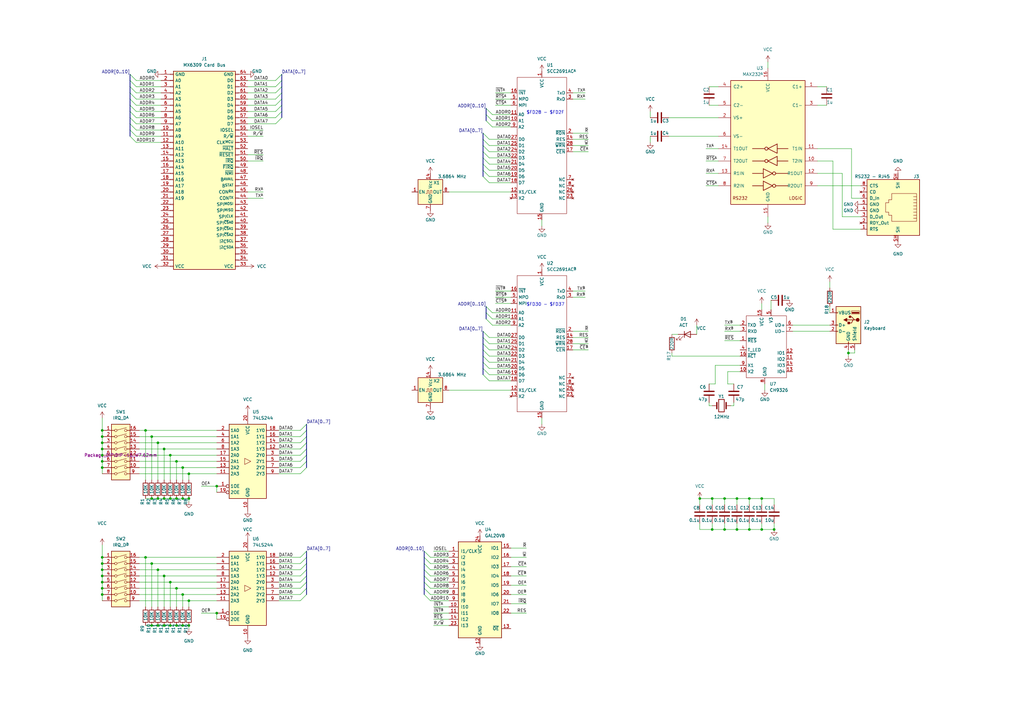
<source format=kicad_sch>
(kicad_sch (version 20230121) (generator eeschema)

  (uuid ed2a9cc7-1539-43a4-bc05-d393f1ef08cc)

  (paper "A3")

  (lib_symbols
    (symbol "001_common_components:C -Bypass" (pin_numbers hide) (pin_names (offset 0.254)) (in_bom yes) (on_board yes)
      (property "Reference" "C" (at 0.635 2.54 0)
        (effects (font (size 1.27 1.27)) (justify left))
      )
      (property "Value" "C -Bypass" (at 0.635 -2.54 0)
        (effects (font (size 1.27 1.27)) (justify left))
      )
      (property "Footprint" "Capacitor_THT:C_Disc_D4.7mm_W2.5mm_P5.00mm" (at 0.9652 -3.81 0)
        (effects (font (size 1.27 1.27)) hide)
      )
      (property "Datasheet" "~" (at 0 0 0)
        (effects (font (size 1.27 1.27)) hide)
      )
      (property "ki_keywords" "cap capacitor" (at 0 0 0)
        (effects (font (size 1.27 1.27)) hide)
      )
      (property "ki_description" "Unpolarized capacitor" (at 0 0 0)
        (effects (font (size 1.27 1.27)) hide)
      )
      (property "ki_fp_filters" "C_*" (at 0 0 0)
        (effects (font (size 1.27 1.27)) hide)
      )
      (symbol "C -Bypass_0_1"
        (polyline
          (pts
            (xy -2.032 -0.762)
            (xy 2.032 -0.762)
          )
          (stroke (width 0.508) (type default))
          (fill (type none))
        )
        (polyline
          (pts
            (xy -2.032 0.762)
            (xy 2.032 0.762)
          )
          (stroke (width 0.508) (type default))
          (fill (type none))
        )
      )
      (symbol "C -Bypass_1_1"
        (pin passive line (at 0 3.81 270) (length 2.794)
          (name "~" (effects (font (size 1.27 1.27))))
          (number "1" (effects (font (size 1.27 1.27))))
        )
        (pin passive line (at 0 -3.81 90) (length 2.794)
          (name "~" (effects (font (size 1.27 1.27))))
          (number "2" (effects (font (size 1.27 1.27))))
        )
      )
    )
    (symbol "74xx:74HC244" (in_bom yes) (on_board yes)
      (property "Reference" "U" (at -7.62 16.51 0)
        (effects (font (size 1.27 1.27)))
      )
      (property "Value" "74HC244" (at -7.62 -16.51 0)
        (effects (font (size 1.27 1.27)))
      )
      (property "Footprint" "" (at 0 0 0)
        (effects (font (size 1.27 1.27)) hide)
      )
      (property "Datasheet" "https://assets.nexperia.com/documents/data-sheet/74HC_HCT244.pdf" (at 0 0 0)
        (effects (font (size 1.27 1.27)) hide)
      )
      (property "ki_keywords" "HCMOS BUFFER 3State" (at 0 0 0)
        (effects (font (size 1.27 1.27)) hide)
      )
      (property "ki_description" "8-bit Buffer/Line Driver 3-state" (at 0 0 0)
        (effects (font (size 1.27 1.27)) hide)
      )
      (property "ki_fp_filters" "TSSOP*4.4x6.5mm*P0.65mm* SSOP*4.4x6.5mm*P0.65mm*" (at 0 0 0)
        (effects (font (size 1.27 1.27)) hide)
      )
      (symbol "74HC244_1_0"
        (polyline
          (pts
            (xy 1.27 0)
            (xy -1.27 1.27)
            (xy -1.27 -1.27)
            (xy 1.27 0)
          )
          (stroke (width 0.1524) (type default))
          (fill (type none))
        )
        (pin input inverted (at -12.7 -10.16 0) (length 5.08)
          (name "1OE" (effects (font (size 1.27 1.27))))
          (number "1" (effects (font (size 1.27 1.27))))
        )
        (pin power_in line (at 0 -20.32 90) (length 5.08)
          (name "GND" (effects (font (size 1.27 1.27))))
          (number "10" (effects (font (size 1.27 1.27))))
        )
        (pin input line (at -12.7 -5.08 0) (length 5.08)
          (name "2A3" (effects (font (size 1.27 1.27))))
          (number "11" (effects (font (size 1.27 1.27))))
        )
        (pin tri_state line (at 12.7 5.08 180) (length 5.08)
          (name "1Y3" (effects (font (size 1.27 1.27))))
          (number "12" (effects (font (size 1.27 1.27))))
        )
        (pin input line (at -12.7 -2.54 0) (length 5.08)
          (name "2A2" (effects (font (size 1.27 1.27))))
          (number "13" (effects (font (size 1.27 1.27))))
        )
        (pin tri_state line (at 12.7 7.62 180) (length 5.08)
          (name "1Y2" (effects (font (size 1.27 1.27))))
          (number "14" (effects (font (size 1.27 1.27))))
        )
        (pin input line (at -12.7 0 0) (length 5.08)
          (name "2A1" (effects (font (size 1.27 1.27))))
          (number "15" (effects (font (size 1.27 1.27))))
        )
        (pin tri_state line (at 12.7 10.16 180) (length 5.08)
          (name "1Y1" (effects (font (size 1.27 1.27))))
          (number "16" (effects (font (size 1.27 1.27))))
        )
        (pin input line (at -12.7 2.54 0) (length 5.08)
          (name "2A0" (effects (font (size 1.27 1.27))))
          (number "17" (effects (font (size 1.27 1.27))))
        )
        (pin tri_state line (at 12.7 12.7 180) (length 5.08)
          (name "1Y0" (effects (font (size 1.27 1.27))))
          (number "18" (effects (font (size 1.27 1.27))))
        )
        (pin input inverted (at -12.7 -12.7 0) (length 5.08)
          (name "2OE" (effects (font (size 1.27 1.27))))
          (number "19" (effects (font (size 1.27 1.27))))
        )
        (pin input line (at -12.7 12.7 0) (length 5.08)
          (name "1A0" (effects (font (size 1.27 1.27))))
          (number "2" (effects (font (size 1.27 1.27))))
        )
        (pin power_in line (at 0 20.32 270) (length 5.08)
          (name "VCC" (effects (font (size 1.27 1.27))))
          (number "20" (effects (font (size 1.27 1.27))))
        )
        (pin tri_state line (at 12.7 2.54 180) (length 5.08)
          (name "2Y0" (effects (font (size 1.27 1.27))))
          (number "3" (effects (font (size 1.27 1.27))))
        )
        (pin input line (at -12.7 10.16 0) (length 5.08)
          (name "1A1" (effects (font (size 1.27 1.27))))
          (number "4" (effects (font (size 1.27 1.27))))
        )
        (pin tri_state line (at 12.7 0 180) (length 5.08)
          (name "2Y1" (effects (font (size 1.27 1.27))))
          (number "5" (effects (font (size 1.27 1.27))))
        )
        (pin input line (at -12.7 7.62 0) (length 5.08)
          (name "1A2" (effects (font (size 1.27 1.27))))
          (number "6" (effects (font (size 1.27 1.27))))
        )
        (pin tri_state line (at 12.7 -2.54 180) (length 5.08)
          (name "2Y2" (effects (font (size 1.27 1.27))))
          (number "7" (effects (font (size 1.27 1.27))))
        )
        (pin input line (at -12.7 5.08 0) (length 5.08)
          (name "1A3" (effects (font (size 1.27 1.27))))
          (number "8" (effects (font (size 1.27 1.27))))
        )
        (pin tri_state line (at 12.7 -5.08 180) (length 5.08)
          (name "2Y3" (effects (font (size 1.27 1.27))))
          (number "9" (effects (font (size 1.27 1.27))))
        )
      )
      (symbol "74HC244_1_1"
        (rectangle (start -7.62 15.24) (end 7.62 -15.24)
          (stroke (width 0.254) (type default))
          (fill (type background))
        )
      )
    )
    (symbol "CH9326:CH9326" (in_bom yes) (on_board yes)
      (property "Reference" "U" (at -10.16 1.27 0)
        (effects (font (size 1.27 1.27)))
      )
      (property "Value" "CH9326" (at -10.16 1.27 0)
        (effects (font (size 1.27 1.27)))
      )
      (property "Footprint" "Package_SO:SOP-16_3.9x9.9mm_P1.27mm" (at -10.16 1.27 0)
        (effects (font (size 1.27 1.27)) hide)
      )
      (property "Datasheet" "" (at -10.16 1.27 0)
        (effects (font (size 1.27 1.27)) hide)
      )
      (symbol "CH9326_0_0"
        (pin bidirectional line (at 11.43 -6.35 180) (length 2.54)
          (name "IO2" (effects (font (size 1.27 1.27))))
          (number "11" (effects (font (size 1.27 1.27))))
        )
        (pin bidirectional line (at 11.43 -3.81 180) (length 2.54)
          (name "IO1" (effects (font (size 1.27 1.27))))
          (number "12" (effects (font (size 1.27 1.27))))
        )
        (pin bidirectional line (at 11.43 -11.43 180) (length 2.54)
          (name "IO4" (effects (font (size 1.27 1.27))))
          (number "13" (effects (font (size 1.27 1.27))))
        )
        (pin bidirectional line (at 11.43 -8.89 180) (length 2.54)
          (name "IO3" (effects (font (size 1.27 1.27))))
          (number "14" (effects (font (size 1.27 1.27))))
        )
        (pin power_in line (at -1.27 13.97 270) (length 2.54)
          (name "VCC" (effects (font (size 1.27 1.27))))
          (number "15" (effects (font (size 1.27 1.27))))
        )
        (pin output line (at -10.16 7.62 0) (length 2.54)
          (name "TXD" (effects (font (size 1.27 1.27))))
          (number "2" (effects (font (size 1.27 1.27))))
        )
        (pin input line (at -10.16 5.08 0) (length 2.54)
          (name "RXD" (effects (font (size 1.27 1.27))))
          (number "3" (effects (font (size 1.27 1.27))))
        )
        (pin output line (at -10.16 -2.54 0) (length 2.54)
          (name "T_LED" (effects (font (size 1.27 1.27))))
          (number "4" (effects (font (size 1.27 1.27))))
        )
        (pin power_in line (at 2.54 13.97 270) (length 2.54)
          (name "V3" (effects (font (size 1.27 1.27))))
          (number "5" (effects (font (size 1.27 1.27))))
        )
        (pin input line (at 11.43 7.62 180) (length 2.54)
          (name "UD+" (effects (font (size 1.27 1.27))))
          (number "6" (effects (font (size 1.27 1.27))))
        )
        (pin output line (at 11.43 5.08 180) (length 2.54)
          (name "UD-" (effects (font (size 1.27 1.27))))
          (number "7" (effects (font (size 1.27 1.27))))
        )
      )
      (symbol "CH9326_0_1"
        (rectangle (start -7.62 11.43) (end 8.89 -13.97)
          (stroke (width 0) (type default))
          (fill (type none))
        )
      )
      (symbol "CH9326_1_0"
        (pin input line (at -10.16 1.27 0) (length 2.54)
          (name "~{RES}" (effects (font (size 1.27 1.27))))
          (number "1" (effects (font (size 1.27 1.27))))
        )
        (pin output line (at -10.16 -11.43 0) (length 2.54)
          (name "X2" (effects (font (size 1.27 1.27))))
          (number "10" (effects (font (size 1.27 1.27))))
        )
        (pin output line (at -10.16 -5.08 0) (length 2.54)
          (name "~{ACT}" (effects (font (size 1.27 1.27))))
          (number "16" (effects (font (size 1.27 1.27))))
        )
        (pin power_in line (at 0 -16.51 90) (length 2.54)
          (name "GND" (effects (font (size 1.27 1.27))))
          (number "8" (effects (font (size 1.27 1.27))))
        )
        (pin input line (at -10.16 -8.89 0) (length 2.54)
          (name "X1" (effects (font (size 1.27 1.27))))
          (number "9" (effects (font (size 1.27 1.27))))
        )
      )
    )
    (symbol "Connector:RJ45" (pin_names (offset 1.016)) (in_bom yes) (on_board yes)
      (property "Reference" "J3" (at -5.08 13.97 0)
        (effects (font (size 1.27 1.27)) (justify right))
      )
      (property "Value" "RS232 - RJ45 " (at 19.05 13.97 0)
        (effects (font (size 1.27 1.27)) (justify right))
      )
      (property "Footprint" "Connector_RJ:RJ45_Ninigi_GE" (at 0 0.635 90)
        (effects (font (size 1.27 1.27)) hide)
      )
      (property "Datasheet" "~" (at 0 0.635 90)
        (effects (font (size 1.27 1.27)) hide)
      )
      (property "ki_keywords" "8P8C RJ female connector" (at 0 0 0)
        (effects (font (size 1.27 1.27)) hide)
      )
      (property "ki_description" "RJ connector, 8P8C (8 positions 8 connected)" (at 0 0 0)
        (effects (font (size 1.27 1.27)) hide)
      )
      (property "ki_fp_filters" "8P8C* RJ31* RJ32* RJ33* RJ34* RJ35* RJ41* RJ45* RJ49* RJ61*" (at 0 0 0)
        (effects (font (size 1.27 1.27)) hide)
      )
      (symbol "RJ45_0_1"
        (rectangle (start -7.62 12.7) (end 13.97 -10.16)
          (stroke (width 0.254) (type default))
          (fill (type background))
        )
        (polyline
          (pts
            (xy -5.08 4.445)
            (xy -6.35 4.445)
          )
          (stroke (width 0) (type default))
          (fill (type none))
        )
        (polyline
          (pts
            (xy -5.08 5.715)
            (xy -6.35 5.715)
          )
          (stroke (width 0) (type default))
          (fill (type none))
        )
        (polyline
          (pts
            (xy -6.35 -3.175)
            (xy -5.08 -3.175)
            (xy -5.08 -3.175)
          )
          (stroke (width 0) (type default))
          (fill (type none))
        )
        (polyline
          (pts
            (xy -6.35 -1.905)
            (xy -5.08 -1.905)
            (xy -5.08 -1.905)
          )
          (stroke (width 0) (type default))
          (fill (type none))
        )
        (polyline
          (pts
            (xy -6.35 -0.635)
            (xy -5.08 -0.635)
            (xy -5.08 -0.635)
          )
          (stroke (width 0) (type default))
          (fill (type none))
        )
        (polyline
          (pts
            (xy -6.35 0.635)
            (xy -5.08 0.635)
            (xy -5.08 0.635)
          )
          (stroke (width 0) (type default))
          (fill (type none))
        )
        (polyline
          (pts
            (xy -6.35 1.905)
            (xy -5.08 1.905)
            (xy -5.08 1.905)
          )
          (stroke (width 0) (type default))
          (fill (type none))
        )
        (polyline
          (pts
            (xy -5.08 3.175)
            (xy -6.35 3.175)
            (xy -6.35 3.175)
          )
          (stroke (width 0) (type default))
          (fill (type none))
        )
        (polyline
          (pts
            (xy -6.35 -4.445)
            (xy -6.35 6.985)
            (xy 3.81 6.985)
            (xy 3.81 4.445)
            (xy 5.08 4.445)
            (xy 5.08 3.175)
            (xy 6.35 3.175)
            (xy 6.35 -0.635)
            (xy 5.08 -0.635)
            (xy 5.08 -1.905)
            (xy 3.81 -1.905)
            (xy 3.81 -4.445)
            (xy -6.35 -4.445)
            (xy -6.35 -4.445)
          )
          (stroke (width 0) (type default))
          (fill (type none))
        )
      )
      (symbol "RJ45_1_0"
        (pin passive line (at 1.27 -12.7 90) (length 2.54)
          (name "SH" (effects (font (size 1.27 1.27))))
          (number "SH" (effects (font (size 1.27 1.27))))
        )
        (pin passive line (at 1.27 15.24 270) (length 2.54)
          (name "SH" (effects (font (size 1.27 1.27))))
          (number "SH" (effects (font (size 1.27 1.27))))
        )
      )
      (symbol "RJ45_1_1"
        (pin passive line (at 16.51 -7.62 180) (length 2.54)
          (name "RTS" (effects (font (size 1.27 1.27))))
          (number "1" (effects (font (size 1.27 1.27))))
        )
        (pin no_connect line (at 16.51 -5.08 180) (length 2.54)
          (name "RDY_Out" (effects (font (size 1.27 1.27))))
          (number "2" (effects (font (size 1.27 1.27))))
        )
        (pin passive line (at 16.51 -2.54 180) (length 2.54)
          (name "D_Out" (effects (font (size 1.27 1.27))))
          (number "3" (effects (font (size 1.27 1.27))))
        )
        (pin passive line (at 16.51 0 180) (length 2.54)
          (name "GND" (effects (font (size 1.27 1.27))))
          (number "4" (effects (font (size 1.27 1.27))))
        )
        (pin passive line (at 16.51 2.54 180) (length 2.54)
          (name "GND" (effects (font (size 1.27 1.27))))
          (number "5" (effects (font (size 1.27 1.27))))
        )
        (pin passive line (at 16.51 5.08 180) (length 2.54)
          (name "D_In" (effects (font (size 1.27 1.27))))
          (number "6" (effects (font (size 1.27 1.27))))
        )
        (pin no_connect line (at 16.51 7.62 180) (length 2.54)
          (name "CD" (effects (font (size 1.27 1.27))))
          (number "7" (effects (font (size 1.27 1.27))))
        )
        (pin passive line (at 16.51 10.16 180) (length 2.54)
          (name "CTS" (effects (font (size 1.27 1.27))))
          (number "8" (effects (font (size 1.27 1.27))))
        )
      )
    )
    (symbol "Connector:USB_A" (pin_names (offset 1.016)) (in_bom yes) (on_board yes)
      (property "Reference" "J" (at -5.08 11.43 0)
        (effects (font (size 1.27 1.27)) (justify left))
      )
      (property "Value" "USB_A" (at -5.08 8.89 0)
        (effects (font (size 1.27 1.27)) (justify left))
      )
      (property "Footprint" "" (at 3.81 -1.27 0)
        (effects (font (size 1.27 1.27)) hide)
      )
      (property "Datasheet" " ~" (at 3.81 -1.27 0)
        (effects (font (size 1.27 1.27)) hide)
      )
      (property "ki_keywords" "connector USB" (at 0 0 0)
        (effects (font (size 1.27 1.27)) hide)
      )
      (property "ki_description" "USB Type A connector" (at 0 0 0)
        (effects (font (size 1.27 1.27)) hide)
      )
      (property "ki_fp_filters" "USB*" (at 0 0 0)
        (effects (font (size 1.27 1.27)) hide)
      )
      (symbol "USB_A_0_1"
        (rectangle (start -5.08 -7.62) (end 5.08 7.62)
          (stroke (width 0.254) (type default))
          (fill (type background))
        )
        (circle (center -3.81 2.159) (radius 0.635)
          (stroke (width 0.254) (type default))
          (fill (type outline))
        )
        (rectangle (start -1.524 4.826) (end -4.318 5.334)
          (stroke (width 0) (type default))
          (fill (type outline))
        )
        (rectangle (start -1.27 4.572) (end -4.572 5.842)
          (stroke (width 0) (type default))
          (fill (type none))
        )
        (circle (center -0.635 3.429) (radius 0.381)
          (stroke (width 0.254) (type default))
          (fill (type outline))
        )
        (rectangle (start -0.127 -7.62) (end 0.127 -6.858)
          (stroke (width 0) (type default))
          (fill (type none))
        )
        (polyline
          (pts
            (xy -3.175 2.159)
            (xy -2.54 2.159)
            (xy -1.27 3.429)
            (xy -0.635 3.429)
          )
          (stroke (width 0.254) (type default))
          (fill (type none))
        )
        (polyline
          (pts
            (xy -2.54 2.159)
            (xy -1.905 2.159)
            (xy -1.27 0.889)
            (xy 0 0.889)
          )
          (stroke (width 0.254) (type default))
          (fill (type none))
        )
        (polyline
          (pts
            (xy 0.635 2.794)
            (xy 0.635 1.524)
            (xy 1.905 2.159)
            (xy 0.635 2.794)
          )
          (stroke (width 0.254) (type default))
          (fill (type outline))
        )
        (rectangle (start 0.254 1.27) (end -0.508 0.508)
          (stroke (width 0.254) (type default))
          (fill (type outline))
        )
        (rectangle (start 5.08 -2.667) (end 4.318 -2.413)
          (stroke (width 0) (type default))
          (fill (type none))
        )
        (rectangle (start 5.08 -0.127) (end 4.318 0.127)
          (stroke (width 0) (type default))
          (fill (type none))
        )
        (rectangle (start 5.08 4.953) (end 4.318 5.207)
          (stroke (width 0) (type default))
          (fill (type none))
        )
      )
      (symbol "USB_A_1_1"
        (polyline
          (pts
            (xy -1.905 2.159)
            (xy 0.635 2.159)
          )
          (stroke (width 0.254) (type default))
          (fill (type none))
        )
        (pin power_in line (at 7.62 5.08 180) (length 2.54)
          (name "VBUS" (effects (font (size 1.27 1.27))))
          (number "1" (effects (font (size 1.27 1.27))))
        )
        (pin bidirectional line (at 7.62 -2.54 180) (length 2.54)
          (name "D-" (effects (font (size 1.27 1.27))))
          (number "2" (effects (font (size 1.27 1.27))))
        )
        (pin bidirectional line (at 7.62 0 180) (length 2.54)
          (name "D+" (effects (font (size 1.27 1.27))))
          (number "3" (effects (font (size 1.27 1.27))))
        )
        (pin power_in line (at 0 -10.16 90) (length 2.54)
          (name "GND" (effects (font (size 1.27 1.27))))
          (number "4" (effects (font (size 1.27 1.27))))
        )
        (pin passive line (at -2.54 -10.16 90) (length 2.54)
          (name "Shield" (effects (font (size 1.27 1.27))))
          (number "5" (effects (font (size 1.27 1.27))))
        )
      )
    )
    (symbol "Device:C" (pin_numbers hide) (pin_names (offset 0.254)) (in_bom yes) (on_board yes)
      (property "Reference" "C" (at 0.635 2.54 0)
        (effects (font (size 1.27 1.27)) (justify left))
      )
      (property "Value" "C" (at 0.635 -2.54 0)
        (effects (font (size 1.27 1.27)) (justify left))
      )
      (property "Footprint" "" (at 0.9652 -3.81 0)
        (effects (font (size 1.27 1.27)) hide)
      )
      (property "Datasheet" "~" (at 0 0 0)
        (effects (font (size 1.27 1.27)) hide)
      )
      (property "ki_keywords" "cap capacitor" (at 0 0 0)
        (effects (font (size 1.27 1.27)) hide)
      )
      (property "ki_description" "Unpolarized capacitor" (at 0 0 0)
        (effects (font (size 1.27 1.27)) hide)
      )
      (property "ki_fp_filters" "C_*" (at 0 0 0)
        (effects (font (size 1.27 1.27)) hide)
      )
      (symbol "C_0_1"
        (polyline
          (pts
            (xy -2.032 -0.762)
            (xy 2.032 -0.762)
          )
          (stroke (width 0.508) (type default))
          (fill (type none))
        )
        (polyline
          (pts
            (xy -2.032 0.762)
            (xy 2.032 0.762)
          )
          (stroke (width 0.508) (type default))
          (fill (type none))
        )
      )
      (symbol "C_1_1"
        (pin passive line (at 0 3.81 270) (length 2.794)
          (name "~" (effects (font (size 1.27 1.27))))
          (number "1" (effects (font (size 1.27 1.27))))
        )
        (pin passive line (at 0 -3.81 90) (length 2.794)
          (name "~" (effects (font (size 1.27 1.27))))
          (number "2" (effects (font (size 1.27 1.27))))
        )
      )
    )
    (symbol "Device:Crystal" (pin_numbers hide) (pin_names (offset 1.016) hide) (in_bom yes) (on_board yes)
      (property "Reference" "Y" (at 0 3.81 0)
        (effects (font (size 1.27 1.27)))
      )
      (property "Value" "Crystal" (at 0 -3.81 0)
        (effects (font (size 1.27 1.27)))
      )
      (property "Footprint" "" (at 0 0 0)
        (effects (font (size 1.27 1.27)) hide)
      )
      (property "Datasheet" "~" (at 0 0 0)
        (effects (font (size 1.27 1.27)) hide)
      )
      (property "ki_keywords" "quartz ceramic resonator oscillator" (at 0 0 0)
        (effects (font (size 1.27 1.27)) hide)
      )
      (property "ki_description" "Two pin crystal" (at 0 0 0)
        (effects (font (size 1.27 1.27)) hide)
      )
      (property "ki_fp_filters" "Crystal*" (at 0 0 0)
        (effects (font (size 1.27 1.27)) hide)
      )
      (symbol "Crystal_0_1"
        (rectangle (start -1.143 2.54) (end 1.143 -2.54)
          (stroke (width 0.3048) (type default))
          (fill (type none))
        )
        (polyline
          (pts
            (xy -2.54 0)
            (xy -1.905 0)
          )
          (stroke (width 0) (type default))
          (fill (type none))
        )
        (polyline
          (pts
            (xy -1.905 -1.27)
            (xy -1.905 1.27)
          )
          (stroke (width 0.508) (type default))
          (fill (type none))
        )
        (polyline
          (pts
            (xy 1.905 -1.27)
            (xy 1.905 1.27)
          )
          (stroke (width 0.508) (type default))
          (fill (type none))
        )
        (polyline
          (pts
            (xy 2.54 0)
            (xy 1.905 0)
          )
          (stroke (width 0) (type default))
          (fill (type none))
        )
      )
      (symbol "Crystal_1_1"
        (pin passive line (at -3.81 0 0) (length 1.27)
          (name "1" (effects (font (size 1.27 1.27))))
          (number "1" (effects (font (size 1.27 1.27))))
        )
        (pin passive line (at 3.81 0 180) (length 1.27)
          (name "2" (effects (font (size 1.27 1.27))))
          (number "2" (effects (font (size 1.27 1.27))))
        )
      )
    )
    (symbol "Device:LED" (pin_numbers hide) (pin_names (offset 1.016) hide) (in_bom yes) (on_board yes)
      (property "Reference" "D" (at 0 2.54 0)
        (effects (font (size 1.27 1.27)))
      )
      (property "Value" "LED" (at 0 -2.54 0)
        (effects (font (size 1.27 1.27)))
      )
      (property "Footprint" "" (at 0 0 0)
        (effects (font (size 1.27 1.27)) hide)
      )
      (property "Datasheet" "~" (at 0 0 0)
        (effects (font (size 1.27 1.27)) hide)
      )
      (property "ki_keywords" "LED diode" (at 0 0 0)
        (effects (font (size 1.27 1.27)) hide)
      )
      (property "ki_description" "Light emitting diode" (at 0 0 0)
        (effects (font (size 1.27 1.27)) hide)
      )
      (property "ki_fp_filters" "LED* LED_SMD:* LED_THT:*" (at 0 0 0)
        (effects (font (size 1.27 1.27)) hide)
      )
      (symbol "LED_0_1"
        (polyline
          (pts
            (xy -1.27 -1.27)
            (xy -1.27 1.27)
          )
          (stroke (width 0.254) (type default))
          (fill (type none))
        )
        (polyline
          (pts
            (xy -1.27 0)
            (xy 1.27 0)
          )
          (stroke (width 0) (type default))
          (fill (type none))
        )
        (polyline
          (pts
            (xy 1.27 -1.27)
            (xy 1.27 1.27)
            (xy -1.27 0)
            (xy 1.27 -1.27)
          )
          (stroke (width 0.254) (type default))
          (fill (type none))
        )
        (polyline
          (pts
            (xy -3.048 -0.762)
            (xy -4.572 -2.286)
            (xy -3.81 -2.286)
            (xy -4.572 -2.286)
            (xy -4.572 -1.524)
          )
          (stroke (width 0) (type default))
          (fill (type none))
        )
        (polyline
          (pts
            (xy -1.778 -0.762)
            (xy -3.302 -2.286)
            (xy -2.54 -2.286)
            (xy -3.302 -2.286)
            (xy -3.302 -1.524)
          )
          (stroke (width 0) (type default))
          (fill (type none))
        )
      )
      (symbol "LED_1_1"
        (pin passive line (at -3.81 0 0) (length 2.54)
          (name "K" (effects (font (size 1.27 1.27))))
          (number "1" (effects (font (size 1.27 1.27))))
        )
        (pin passive line (at 3.81 0 180) (length 2.54)
          (name "A" (effects (font (size 1.27 1.27))))
          (number "2" (effects (font (size 1.27 1.27))))
        )
      )
    )
    (symbol "Device:R" (pin_numbers hide) (pin_names (offset 0)) (in_bom yes) (on_board yes)
      (property "Reference" "R" (at 2.032 0 90)
        (effects (font (size 1.27 1.27)))
      )
      (property "Value" "R" (at 0 0 90)
        (effects (font (size 1.27 1.27)))
      )
      (property "Footprint" "" (at -1.778 0 90)
        (effects (font (size 1.27 1.27)) hide)
      )
      (property "Datasheet" "~" (at 0 0 0)
        (effects (font (size 1.27 1.27)) hide)
      )
      (property "ki_keywords" "R res resistor" (at 0 0 0)
        (effects (font (size 1.27 1.27)) hide)
      )
      (property "ki_description" "Resistor" (at 0 0 0)
        (effects (font (size 1.27 1.27)) hide)
      )
      (property "ki_fp_filters" "R_*" (at 0 0 0)
        (effects (font (size 1.27 1.27)) hide)
      )
      (symbol "R_0_1"
        (rectangle (start -1.016 -2.54) (end 1.016 2.54)
          (stroke (width 0.254) (type default))
          (fill (type none))
        )
      )
      (symbol "R_1_1"
        (pin passive line (at 0 3.81 270) (length 1.27)
          (name "~" (effects (font (size 1.27 1.27))))
          (number "1" (effects (font (size 1.27 1.27))))
        )
        (pin passive line (at 0 -3.81 90) (length 1.27)
          (name "~" (effects (font (size 1.27 1.27))))
          (number "2" (effects (font (size 1.27 1.27))))
        )
      )
    )
    (symbol "GAL20V8:GAL20V8" (pin_names (offset 1.016)) (in_bom yes) (on_board yes)
      (property "Reference" "U" (at -8.89 16.51 0)
        (effects (font (size 1.27 1.27)) (justify left))
      )
      (property "Value" "GAL20V8" (at 1.27 16.51 0)
        (effects (font (size 1.27 1.27)) (justify left))
      )
      (property "Footprint" "Package_DIP:DIP-24_W7.62mm" (at 0 0 0)
        (effects (font (size 1.27 1.27)) hide)
      )
      (property "Datasheet" "" (at 0 0 0)
        (effects (font (size 1.27 1.27)) hide)
      )
      (property "ki_keywords" "GAL PLD 16V8" (at 0 0 0)
        (effects (font (size 1.27 1.27)) hide)
      )
      (property "ki_description" "Programmable Logic Array, DIP-20/SOIC-20/PLCC-20" (at 0 0 0)
        (effects (font (size 1.27 1.27)) hide)
      )
      (property "ki_fp_filters" "DIP* PDIP* SOIC* SO* PLCC*" (at 0 0 0)
        (effects (font (size 1.27 1.27)) hide)
      )
      (symbol "GAL20V8_0_0"
        (pin input line (at -12.7 -12.7 0) (length 3.81)
          (name "I10" (effects (font (size 1.27 1.27))))
          (number "10" (effects (font (size 1.27 1.27))))
        )
        (pin tri_state line (at 12.7 -7.62 180) (length 3.81)
          (name "IO6" (effects (font (size 1.27 1.27))))
          (number "20" (effects (font (size 1.27 1.27))))
        )
        (pin tri_state line (at 12.7 -11.43 180) (length 3.81)
          (name "IO7" (effects (font (size 1.27 1.27))))
          (number "21" (effects (font (size 1.27 1.27))))
        )
        (pin tri_state line (at 12.7 -15.24 180) (length 3.81)
          (name "IO8" (effects (font (size 1.27 1.27))))
          (number "22" (effects (font (size 1.27 1.27))))
        )
        (pin tri_state line (at -12.7 -20.32 0) (length 3.81)
          (name "I13" (effects (font (size 1.27 1.27))))
          (number "23" (effects (font (size 1.27 1.27))))
        )
        (pin power_in line (at 0 16.51 270) (length 2.54)
          (name "VCC" (effects (font (size 1.27 1.27))))
          (number "24" (effects (font (size 1.27 1.27))))
        )
      )
      (symbol "GAL20V8_0_1"
        (rectangle (start -8.89 13.97) (end 8.89 -25.4)
          (stroke (width 0.254) (type default))
          (fill (type background))
        )
      )
      (symbol "GAL20V8_1_1"
        (pin input line (at -12.7 10.16 0) (length 3.81)
          (name "I1/CLK" (effects (font (size 1.27 1.27))))
          (number "1" (effects (font (size 1.27 1.27))))
        )
        (pin input line (at -12.7 -15.24 0) (length 3.81)
          (name "I11" (effects (font (size 1.27 1.27))))
          (number "11" (effects (font (size 1.27 1.27))))
        )
        (pin power_in line (at 0 -27.94 90) (length 2.54)
          (name "GND" (effects (font (size 1.27 1.27))))
          (number "12" (effects (font (size 1.27 1.27))))
        )
        (pin tri_state line (at 12.7 -21.59 180) (length 3.81)
          (name "~{OE}" (effects (font (size 1.27 1.27))))
          (number "13" (effects (font (size 1.27 1.27))))
        )
        (pin tri_state line (at -12.7 -17.78 0) (length 3.81)
          (name "I12" (effects (font (size 1.27 1.27))))
          (number "14" (effects (font (size 1.27 1.27))))
        )
        (pin tri_state line (at 12.7 11.43 180) (length 3.81)
          (name "IO1" (effects (font (size 1.27 1.27))))
          (number "15" (effects (font (size 1.27 1.27))))
        )
        (pin tri_state line (at 12.7 7.62 180) (length 3.81)
          (name "IO2" (effects (font (size 1.27 1.27))))
          (number "16" (effects (font (size 1.27 1.27))))
        )
        (pin tri_state line (at 12.7 3.81 180) (length 3.81)
          (name "IO3" (effects (font (size 1.27 1.27))))
          (number "17" (effects (font (size 1.27 1.27))))
        )
        (pin tri_state line (at 12.7 0 180) (length 3.81)
          (name "IO4" (effects (font (size 1.27 1.27))))
          (number "18" (effects (font (size 1.27 1.27))))
        )
        (pin tri_state line (at 12.7 -3.81 180) (length 3.81)
          (name "IO5" (effects (font (size 1.27 1.27))))
          (number "19" (effects (font (size 1.27 1.27))))
        )
        (pin input line (at -12.7 7.62 0) (length 3.81)
          (name "I2" (effects (font (size 1.27 1.27))))
          (number "2" (effects (font (size 1.27 1.27))))
        )
        (pin input line (at -12.7 5.08 0) (length 3.81)
          (name "I3" (effects (font (size 1.27 1.27))))
          (number "3" (effects (font (size 1.27 1.27))))
        )
        (pin input line (at -12.7 2.54 0) (length 3.81)
          (name "I4" (effects (font (size 1.27 1.27))))
          (number "4" (effects (font (size 1.27 1.27))))
        )
        (pin input line (at -12.7 0 0) (length 3.81)
          (name "I5" (effects (font (size 1.27 1.27))))
          (number "5" (effects (font (size 1.27 1.27))))
        )
        (pin input line (at -12.7 -2.54 0) (length 3.81)
          (name "I6" (effects (font (size 1.27 1.27))))
          (number "6" (effects (font (size 1.27 1.27))))
        )
        (pin input line (at -12.7 -5.08 0) (length 3.81)
          (name "I7" (effects (font (size 1.27 1.27))))
          (number "7" (effects (font (size 1.27 1.27))))
        )
        (pin input line (at -12.7 -7.62 0) (length 3.81)
          (name "I8" (effects (font (size 1.27 1.27))))
          (number "8" (effects (font (size 1.27 1.27))))
        )
        (pin input line (at -12.7 -10.16 0) (length 3.81)
          (name "I9" (effects (font (size 1.27 1.27))))
          (number "9" (effects (font (size 1.27 1.27))))
        )
      )
    )
    (symbol "Interface_UART:MAX232" (pin_names (offset 1.016)) (in_bom yes) (on_board yes)
      (property "Reference" "U" (at -2.54 28.575 0)
        (effects (font (size 1.27 1.27)) (justify right))
      )
      (property "Value" "MAX232" (at -2.54 26.67 0)
        (effects (font (size 1.27 1.27)) (justify right))
      )
      (property "Footprint" "" (at 1.27 -26.67 0)
        (effects (font (size 1.27 1.27)) (justify left) hide)
      )
      (property "Datasheet" "http://www.ti.com/lit/ds/symlink/max232.pdf" (at 0 2.54 0)
        (effects (font (size 1.27 1.27)) hide)
      )
      (property "ki_keywords" "rs232 uart transceiver line-driver" (at 0 0 0)
        (effects (font (size 1.27 1.27)) hide)
      )
      (property "ki_description" "Dual RS232 driver/receiver, 5V supply, 120kb/s, 0C-70C" (at 0 0 0)
        (effects (font (size 1.27 1.27)) hide)
      )
      (property "ki_fp_filters" "SOIC*P1.27mm* DIP*W7.62mm* TSSOP*4.4x5mm*P0.65mm*" (at 0 0 0)
        (effects (font (size 1.27 1.27)) hide)
      )
      (symbol "MAX232_0_0"
        (text "LOGIC" (at -11.43 -22.86 0)
          (effects (font (size 1.27 1.27)))
        )
        (text "RS232" (at 11.43 -22.86 0)
          (effects (font (size 1.27 1.27)))
        )
      )
      (symbol "MAX232_0_1"
        (rectangle (start -15.24 -25.4) (end 15.24 25.4)
          (stroke (width 0.254) (type default))
          (fill (type background))
        )
        (circle (center -2.54 -17.78) (radius 0.635)
          (stroke (width 0.254) (type default))
          (fill (type none))
        )
        (circle (center -2.54 -12.7) (radius 0.635)
          (stroke (width 0.254) (type default))
          (fill (type none))
        )
        (polyline
          (pts
            (xy -3.81 -7.62)
            (xy -8.255 -7.62)
          )
          (stroke (width 0.254) (type default))
          (fill (type none))
        )
        (polyline
          (pts
            (xy -3.81 -2.54)
            (xy -8.255 -2.54)
          )
          (stroke (width 0.254) (type default))
          (fill (type none))
        )
        (polyline
          (pts
            (xy -3.175 -17.78)
            (xy -8.255 -17.78)
          )
          (stroke (width 0.254) (type default))
          (fill (type none))
        )
        (polyline
          (pts
            (xy -3.175 -12.7)
            (xy -8.255 -12.7)
          )
          (stroke (width 0.254) (type default))
          (fill (type none))
        )
        (polyline
          (pts
            (xy 1.27 -7.62)
            (xy 6.35 -7.62)
          )
          (stroke (width 0.254) (type default))
          (fill (type none))
        )
        (polyline
          (pts
            (xy 1.27 -2.54)
            (xy 6.35 -2.54)
          )
          (stroke (width 0.254) (type default))
          (fill (type none))
        )
        (polyline
          (pts
            (xy 1.905 -17.78)
            (xy 6.35 -17.78)
          )
          (stroke (width 0.254) (type default))
          (fill (type none))
        )
        (polyline
          (pts
            (xy 1.905 -12.7)
            (xy 6.35 -12.7)
          )
          (stroke (width 0.254) (type default))
          (fill (type none))
        )
        (polyline
          (pts
            (xy -3.81 -5.715)
            (xy -3.81 -9.525)
            (xy 0 -7.62)
            (xy -3.81 -5.715)
          )
          (stroke (width 0.254) (type default))
          (fill (type none))
        )
        (polyline
          (pts
            (xy -3.81 -0.635)
            (xy -3.81 -4.445)
            (xy 0 -2.54)
            (xy -3.81 -0.635)
          )
          (stroke (width 0.254) (type default))
          (fill (type none))
        )
        (polyline
          (pts
            (xy 1.905 -15.875)
            (xy 1.905 -19.685)
            (xy -1.905 -17.78)
            (xy 1.905 -15.875)
          )
          (stroke (width 0.254) (type default))
          (fill (type none))
        )
        (polyline
          (pts
            (xy 1.905 -10.795)
            (xy 1.905 -14.605)
            (xy -1.905 -12.7)
            (xy 1.905 -10.795)
          )
          (stroke (width 0.254) (type default))
          (fill (type none))
        )
        (circle (center 0.635 -7.62) (radius 0.635)
          (stroke (width 0.254) (type default))
          (fill (type none))
        )
        (circle (center 0.635 -2.54) (radius 0.635)
          (stroke (width 0.254) (type default))
          (fill (type none))
        )
      )
      (symbol "MAX232_1_1"
        (pin passive line (at -20.32 22.86 0) (length 5.08)
          (name "C1+" (effects (font (size 1.27 1.27))))
          (number "1" (effects (font (size 1.27 1.27))))
        )
        (pin input line (at -20.32 -7.62 0) (length 5.08)
          (name "T2IN" (effects (font (size 1.27 1.27))))
          (number "10" (effects (font (size 1.27 1.27))))
        )
        (pin input line (at -20.32 -2.54 0) (length 5.08)
          (name "T1IN" (effects (font (size 1.27 1.27))))
          (number "11" (effects (font (size 1.27 1.27))))
        )
        (pin output line (at -20.32 -12.7 0) (length 5.08)
          (name "R1OUT" (effects (font (size 1.27 1.27))))
          (number "12" (effects (font (size 1.27 1.27))))
        )
        (pin input line (at 20.32 -12.7 180) (length 5.08)
          (name "R1IN" (effects (font (size 1.27 1.27))))
          (number "13" (effects (font (size 1.27 1.27))))
        )
        (pin output line (at 20.32 -2.54 180) (length 5.08)
          (name "T1OUT" (effects (font (size 1.27 1.27))))
          (number "14" (effects (font (size 1.27 1.27))))
        )
        (pin power_in line (at 0 -30.48 90) (length 5.08)
          (name "GND" (effects (font (size 1.27 1.27))))
          (number "15" (effects (font (size 1.27 1.27))))
        )
        (pin power_in line (at 0 30.48 270) (length 5.08)
          (name "VCC" (effects (font (size 1.27 1.27))))
          (number "16" (effects (font (size 1.27 1.27))))
        )
        (pin power_out line (at 20.32 10.16 180) (length 5.08)
          (name "VS+" (effects (font (size 1.27 1.27))))
          (number "2" (effects (font (size 1.27 1.27))))
        )
        (pin passive line (at -20.32 15.24 0) (length 5.08)
          (name "C1-" (effects (font (size 1.27 1.27))))
          (number "3" (effects (font (size 1.27 1.27))))
        )
        (pin passive line (at 20.32 22.86 180) (length 5.08)
          (name "C2+" (effects (font (size 1.27 1.27))))
          (number "4" (effects (font (size 1.27 1.27))))
        )
        (pin passive line (at 20.32 15.24 180) (length 5.08)
          (name "C2-" (effects (font (size 1.27 1.27))))
          (number "5" (effects (font (size 1.27 1.27))))
        )
        (pin power_out line (at 20.32 2.54 180) (length 5.08)
          (name "VS-" (effects (font (size 1.27 1.27))))
          (number "6" (effects (font (size 1.27 1.27))))
        )
        (pin output line (at 20.32 -7.62 180) (length 5.08)
          (name "T2OUT" (effects (font (size 1.27 1.27))))
          (number "7" (effects (font (size 1.27 1.27))))
        )
        (pin input line (at 20.32 -17.78 180) (length 5.08)
          (name "R2IN" (effects (font (size 1.27 1.27))))
          (number "8" (effects (font (size 1.27 1.27))))
        )
        (pin output line (at -20.32 -17.78 0) (length 5.08)
          (name "R2OUT" (effects (font (size 1.27 1.27))))
          (number "9" (effects (font (size 1.27 1.27))))
        )
      )
    )
    (symbol "Oscillator:CXO_DIP14" (pin_names (offset 0.254)) (in_bom yes) (on_board yes)
      (property "Reference" "X" (at -5.08 6.35 0)
        (effects (font (size 1.27 1.27)) (justify left))
      )
      (property "Value" "CXO_DIP14" (at 1.27 -6.35 0)
        (effects (font (size 1.27 1.27)) (justify left))
      )
      (property "Footprint" "Oscillator:Oscillator_DIP-14" (at 11.43 -8.89 0)
        (effects (font (size 1.27 1.27)) hide)
      )
      (property "Datasheet" "http://cdn-reichelt.de/documents/datenblatt/B400/OSZI.pdf" (at -2.54 0 0)
        (effects (font (size 1.27 1.27)) hide)
      )
      (property "ki_keywords" "Crystal Clock Oscillator" (at 0 0 0)
        (effects (font (size 1.27 1.27)) hide)
      )
      (property "ki_description" "Crystal Clock Oscillator, DIP14-style metal package" (at 0 0 0)
        (effects (font (size 1.27 1.27)) hide)
      )
      (property "ki_fp_filters" "Oscillator*DIP*14*" (at 0 0 0)
        (effects (font (size 1.27 1.27)) hide)
      )
      (symbol "CXO_DIP14_0_1"
        (rectangle (start -5.08 5.08) (end 5.08 -5.08)
          (stroke (width 0.254) (type default))
          (fill (type background))
        )
        (polyline
          (pts
            (xy -1.905 -0.635)
            (xy -1.27 -0.635)
            (xy -1.27 0.635)
            (xy -0.635 0.635)
            (xy -0.635 -0.635)
            (xy 0 -0.635)
            (xy 0 0.635)
            (xy 0.635 0.635)
            (xy 0.635 -0.635)
          )
          (stroke (width 0) (type default))
          (fill (type none))
        )
      )
      (symbol "CXO_DIP14_1_1"
        (pin input line (at -7.62 0 0) (length 2.54)
          (name "EN" (effects (font (size 1.27 1.27))))
          (number "1" (effects (font (size 1.27 1.27))))
        )
        (pin power_in line (at 0 7.62 270) (length 2.54)
          (name "Vcc" (effects (font (size 1.27 1.27))))
          (number "14" (effects (font (size 1.27 1.27))))
        )
        (pin power_in line (at 0 -7.62 90) (length 2.54)
          (name "GND" (effects (font (size 1.27 1.27))))
          (number "7" (effects (font (size 1.27 1.27))))
        )
        (pin output line (at 7.62 0 180) (length 2.54)
          (name "OUT" (effects (font (size 1.27 1.27))))
          (number "8" (effects (font (size 1.27 1.27))))
        )
      )
    )
    (symbol "SCC2691AC:SCC2691AC" (in_bom yes) (on_board yes)
      (property "Reference" "U" (at 0 0 0)
        (effects (font (size 1.27 1.27)))
      )
      (property "Value" "SCC2691AC" (at 0 2.54 0)
        (effects (font (size 1.27 1.27)))
      )
      (property "Footprint" "Package_LCC:PLCC-28_THT-Socket" (at 0 -44.45 0)
        (effects (font (size 1.27 1.27)) hide)
      )
      (property "Datasheet" "https://www.nxp.com/docs/en/data-sheet/SCC2691.pdf" (at 1.27 -46.99 0)
        (effects (font (size 1.27 1.27)) hide)
      )
      (property "ki_keywords" "DUART" (at 0 0 0)
        (effects (font (size 1.27 1.27)) hide)
      )
      (symbol "SCC2691AC_0_0"
        (pin power_in line (at 0 30.48 270) (length 2.54)
          (name "VCC" (effects (font (size 1.27 1.27))))
          (number "1" (effects (font (size 1.27 1.27))))
        )
        (pin input line (at -12.7 10.16 0) (length 2.54)
          (name "A1" (effects (font (size 1.27 1.27))))
          (number "10" (effects (font (size 1.27 1.27))))
        )
        (pin input line (at -12.7 12.7 0) (length 2.54)
          (name "A0" (effects (font (size 1.27 1.27))))
          (number "11" (effects (font (size 1.27 1.27))))
        )
        (pin input line (at -12.7 -19.05 0) (length 2.54)
          (name "X1/CLK" (effects (font (size 1.27 1.27))))
          (number "12" (effects (font (size 1.27 1.27))))
        )
        (pin input line (at 12.7 2.54 180) (length 2.54)
          (name "RES" (effects (font (size 1.27 1.27))))
          (number "14" (effects (font (size 1.27 1.27))))
        )
        (pin power_in line (at 0 -30.48 90) (length 2.54)
          (name "GND" (effects (font (size 1.27 1.27))))
          (number "15" (effects (font (size 1.27 1.27))))
        )
        (pin output line (at -12.7 21.59 0) (length 2.54)
          (name "~{INT}" (effects (font (size 1.27 1.27))))
          (number "16" (effects (font (size 1.27 1.27))))
        )
        (pin input line (at 12.7 -2.54 180) (length 2.54)
          (name "~{CEN}" (effects (font (size 1.27 1.27))))
          (number "17" (effects (font (size 1.27 1.27))))
        )
        (pin input line (at -12.7 -15.24 0) (length 2.54)
          (name "D7" (effects (font (size 1.27 1.27))))
          (number "18" (effects (font (size 1.27 1.27))))
        )
        (pin input line (at -12.7 -12.7 0) (length 2.54)
          (name "D6" (effects (font (size 1.27 1.27))))
          (number "19" (effects (font (size 1.27 1.27))))
        )
        (pin input line (at 12.7 5.08 180) (length 2.54)
          (name "~{RDN}" (effects (font (size 1.27 1.27))))
          (number "2" (effects (font (size 1.27 1.27))))
        )
        (pin input line (at -12.7 -10.16 0) (length 2.54)
          (name "D5" (effects (font (size 1.27 1.27))))
          (number "20" (effects (font (size 1.27 1.27))))
        )
        (pin input line (at -12.7 -7.62 0) (length 2.54)
          (name "D4" (effects (font (size 1.27 1.27))))
          (number "21" (effects (font (size 1.27 1.27))))
        )
        (pin input line (at -12.7 -5.08 0) (length 2.54)
          (name "D3" (effects (font (size 1.27 1.27))))
          (number "22" (effects (font (size 1.27 1.27))))
        )
        (pin no_connect line (at 12.7 -21.59 180) (length 2.54)
          (name "NC" (effects (font (size 1.27 1.27))))
          (number "23" (effects (font (size 1.27 1.27))))
        )
        (pin input line (at -12.7 -2.54 0) (length 2.54)
          (name "D2" (effects (font (size 1.27 1.27))))
          (number "24" (effects (font (size 1.27 1.27))))
        )
        (pin input line (at -12.7 0 0) (length 2.54)
          (name "D1" (effects (font (size 1.27 1.27))))
          (number "25" (effects (font (size 1.27 1.27))))
        )
        (pin no_connect line (at 12.7 -19.05 180) (length 2.54)
          (name "NC" (effects (font (size 1.27 1.27))))
          (number "26" (effects (font (size 1.27 1.27))))
        )
        (pin input line (at -12.7 2.54 0) (length 2.54)
          (name "D0" (effects (font (size 1.27 1.27))))
          (number "27" (effects (font (size 1.27 1.27))))
        )
        (pin input line (at 12.7 0 180) (length 2.54)
          (name "~{WRN}" (effects (font (size 1.27 1.27))))
          (number "28" (effects (font (size 1.27 1.27))))
        )
        (pin input line (at 12.7 19.05 180) (length 2.54)
          (name "RxD" (effects (font (size 1.27 1.27))))
          (number "3" (effects (font (size 1.27 1.27))))
        )
        (pin output line (at 12.7 21.59 180) (length 2.54)
          (name "TxD" (effects (font (size 1.27 1.27))))
          (number "4" (effects (font (size 1.27 1.27))))
        )
        (pin output line (at -12.7 19.05 0) (length 2.54)
          (name "MPO" (effects (font (size 1.27 1.27))))
          (number "5" (effects (font (size 1.27 1.27))))
        )
        (pin input line (at -12.7 16.51 0) (length 2.54)
          (name "MPI" (effects (font (size 1.27 1.27))))
          (number "6" (effects (font (size 1.27 1.27))))
        )
        (pin no_connect line (at 12.7 -13.97 180) (length 2.54)
          (name "NC" (effects (font (size 1.27 1.27))))
          (number "7" (effects (font (size 1.27 1.27))))
        )
        (pin no_connect line (at 12.7 -16.51 180) (length 2.54)
          (name "NC" (effects (font (size 1.27 1.27))))
          (number "8" (effects (font (size 1.27 1.27))))
        )
        (pin input line (at -12.7 7.62 0) (length 2.54)
          (name "A2" (effects (font (size 1.27 1.27))))
          (number "9" (effects (font (size 1.27 1.27))))
        )
      )
      (symbol "SCC2691AC_0_1"
        (rectangle (start -10.16 27.94) (end 10.16 -27.94)
          (stroke (width 0) (type default))
          (fill (type none))
        )
      )
      (symbol "SCC2691AC_1_0"
        (pin no_connect line (at -12.7 -21.59 0) (length 2.54)
          (name "X2" (effects (font (size 1.27 1.27))))
          (number "13" (effects (font (size 1.27 1.27))))
        )
      )
    )
    (symbol "Switch:SW_DIP_x08" (pin_names (offset 0) hide) (in_bom yes) (on_board yes)
      (property "Reference" "SW" (at 0 13.97 0)
        (effects (font (size 1.27 1.27)))
      )
      (property "Value" "SW_DIP_x08" (at 0 -11.43 0)
        (effects (font (size 1.27 1.27)))
      )
      (property "Footprint" "" (at 0 0 0)
        (effects (font (size 1.27 1.27)) hide)
      )
      (property "Datasheet" "~" (at 0 0 0)
        (effects (font (size 1.27 1.27)) hide)
      )
      (property "ki_keywords" "dip switch" (at 0 0 0)
        (effects (font (size 1.27 1.27)) hide)
      )
      (property "ki_description" "8x DIP Switch, Single Pole Single Throw (SPST) switch, small symbol" (at 0 0 0)
        (effects (font (size 1.27 1.27)) hide)
      )
      (property "ki_fp_filters" "SW?DIP?x8*" (at 0 0 0)
        (effects (font (size 1.27 1.27)) hide)
      )
      (symbol "SW_DIP_x08_0_0"
        (circle (center -2.032 -7.62) (radius 0.508)
          (stroke (width 0) (type default))
          (fill (type none))
        )
        (circle (center -2.032 -5.08) (radius 0.508)
          (stroke (width 0) (type default))
          (fill (type none))
        )
        (circle (center -2.032 -2.54) (radius 0.508)
          (stroke (width 0) (type default))
          (fill (type none))
        )
        (circle (center -2.032 0) (radius 0.508)
          (stroke (width 0) (type default))
          (fill (type none))
        )
        (circle (center -2.032 2.54) (radius 0.508)
          (stroke (width 0) (type default))
          (fill (type none))
        )
        (circle (center -2.032 5.08) (radius 0.508)
          (stroke (width 0) (type default))
          (fill (type none))
        )
        (circle (center -2.032 7.62) (radius 0.508)
          (stroke (width 0) (type default))
          (fill (type none))
        )
        (circle (center -2.032 10.16) (radius 0.508)
          (stroke (width 0) (type default))
          (fill (type none))
        )
        (polyline
          (pts
            (xy -1.524 -7.4676)
            (xy 2.3622 -6.4262)
          )
          (stroke (width 0) (type default))
          (fill (type none))
        )
        (polyline
          (pts
            (xy -1.524 -4.9276)
            (xy 2.3622 -3.8862)
          )
          (stroke (width 0) (type default))
          (fill (type none))
        )
        (polyline
          (pts
            (xy -1.524 -2.3876)
            (xy 2.3622 -1.3462)
          )
          (stroke (width 0) (type default))
          (fill (type none))
        )
        (polyline
          (pts
            (xy -1.524 0.127)
            (xy 2.3622 1.1684)
          )
          (stroke (width 0) (type default))
          (fill (type none))
        )
        (polyline
          (pts
            (xy -1.524 2.667)
            (xy 2.3622 3.7084)
          )
          (stroke (width 0) (type default))
          (fill (type none))
        )
        (polyline
          (pts
            (xy -1.524 5.207)
            (xy 2.3622 6.2484)
          )
          (stroke (width 0) (type default))
          (fill (type none))
        )
        (polyline
          (pts
            (xy -1.524 7.747)
            (xy 2.3622 8.7884)
          )
          (stroke (width 0) (type default))
          (fill (type none))
        )
        (polyline
          (pts
            (xy -1.524 10.287)
            (xy 2.3622 11.3284)
          )
          (stroke (width 0) (type default))
          (fill (type none))
        )
        (circle (center 2.032 -7.62) (radius 0.508)
          (stroke (width 0) (type default))
          (fill (type none))
        )
        (circle (center 2.032 -5.08) (radius 0.508)
          (stroke (width 0) (type default))
          (fill (type none))
        )
        (circle (center 2.032 -2.54) (radius 0.508)
          (stroke (width 0) (type default))
          (fill (type none))
        )
        (circle (center 2.032 0) (radius 0.508)
          (stroke (width 0) (type default))
          (fill (type none))
        )
        (circle (center 2.032 2.54) (radius 0.508)
          (stroke (width 0) (type default))
          (fill (type none))
        )
        (circle (center 2.032 5.08) (radius 0.508)
          (stroke (width 0) (type default))
          (fill (type none))
        )
        (circle (center 2.032 7.62) (radius 0.508)
          (stroke (width 0) (type default))
          (fill (type none))
        )
        (circle (center 2.032 10.16) (radius 0.508)
          (stroke (width 0) (type default))
          (fill (type none))
        )
      )
      (symbol "SW_DIP_x08_0_1"
        (rectangle (start -3.81 12.7) (end 3.81 -10.16)
          (stroke (width 0.254) (type default))
          (fill (type background))
        )
      )
      (symbol "SW_DIP_x08_1_1"
        (pin passive line (at -7.62 10.16 0) (length 5.08)
          (name "~" (effects (font (size 1.27 1.27))))
          (number "1" (effects (font (size 1.27 1.27))))
        )
        (pin passive line (at 7.62 -5.08 180) (length 5.08)
          (name "~" (effects (font (size 1.27 1.27))))
          (number "10" (effects (font (size 1.27 1.27))))
        )
        (pin passive line (at 7.62 -2.54 180) (length 5.08)
          (name "~" (effects (font (size 1.27 1.27))))
          (number "11" (effects (font (size 1.27 1.27))))
        )
        (pin passive line (at 7.62 0 180) (length 5.08)
          (name "~" (effects (font (size 1.27 1.27))))
          (number "12" (effects (font (size 1.27 1.27))))
        )
        (pin passive line (at 7.62 2.54 180) (length 5.08)
          (name "~" (effects (font (size 1.27 1.27))))
          (number "13" (effects (font (size 1.27 1.27))))
        )
        (pin passive line (at 7.62 5.08 180) (length 5.08)
          (name "~" (effects (font (size 1.27 1.27))))
          (number "14" (effects (font (size 1.27 1.27))))
        )
        (pin passive line (at 7.62 7.62 180) (length 5.08)
          (name "~" (effects (font (size 1.27 1.27))))
          (number "15" (effects (font (size 1.27 1.27))))
        )
        (pin passive line (at 7.62 10.16 180) (length 5.08)
          (name "~" (effects (font (size 1.27 1.27))))
          (number "16" (effects (font (size 1.27 1.27))))
        )
        (pin passive line (at -7.62 7.62 0) (length 5.08)
          (name "~" (effects (font (size 1.27 1.27))))
          (number "2" (effects (font (size 1.27 1.27))))
        )
        (pin passive line (at -7.62 5.08 0) (length 5.08)
          (name "~" (effects (font (size 1.27 1.27))))
          (number "3" (effects (font (size 1.27 1.27))))
        )
        (pin passive line (at -7.62 2.54 0) (length 5.08)
          (name "~" (effects (font (size 1.27 1.27))))
          (number "4" (effects (font (size 1.27 1.27))))
        )
        (pin passive line (at -7.62 0 0) (length 5.08)
          (name "~" (effects (font (size 1.27 1.27))))
          (number "5" (effects (font (size 1.27 1.27))))
        )
        (pin passive line (at -7.62 -2.54 0) (length 5.08)
          (name "~" (effects (font (size 1.27 1.27))))
          (number "6" (effects (font (size 1.27 1.27))))
        )
        (pin passive line (at -7.62 -5.08 0) (length 5.08)
          (name "~" (effects (font (size 1.27 1.27))))
          (number "7" (effects (font (size 1.27 1.27))))
        )
        (pin passive line (at -7.62 -7.62 0) (length 5.08)
          (name "~" (effects (font (size 1.27 1.27))))
          (number "8" (effects (font (size 1.27 1.27))))
        )
        (pin passive line (at 7.62 -7.62 180) (length 5.08)
          (name "~" (effects (font (size 1.27 1.27))))
          (number "9" (effects (font (size 1.27 1.27))))
        )
      )
    )
    (symbol "card_bus:card_bus_2_32" (pin_names (offset 2)) (in_bom yes) (on_board yes)
      (property "Reference" "J2" (at 12.7 44.45 0)
        (effects (font (size 1.27 1.27)))
      )
      (property "Value" "MX6309 Card Bus" (at 12.7 41.91 0)
        (effects (font (size 1.27 1.27)))
      )
      (property "Footprint" "card_bus_2_32:DIN41612_R_2x32_Male_Horizontal_THT" (at 11.43 46.99 0)
        (effects (font (size 1.27 1.27)) hide)
      )
      (property "Datasheet" "~" (at 0 0 0)
        (effects (font (size 1.27 1.27)) hide)
      )
      (property "ki_keywords" "connector" (at 0 0 0)
        (effects (font (size 1.27 1.27)) hide)
      )
      (property "ki_description" "DIN41612 connector, double row (AB), 02x32, script generated (kicad-library-utils/schlib/autogen/connector/)" (at 0 0 0)
        (effects (font (size 1.27 1.27)) hide)
      )
      (property "ki_fp_filters" "DIN41612*2x*" (at 0 0 0)
        (effects (font (size 1.27 1.27)) hide)
      )
      (symbol "card_bus_2_32_1_1"
        (rectangle (start -1.27 -40.513) (end 0 -40.767)
          (stroke (width 0.1524) (type default))
          (fill (type none))
        )
        (rectangle (start -1.27 -37.973) (end 0 -38.227)
          (stroke (width 0.1524) (type default))
          (fill (type none))
        )
        (rectangle (start -1.27 -35.433) (end 0 -35.687)
          (stroke (width 0.1524) (type default))
          (fill (type none))
        )
        (rectangle (start -1.27 -32.893) (end 0 -33.147)
          (stroke (width 0.1524) (type default))
          (fill (type none))
        )
        (rectangle (start -1.27 -30.353) (end 0 -30.607)
          (stroke (width 0.1524) (type default))
          (fill (type none))
        )
        (rectangle (start -1.27 -27.813) (end 0 -28.067)
          (stroke (width 0.1524) (type default))
          (fill (type none))
        )
        (rectangle (start -1.27 -25.273) (end 0 -25.527)
          (stroke (width 0.1524) (type default))
          (fill (type none))
        )
        (rectangle (start -1.27 -22.733) (end 0 -22.987)
          (stroke (width 0.1524) (type default))
          (fill (type none))
        )
        (rectangle (start -1.27 -20.193) (end 0 -20.447)
          (stroke (width 0.1524) (type default))
          (fill (type none))
        )
        (rectangle (start -1.27 -17.653) (end 0 -17.907)
          (stroke (width 0.1524) (type default))
          (fill (type none))
        )
        (rectangle (start -1.27 -15.113) (end 0 -15.367)
          (stroke (width 0.1524) (type default))
          (fill (type none))
        )
        (rectangle (start -1.27 -12.573) (end 0 -12.827)
          (stroke (width 0.1524) (type default))
          (fill (type none))
        )
        (rectangle (start -1.27 -10.033) (end 0 -10.287)
          (stroke (width 0.1524) (type default))
          (fill (type none))
        )
        (rectangle (start -1.27 -7.493) (end 0 -7.747)
          (stroke (width 0.1524) (type default))
          (fill (type none))
        )
        (rectangle (start -1.27 -4.953) (end 0 -5.207)
          (stroke (width 0.1524) (type default))
          (fill (type none))
        )
        (rectangle (start -1.27 -2.413) (end 0 -2.667)
          (stroke (width 0.1524) (type default))
          (fill (type none))
        )
        (rectangle (start -1.27 0.127) (end 0 -0.127)
          (stroke (width 0.1524) (type default))
          (fill (type none))
        )
        (rectangle (start -1.27 2.667) (end 0 2.413)
          (stroke (width 0.1524) (type default))
          (fill (type none))
        )
        (rectangle (start -1.27 5.207) (end 0 4.953)
          (stroke (width 0.1524) (type default))
          (fill (type none))
        )
        (rectangle (start -1.27 7.747) (end 0 7.493)
          (stroke (width 0.1524) (type default))
          (fill (type none))
        )
        (rectangle (start -1.27 10.287) (end 0 10.033)
          (stroke (width 0.1524) (type default))
          (fill (type none))
        )
        (rectangle (start -1.27 12.827) (end 0 12.573)
          (stroke (width 0.1524) (type default))
          (fill (type none))
        )
        (rectangle (start -1.27 15.367) (end 0 15.113)
          (stroke (width 0.1524) (type default))
          (fill (type none))
        )
        (rectangle (start -1.27 17.907) (end 0 17.653)
          (stroke (width 0.1524) (type default))
          (fill (type none))
        )
        (rectangle (start -1.27 20.447) (end 0 20.193)
          (stroke (width 0.1524) (type default))
          (fill (type none))
        )
        (rectangle (start -1.27 22.987) (end 0 22.733)
          (stroke (width 0.1524) (type default))
          (fill (type none))
        )
        (rectangle (start -1.27 25.527) (end 0 25.273)
          (stroke (width 0.1524) (type default))
          (fill (type none))
        )
        (rectangle (start -1.27 28.067) (end 0 27.813)
          (stroke (width 0.1524) (type default))
          (fill (type none))
        )
        (rectangle (start -1.27 30.607) (end 0 30.353)
          (stroke (width 0.1524) (type default))
          (fill (type none))
        )
        (rectangle (start -1.27 33.147) (end 0 32.893)
          (stroke (width 0.1524) (type default))
          (fill (type none))
        )
        (rectangle (start -1.27 35.687) (end 0 35.433)
          (stroke (width 0.1524) (type default))
          (fill (type none))
        )
        (rectangle (start -1.27 38.227) (end 0 37.973)
          (stroke (width 0.1524) (type default))
          (fill (type none))
        )
        (rectangle (start 0 39.37) (end 25.4 -41.91)
          (stroke (width 0.254) (type default))
          (fill (type background))
        )
        (rectangle (start 25.4 -40.513) (end 26.67 -40.767)
          (stroke (width 0.1524) (type default))
          (fill (type none))
        )
        (rectangle (start 25.4 -37.973) (end 26.67 -38.227)
          (stroke (width 0.1524) (type default))
          (fill (type none))
        )
        (rectangle (start 25.4 -35.433) (end 26.67 -35.687)
          (stroke (width 0.1524) (type default))
          (fill (type none))
        )
        (rectangle (start 25.4 -32.893) (end 26.67 -33.147)
          (stroke (width 0.1524) (type default))
          (fill (type none))
        )
        (rectangle (start 25.4 -30.353) (end 26.67 -30.607)
          (stroke (width 0.1524) (type default))
          (fill (type none))
        )
        (rectangle (start 25.4 -27.813) (end 26.67 -28.067)
          (stroke (width 0.1524) (type default))
          (fill (type none))
        )
        (rectangle (start 25.4 -25.273) (end 26.67 -25.527)
          (stroke (width 0.1524) (type default))
          (fill (type none))
        )
        (rectangle (start 25.4 -22.733) (end 26.67 -22.987)
          (stroke (width 0.1524) (type default))
          (fill (type none))
        )
        (rectangle (start 25.4 -20.193) (end 26.67 -20.447)
          (stroke (width 0.1524) (type default))
          (fill (type none))
        )
        (rectangle (start 25.4 -17.653) (end 26.67 -17.907)
          (stroke (width 0.1524) (type default))
          (fill (type none))
        )
        (rectangle (start 25.4 -15.113) (end 26.67 -15.367)
          (stroke (width 0.1524) (type default))
          (fill (type none))
        )
        (rectangle (start 25.4 -12.573) (end 26.67 -12.827)
          (stroke (width 0.1524) (type default))
          (fill (type none))
        )
        (rectangle (start 25.4 -10.033) (end 26.67 -10.287)
          (stroke (width 0.1524) (type default))
          (fill (type none))
        )
        (rectangle (start 25.4 -7.493) (end 26.67 -7.747)
          (stroke (width 0.1524) (type default))
          (fill (type none))
        )
        (rectangle (start 25.4 -4.953) (end 26.67 -5.207)
          (stroke (width 0.1524) (type default))
          (fill (type none))
        )
        (rectangle (start 25.4 -2.413) (end 26.67 -2.667)
          (stroke (width 0.1524) (type default))
          (fill (type none))
        )
        (rectangle (start 25.4 0.127) (end 26.67 -0.127)
          (stroke (width 0.1524) (type default))
          (fill (type none))
        )
        (rectangle (start 25.4 2.667) (end 26.67 2.413)
          (stroke (width 0.1524) (type default))
          (fill (type none))
        )
        (rectangle (start 25.4 5.207) (end 26.67 4.953)
          (stroke (width 0.1524) (type default))
          (fill (type none))
        )
        (rectangle (start 25.4 7.747) (end 26.67 7.493)
          (stroke (width 0.1524) (type default))
          (fill (type none))
        )
        (rectangle (start 25.4 10.287) (end 26.67 10.033)
          (stroke (width 0.1524) (type default))
          (fill (type none))
        )
        (rectangle (start 25.4 12.827) (end 26.67 12.573)
          (stroke (width 0.1524) (type default))
          (fill (type none))
        )
        (rectangle (start 25.4 15.367) (end 26.67 15.113)
          (stroke (width 0.1524) (type default))
          (fill (type none))
        )
        (rectangle (start 25.4 17.907) (end 26.67 17.653)
          (stroke (width 0.1524) (type default))
          (fill (type none))
        )
        (rectangle (start 25.4 20.447) (end 26.67 20.193)
          (stroke (width 0.1524) (type default))
          (fill (type none))
        )
        (rectangle (start 25.4 22.987) (end 26.67 22.733)
          (stroke (width 0.1524) (type default))
          (fill (type none))
        )
        (rectangle (start 25.4 25.527) (end 26.67 25.273)
          (stroke (width 0.1524) (type default))
          (fill (type none))
        )
        (rectangle (start 25.4 28.067) (end 26.67 27.813)
          (stroke (width 0.1524) (type default))
          (fill (type none))
        )
        (rectangle (start 25.4 30.607) (end 26.67 30.353)
          (stroke (width 0.1524) (type default))
          (fill (type none))
        )
        (rectangle (start 25.4 33.147) (end 26.67 32.893)
          (stroke (width 0.1524) (type default))
          (fill (type none))
        )
        (rectangle (start 25.4 35.687) (end 26.67 35.433)
          (stroke (width 0.1524) (type default))
          (fill (type none))
        )
        (rectangle (start 25.4 38.227) (end 26.67 37.973)
          (stroke (width 0.1524) (type default))
          (fill (type none))
        )
        (pin power_in line (at -5.08 38.1 0) (length 3.81)
          (name "GND" (effects (font (size 1.27 1.27))))
          (number "1" (effects (font (size 1.27 1.27))))
        )
        (pin output line (at -5.08 15.24 0) (length 3.81)
          (name "A8" (effects (font (size 1.27 1.27))))
          (number "10" (effects (font (size 1.27 1.27))))
        )
        (pin output line (at -5.08 12.7 0) (length 3.81)
          (name "A9" (effects (font (size 1.27 1.27))))
          (number "11" (effects (font (size 1.27 1.27))))
        )
        (pin output line (at -5.08 10.16 0) (length 3.81)
          (name "A10" (effects (font (size 1.27 1.27))))
          (number "12" (effects (font (size 1.27 1.27))))
        )
        (pin output line (at -5.08 7.62 0) (length 3.81)
          (name "A11" (effects (font (size 1.27 1.27))))
          (number "13" (effects (font (size 1.27 1.27))))
        )
        (pin output line (at -5.08 5.08 0) (length 3.81)
          (name "A12" (effects (font (size 1.27 1.27))))
          (number "14" (effects (font (size 1.27 1.27))))
        )
        (pin output line (at -5.08 2.54 0) (length 3.81)
          (name "A13" (effects (font (size 1.27 1.27))))
          (number "15" (effects (font (size 1.27 1.27))))
        )
        (pin output line (at -5.08 0 0) (length 3.81)
          (name "A14" (effects (font (size 1.27 1.27))))
          (number "16" (effects (font (size 1.27 1.27))))
        )
        (pin output line (at -5.08 -2.54 0) (length 3.81)
          (name "A15" (effects (font (size 1.27 1.27))))
          (number "17" (effects (font (size 1.27 1.27))))
        )
        (pin output line (at -5.08 -5.08 0) (length 3.81)
          (name "A16" (effects (font (size 1.27 1.27))))
          (number "18" (effects (font (size 1.27 1.27))))
        )
        (pin output line (at -5.08 -7.62 0) (length 3.81)
          (name "A17" (effects (font (size 1.27 1.27))))
          (number "19" (effects (font (size 1.27 1.27))))
        )
        (pin output line (at -5.08 35.56 0) (length 3.81)
          (name "A0" (effects (font (size 1.27 1.27))))
          (number "2" (effects (font (size 1.27 1.27))))
        )
        (pin output line (at -5.08 -10.16 0) (length 3.81)
          (name "A18" (effects (font (size 1.27 1.27))))
          (number "20" (effects (font (size 1.27 1.27))))
        )
        (pin output line (at -5.08 -12.7 0) (length 3.81)
          (name "A19" (effects (font (size 1.27 1.27))))
          (number "21" (effects (font (size 1.27 1.27))))
        )
        (pin unspecified line (at -5.08 -15.24 0) (length 3.81)
          (name "" (effects (font (size 1.27 1.27))))
          (number "22" (effects (font (size 1.27 1.27))))
        )
        (pin unspecified line (at -5.08 -17.78 0) (length 3.81)
          (name "" (effects (font (size 1.27 1.27))))
          (number "23" (effects (font (size 1.27 1.27))))
        )
        (pin unspecified line (at -5.08 -20.32 0) (length 3.81)
          (name "" (effects (font (size 1.27 1.27))))
          (number "24" (effects (font (size 1.27 1.27))))
        )
        (pin unspecified line (at -5.08 -22.86 0) (length 3.81)
          (name "" (effects (font (size 1.27 1.27))))
          (number "25" (effects (font (size 1.27 1.27))))
        )
        (pin unspecified line (at -5.08 -25.4 0) (length 3.81)
          (name "" (effects (font (size 1.27 1.27))))
          (number "26" (effects (font (size 1.27 1.27))))
        )
        (pin unspecified line (at -5.08 -27.94 0) (length 3.81)
          (name "" (effects (font (size 1.27 1.27))))
          (number "27" (effects (font (size 1.27 1.27))))
        )
        (pin unspecified line (at -5.08 -30.48 0) (length 3.81)
          (name "" (effects (font (size 1.27 1.27))))
          (number "28" (effects (font (size 1.27 1.27))))
        )
        (pin unspecified line (at -5.08 -33.02 0) (length 3.81)
          (name "" (effects (font (size 1.27 1.27))))
          (number "29" (effects (font (size 1.27 1.27))))
        )
        (pin output line (at -5.08 33.02 0) (length 3.81)
          (name "A1" (effects (font (size 1.27 1.27))))
          (number "3" (effects (font (size 1.27 1.27))))
        )
        (pin unspecified line (at -5.08 -35.56 0) (length 3.81)
          (name "" (effects (font (size 1.27 1.27))))
          (number "30" (effects (font (size 1.27 1.27))))
        )
        (pin unspecified line (at -5.08 -38.1 0) (length 3.81)
          (name "" (effects (font (size 1.27 1.27))))
          (number "31" (effects (font (size 1.27 1.27))))
        )
        (pin power_in line (at -5.08 -40.64 0) (length 3.81)
          (name "VCC" (effects (font (size 1.27 1.27))))
          (number "32" (effects (font (size 1.27 1.27))))
        )
        (pin power_in line (at 30.48 -40.64 180) (length 3.81)
          (name "VCC" (effects (font (size 1.27 1.27))))
          (number "33" (effects (font (size 1.27 1.27))))
        )
        (pin unspecified line (at 30.48 -38.1 180) (length 3.81)
          (name "" (effects (font (size 1.27 1.27))))
          (number "34" (effects (font (size 1.27 1.27))))
        )
        (pin unspecified line (at 30.48 -35.56 180) (length 3.81)
          (name "" (effects (font (size 1.27 1.27))))
          (number "35" (effects (font (size 1.27 1.27))))
        )
        (pin bidirectional line (at 30.48 -33.02 180) (length 3.81)
          (name "i^{2}C^{SDA}" (effects (font (size 1.27 1.27))))
          (number "36" (effects (font (size 1.27 1.27))))
        )
        (pin output line (at 30.48 -30.48 180) (length 3.81)
          (name "i^{2}C^{SCL}" (effects (font (size 1.27 1.27))))
          (number "37" (effects (font (size 1.27 1.27))))
        )
        (pin output line (at 30.48 -27.94 180) (length 3.81)
          (name "SPI^{~{CS}A2}" (effects (font (size 1.27 1.27))))
          (number "38" (effects (font (size 1.27 1.27))))
        )
        (pin output line (at 30.48 -25.4 180) (length 3.81)
          (name "SPI^{~{CS}A1}" (effects (font (size 1.27 1.27))))
          (number "39" (effects (font (size 1.27 1.27))))
        )
        (pin output line (at -5.08 30.48 0) (length 3.81)
          (name "A2" (effects (font (size 1.27 1.27))))
          (number "4" (effects (font (size 1.27 1.27))))
        )
        (pin output line (at 30.48 -22.86 180) (length 3.81)
          (name "SPI^{~{CS}A0}" (effects (font (size 1.27 1.27))))
          (number "40" (effects (font (size 1.27 1.27))))
        )
        (pin output line (at 30.48 -20.32 180) (length 3.81)
          (name "SPI^{CLK}" (effects (font (size 1.27 1.27))))
          (number "41" (effects (font (size 1.27 1.27))))
        )
        (pin input line (at 30.48 -17.78 180) (length 3.81)
          (name "SPI^{MISO}" (effects (font (size 1.27 1.27))))
          (number "42" (effects (font (size 1.27 1.27))))
        )
        (pin output line (at 30.48 -15.24 180) (length 3.81)
          (name "SPI^{MOSI}" (effects (font (size 1.27 1.27))))
          (number "43" (effects (font (size 1.27 1.27))))
        )
        (pin output line (at 30.48 -12.7 180) (length 3.81)
          (name "CON^{TX}" (effects (font (size 1.27 1.27))))
          (number "44" (effects (font (size 1.27 1.27))))
        )
        (pin input line (at 30.48 -10.16 180) (length 3.81)
          (name "CON^{RX}" (effects (font (size 1.27 1.27))))
          (number "45" (effects (font (size 1.27 1.27))))
        )
        (pin output line (at 30.48 -7.62 180) (length 3.81)
          (name "B^{STAT}" (effects (font (size 1.27 1.27))))
          (number "46" (effects (font (size 1.27 1.27))))
        )
        (pin output line (at 30.48 -5.08 180) (length 3.81)
          (name "B^{AVAIL}" (effects (font (size 1.27 1.27))))
          (number "47" (effects (font (size 1.27 1.27))))
        )
        (pin input line (at 30.48 -2.54 180) (length 3.81)
          (name "~{NMI}" (effects (font (size 1.27 1.27))))
          (number "48" (effects (font (size 1.27 1.27))))
        )
        (pin input line (at 30.48 0 180) (length 3.81)
          (name "~{FIRQ}" (effects (font (size 1.27 1.27))))
          (number "49" (effects (font (size 1.27 1.27))))
        )
        (pin output line (at -5.08 27.94 0) (length 3.81)
          (name "A3" (effects (font (size 1.27 1.27))))
          (number "5" (effects (font (size 1.27 1.27))))
        )
        (pin input line (at 30.48 2.54 180) (length 3.81)
          (name "~{IRQ}" (effects (font (size 1.27 1.27))))
          (number "50" (effects (font (size 1.27 1.27))))
        )
        (pin input line (at 30.48 5.08 180) (length 3.81)
          (name "~{RESET}" (effects (font (size 1.27 1.27))))
          (number "51" (effects (font (size 1.27 1.27))))
        )
        (pin input line (at 30.48 7.62 180) (length 3.81)
          (name "~{HALT}" (effects (font (size 1.27 1.27))))
          (number "52" (effects (font (size 1.27 1.27))))
        )
        (pin input line (at 30.48 10.16 180) (length 3.81)
          (name "CLK^{MCU}" (effects (font (size 1.27 1.27))))
          (number "53" (effects (font (size 1.27 1.27))))
        )
        (pin output line (at 30.48 12.7 180) (length 3.81)
          (name "R/~{W}" (effects (font (size 1.27 1.27))))
          (number "54" (effects (font (size 1.27 1.27))))
        )
        (pin output line (at 30.48 15.24 180) (length 3.81)
          (name "IOSEL" (effects (font (size 1.27 1.27))))
          (number "55" (effects (font (size 1.27 1.27))))
        )
        (pin bidirectional line (at 30.48 17.78 180) (length 3.81)
          (name "D7" (effects (font (size 1.27 1.27))))
          (number "56" (effects (font (size 1.27 1.27))))
        )
        (pin bidirectional line (at 30.48 20.32 180) (length 3.81)
          (name "D6" (effects (font (size 1.27 1.27))))
          (number "57" (effects (font (size 1.27 1.27))))
        )
        (pin bidirectional line (at 30.48 22.86 180) (length 3.81)
          (name "D5" (effects (font (size 1.27 1.27))))
          (number "58" (effects (font (size 1.27 1.27))))
        )
        (pin bidirectional line (at 30.48 25.4 180) (length 3.81)
          (name "D4" (effects (font (size 1.27 1.27))))
          (number "59" (effects (font (size 1.27 1.27))))
        )
        (pin output line (at -5.08 25.4 0) (length 3.81)
          (name "A4" (effects (font (size 1.27 1.27))))
          (number "6" (effects (font (size 1.27 1.27))))
        )
        (pin bidirectional line (at 30.48 27.94 180) (length 3.81)
          (name "D3" (effects (font (size 1.27 1.27))))
          (number "60" (effects (font (size 1.27 1.27))))
        )
        (pin bidirectional line (at 30.48 30.48 180) (length 3.81)
          (name "D2" (effects (font (size 1.27 1.27))))
          (number "61" (effects (font (size 1.27 1.27))))
        )
        (pin bidirectional line (at 30.48 33.02 180) (length 3.81)
          (name "D1" (effects (font (size 1.27 1.27))))
          (number "62" (effects (font (size 1.27 1.27))))
        )
        (pin unspecified line (at 30.48 35.56 180) (length 3.81)
          (name "D0" (effects (font (size 1.27 1.27))))
          (number "63" (effects (font (size 1.27 1.27))))
        )
        (pin power_in line (at 30.48 38.1 180) (length 3.81)
          (name "GND" (effects (font (size 1.27 1.27))))
          (number "64" (effects (font (size 1.27 1.27))))
        )
        (pin output line (at -5.08 22.86 0) (length 3.81)
          (name "A5" (effects (font (size 1.27 1.27))))
          (number "7" (effects (font (size 1.27 1.27))))
        )
        (pin output line (at -5.08 20.32 0) (length 3.81)
          (name "A6" (effects (font (size 1.27 1.27))))
          (number "8" (effects (font (size 1.27 1.27))))
        )
        (pin output line (at -5.08 17.78 0) (length 3.81)
          (name "A7" (effects (font (size 1.27 1.27))))
          (number "9" (effects (font (size 1.27 1.27))))
        )
      )
    )
    (symbol "power:GND" (power) (pin_names (offset 0)) (in_bom yes) (on_board yes)
      (property "Reference" "#PWR" (at 0 -6.35 0)
        (effects (font (size 1.27 1.27)) hide)
      )
      (property "Value" "GND" (at 0 -3.81 0)
        (effects (font (size 1.27 1.27)))
      )
      (property "Footprint" "" (at 0 0 0)
        (effects (font (size 1.27 1.27)) hide)
      )
      (property "Datasheet" "" (at 0 0 0)
        (effects (font (size 1.27 1.27)) hide)
      )
      (property "ki_keywords" "global power" (at 0 0 0)
        (effects (font (size 1.27 1.27)) hide)
      )
      (property "ki_description" "Power symbol creates a global label with name \"GND\" , ground" (at 0 0 0)
        (effects (font (size 1.27 1.27)) hide)
      )
      (symbol "GND_0_1"
        (polyline
          (pts
            (xy 0 0)
            (xy 0 -1.27)
            (xy 1.27 -1.27)
            (xy 0 -2.54)
            (xy -1.27 -1.27)
            (xy 0 -1.27)
          )
          (stroke (width 0) (type default))
          (fill (type none))
        )
      )
      (symbol "GND_1_1"
        (pin power_in line (at 0 0 270) (length 0) hide
          (name "GND" (effects (font (size 1.27 1.27))))
          (number "1" (effects (font (size 1.27 1.27))))
        )
      )
    )
    (symbol "power:VCC" (power) (pin_names (offset 0)) (in_bom yes) (on_board yes)
      (property "Reference" "#PWR" (at 0 -3.81 0)
        (effects (font (size 1.27 1.27)) hide)
      )
      (property "Value" "VCC" (at 0 3.81 0)
        (effects (font (size 1.27 1.27)))
      )
      (property "Footprint" "" (at 0 0 0)
        (effects (font (size 1.27 1.27)) hide)
      )
      (property "Datasheet" "" (at 0 0 0)
        (effects (font (size 1.27 1.27)) hide)
      )
      (property "ki_keywords" "global power" (at 0 0 0)
        (effects (font (size 1.27 1.27)) hide)
      )
      (property "ki_description" "Power symbol creates a global label with name \"VCC\"" (at 0 0 0)
        (effects (font (size 1.27 1.27)) hide)
      )
      (symbol "VCC_0_1"
        (polyline
          (pts
            (xy -0.762 1.27)
            (xy 0 2.54)
          )
          (stroke (width 0) (type default))
          (fill (type none))
        )
        (polyline
          (pts
            (xy 0 0)
            (xy 0 2.54)
          )
          (stroke (width 0) (type default))
          (fill (type none))
        )
        (polyline
          (pts
            (xy 0 2.54)
            (xy 0.762 1.27)
          )
          (stroke (width 0) (type default))
          (fill (type none))
        )
      )
      (symbol "VCC_1_1"
        (pin power_in line (at 0 0 90) (length 0) hide
          (name "VCC" (effects (font (size 1.27 1.27))))
          (number "1" (effects (font (size 1.27 1.27))))
        )
      )
    )
  )

  (junction (at 302.26 204.47) (diameter 0) (color 0 0 0 0)
    (uuid 04acf08b-5b35-4a7d-88dd-3194cc7e52ea)
  )
  (junction (at 41.91 189.23) (diameter 0) (color 0 0 0 0)
    (uuid 05be7a42-783f-4513-84ea-23d086c7e27c)
  )
  (junction (at 77.47 204.47) (diameter 0) (color 0 0 0 0)
    (uuid 0f4b9eb4-8711-4fec-8668-87442e3d1392)
  )
  (junction (at 312.42 204.47) (diameter 0) (color 0 0 0 0)
    (uuid 107af6c8-bd40-497a-a6b9-857b366a38b3)
  )
  (junction (at 88.9 251.46) (diameter 0) (color 0 0 0 0)
    (uuid 26836d4e-3bc3-4664-adb7-fc133282a5a2)
  )
  (junction (at 292.1 204.47) (diameter 0) (color 0 0 0 0)
    (uuid 27d4cca5-ae72-4e79-9531-d237dea632f0)
  )
  (junction (at 41.91 191.77) (diameter 0) (color 0 0 0 0)
    (uuid 2d80aa06-5893-4f2b-93d1-fac0e5bd1854)
  )
  (junction (at 62.23 256.54) (diameter 0) (color 0 0 0 0)
    (uuid 2daa67d4-4db5-4b44-9fdb-bb8550478614)
  )
  (junction (at 72.39 256.54) (diameter 0) (color 0 0 0 0)
    (uuid 2eac38ec-e068-4e81-893d-3ea294cbd175)
  )
  (junction (at 287.02 204.47) (diameter 0) (color 0 0 0 0)
    (uuid 33f1a19b-5622-4a1f-a404-d169e737da36)
  )
  (junction (at 307.34 217.17) (diameter 0) (color 0 0 0 0)
    (uuid 38bbe75e-3ff0-4aa0-ae41-59dd1640f8b3)
  )
  (junction (at 67.31 204.47) (diameter 0) (color 0 0 0 0)
    (uuid 45b7ec8f-8456-4f7e-b828-9feb531d8329)
  )
  (junction (at 74.93 256.54) (diameter 0) (color 0 0 0 0)
    (uuid 485d03d9-9037-4eaa-87ea-7dd3a1080069)
  )
  (junction (at 41.91 184.15) (diameter 0) (color 0 0 0 0)
    (uuid 5632032d-daa0-4403-bef9-84f6fb9022f6)
  )
  (junction (at 72.39 241.3) (diameter 0) (color 0 0 0 0)
    (uuid 563fc087-c162-4419-9e18-e1d3a9e499af)
  )
  (junction (at 77.47 246.38) (diameter 0) (color 0 0 0 0)
    (uuid 57d0c1a6-e6bd-4c8a-8b33-af0a95ca28f6)
  )
  (junction (at 74.93 204.47) (diameter 0) (color 0 0 0 0)
    (uuid 58a40f6e-5338-47ce-bee9-c4975f67861f)
  )
  (junction (at 41.91 236.22) (diameter 0) (color 0 0 0 0)
    (uuid 5e638b83-6052-4902-ab66-be13ab5f6719)
  )
  (junction (at 88.9 199.39) (diameter 0) (color 0 0 0 0)
    (uuid 61219a4e-a1b1-486c-aec0-b3b0fd78c3fb)
  )
  (junction (at 62.23 231.14) (diameter 0) (color 0 0 0 0)
    (uuid 674e3a35-2feb-493a-95f2-802d78ec7e2e)
  )
  (junction (at 69.85 186.69) (diameter 0) (color 0 0 0 0)
    (uuid 6a453259-fe52-40bb-820e-ee26d3828e48)
  )
  (junction (at 69.85 204.47) (diameter 0) (color 0 0 0 0)
    (uuid 6bcd0153-b359-4b52-919c-02b9e3db920f)
  )
  (junction (at 74.93 243.84) (diameter 0) (color 0 0 0 0)
    (uuid 6f4d9b08-4426-4301-ac3a-cb73dbdd7f9f)
  )
  (junction (at 69.85 238.76) (diameter 0) (color 0 0 0 0)
    (uuid 70b34ac6-486d-4c60-b1bf-0fb991d5680e)
  )
  (junction (at 64.77 233.68) (diameter 0) (color 0 0 0 0)
    (uuid 74698c3e-d180-453f-baa7-3daf17d42053)
  )
  (junction (at 292.1 217.17) (diameter 0) (color 0 0 0 0)
    (uuid 7824a383-d585-4037-8fb7-05eb4d9985a9)
  )
  (junction (at 41.91 231.14) (diameter 0) (color 0 0 0 0)
    (uuid 7ca4e97c-d06f-49ea-93f0-d4b1ac616e33)
  )
  (junction (at 41.91 186.69) (diameter 0) (color 0 0 0 0)
    (uuid 82a16d99-5c9c-4d71-b03d-066c1988c4c1)
  )
  (junction (at 41.91 233.68) (diameter 0) (color 0 0 0 0)
    (uuid 8a295ab8-7f1c-40e4-b53a-ffdc33882b9a)
  )
  (junction (at 312.42 217.17) (diameter 0) (color 0 0 0 0)
    (uuid 9103942a-4463-4b66-9edf-b8fcee0d6021)
  )
  (junction (at 69.85 256.54) (diameter 0) (color 0 0 0 0)
    (uuid 91ad7634-bec3-4444-b1ae-e72a896eaafa)
  )
  (junction (at 77.47 256.54) (diameter 0) (color 0 0 0 0)
    (uuid 92d3f18e-f9f7-47dd-887f-24789304d0b0)
  )
  (junction (at 347.98 144.78) (diameter 0) (color 0 0 0 0)
    (uuid 92e6bb47-33f1-46e4-8afd-e29720a37faa)
  )
  (junction (at 297.18 217.17) (diameter 0) (color 0 0 0 0)
    (uuid a00e2529-7942-4c69-9064-bd3b4792d041)
  )
  (junction (at 307.34 204.47) (diameter 0) (color 0 0 0 0)
    (uuid a19550b3-0c0c-4c28-9e62-b57d699d62f8)
  )
  (junction (at 72.39 189.23) (diameter 0) (color 0 0 0 0)
    (uuid acfe7038-93c5-4156-80da-339db4d76b6a)
  )
  (junction (at 67.31 184.15) (diameter 0) (color 0 0 0 0)
    (uuid bc9af111-5be3-42cb-ba60-965e8b150c6c)
  )
  (junction (at 74.93 191.77) (diameter 0) (color 0 0 0 0)
    (uuid bd73ec44-4304-4052-a94c-13fe8b679906)
  )
  (junction (at 297.18 204.47) (diameter 0) (color 0 0 0 0)
    (uuid c0f5451f-72e0-4fd2-b116-b489d2c396a0)
  )
  (junction (at 41.91 228.6) (diameter 0) (color 0 0 0 0)
    (uuid c6e7a152-e51a-41b5-a577-e22e0cf28f7f)
  )
  (junction (at 59.69 176.53) (diameter 0) (color 0 0 0 0)
    (uuid c728ae3d-d5ed-486d-8a1f-00de54a22926)
  )
  (junction (at 64.77 181.61) (diameter 0) (color 0 0 0 0)
    (uuid c83fde5f-633d-4d0b-8093-04bc7c9d3dfe)
  )
  (junction (at 64.77 256.54) (diameter 0) (color 0 0 0 0)
    (uuid c8674ee9-d5fe-4850-b395-35c0b99f5d2e)
  )
  (junction (at 72.39 204.47) (diameter 0) (color 0 0 0 0)
    (uuid cb48fb4c-5307-472a-88f5-9a613e7bbddb)
  )
  (junction (at 302.26 217.17) (diameter 0) (color 0 0 0 0)
    (uuid cc986cdc-551a-4576-bf73-96e4f6a4cd30)
  )
  (junction (at 62.23 179.07) (diameter 0) (color 0 0 0 0)
    (uuid cca757ff-43ef-4a0a-be19-7f552e49bf76)
  )
  (junction (at 59.69 228.6) (diameter 0) (color 0 0 0 0)
    (uuid cf55633b-3603-4b5b-812e-5d08be1da486)
  )
  (junction (at 317.5 217.17) (diameter 0) (color 0 0 0 0)
    (uuid d83d1d6f-2d0b-4510-8b4a-e4ddf5a9116b)
  )
  (junction (at 41.91 243.84) (diameter 0) (color 0 0 0 0)
    (uuid dad025e6-a89f-48b0-86dd-3f5da6d2dd6f)
  )
  (junction (at 41.91 179.07) (diameter 0) (color 0 0 0 0)
    (uuid db47f614-0fb5-44eb-9ae9-1484bb57541f)
  )
  (junction (at 41.91 238.76) (diameter 0) (color 0 0 0 0)
    (uuid de1bbe5d-0a7d-419e-9092-e933cab75716)
  )
  (junction (at 67.31 236.22) (diameter 0) (color 0 0 0 0)
    (uuid e21d1b3f-cfd1-4962-b0ed-24ccd886be46)
  )
  (junction (at 67.31 256.54) (diameter 0) (color 0 0 0 0)
    (uuid e6ae8324-a70e-4e26-b0a6-1e1d7404b555)
  )
  (junction (at 41.91 241.3) (diameter 0) (color 0 0 0 0)
    (uuid e7275079-f03c-4c8a-b674-ba1fd345e314)
  )
  (junction (at 41.91 176.53) (diameter 0) (color 0 0 0 0)
    (uuid f51f4c4b-7566-463c-b795-57ce92352c2d)
  )
  (junction (at 64.77 204.47) (diameter 0) (color 0 0 0 0)
    (uuid fb6fa89b-11c1-46a4-a5d9-00292cf06597)
  )
  (junction (at 62.23 204.47) (diameter 0) (color 0 0 0 0)
    (uuid fc6032de-c525-4c98-8b34-779d340ca62d)
  )
  (junction (at 41.91 181.61) (diameter 0) (color 0 0 0 0)
    (uuid fe11693d-ce7d-4cf8-8349-10251101c0a3)
  )
  (junction (at 77.47 194.31) (diameter 0) (color 0 0 0 0)
    (uuid ffe48fc6-688b-4539-b783-78dadd4878a8)
  )

  (bus_entry (at 199.39 49.53) (size 2.54 2.54)
    (stroke (width 0) (type default))
    (uuid 04ae1b9d-cd6f-4731-ad9d-1928bdd0774a)
  )
  (bus_entry (at 173.99 241.3) (size 2.54 2.54)
    (stroke (width 0) (type default))
    (uuid 0658a8c5-e169-4f56-9107-689884e096e9)
  )
  (bus_entry (at 198.12 72.39) (size 2.54 2.54)
    (stroke (width 0) (type default))
    (uuid 068e4292-8bdb-4541-b0c6-9fcc12b83330)
  )
  (bus_entry (at 198.12 57.15) (size 2.54 2.54)
    (stroke (width 0) (type default))
    (uuid 0c1812b9-c4be-41ad-bdf4-521d59a6ca1d)
  )
  (bus_entry (at 53.34 43.18) (size 2.54 2.54)
    (stroke (width 0) (type default))
    (uuid 0eb36a2a-7fc9-4b0b-9d52-17c2c13c4153)
  )
  (bus_entry (at 53.34 50.8) (size 2.54 2.54)
    (stroke (width 0) (type default))
    (uuid 10579600-7b76-4fba-ba15-6eec4ff66b07)
  )
  (bus_entry (at 125.73 184.15) (size -2.54 2.54)
    (stroke (width 0) (type default))
    (uuid 10e85905-01e0-4b80-9cd5-886c079003c7)
  )
  (bus_entry (at 198.12 140.97) (size 2.54 2.54)
    (stroke (width 0) (type default))
    (uuid 1446497f-191d-44bf-a1ef-a21b960df07c)
  )
  (bus_entry (at 173.99 243.84) (size 2.54 2.54)
    (stroke (width 0) (type default))
    (uuid 16fba7dc-0cfa-43c6-8b27-50b96f2436ce)
  )
  (bus_entry (at 125.73 228.6) (size -2.54 2.54)
    (stroke (width 0) (type default))
    (uuid 18344868-9a40-44c6-91a9-53e5bc40977c)
  )
  (bus_entry (at 53.34 30.48) (size 2.54 2.54)
    (stroke (width 0) (type default))
    (uuid 1aea4a85-ef03-45c5-9067-4021795eab12)
  )
  (bus_entry (at 199.39 125.73) (size 2.54 2.54)
    (stroke (width 0) (type default))
    (uuid 1d379762-9da6-4d8a-a2df-6747a96d064f)
  )
  (bus_entry (at 125.73 176.53) (size -2.54 2.54)
    (stroke (width 0) (type default))
    (uuid 1dfe3480-c7a0-4782-847c-9e90cde96bc2)
  )
  (bus_entry (at 198.12 69.85) (size 2.54 2.54)
    (stroke (width 0) (type default))
    (uuid 1eda6067-b82f-447b-8137-b37b96b36be4)
  )
  (bus_entry (at 198.12 138.43) (size 2.54 2.54)
    (stroke (width 0) (type default))
    (uuid 28caba5c-656d-4a30-bdec-52da53e2fbc7)
  )
  (bus_entry (at 53.34 55.88) (size 2.54 2.54)
    (stroke (width 0) (type default))
    (uuid 2b059e19-33ca-4f58-b2ff-5b3ab1e280c6)
  )
  (bus_entry (at 115.57 43.18) (size -2.54 2.54)
    (stroke (width 0) (type default))
    (uuid 31d00a3d-42ce-4b0c-9c76-5f8235dda403)
  )
  (bus_entry (at 199.39 130.81) (size 2.54 2.54)
    (stroke (width 0) (type default))
    (uuid 3643c38e-bfa3-4ddc-9188-b04b1417c69c)
  )
  (bus_entry (at 53.34 45.72) (size 2.54 2.54)
    (stroke (width 0) (type default))
    (uuid 395ed903-66ce-4e8a-9ab2-720346328fbb)
  )
  (bus_entry (at 125.73 179.07) (size -2.54 2.54)
    (stroke (width 0) (type default))
    (uuid 40eca928-ac56-4a07-8cf2-1ce1ade3c342)
  )
  (bus_entry (at 125.73 243.84) (size -2.54 2.54)
    (stroke (width 0) (type default))
    (uuid 44747ce9-5024-404b-9ee4-f9b0bd218f4d)
  )
  (bus_entry (at 53.34 35.56) (size 2.54 2.54)
    (stroke (width 0) (type default))
    (uuid 48808132-bf90-4442-ab2e-c6f450c63f2f)
  )
  (bus_entry (at 115.57 45.72) (size -2.54 2.54)
    (stroke (width 0) (type default))
    (uuid 4bc54a30-c6c5-4f76-9753-d3f678417c2b)
  )
  (bus_entry (at 53.34 33.02) (size 2.54 2.54)
    (stroke (width 0) (type default))
    (uuid 5500dd54-4e78-448b-b278-1464cffd0568)
  )
  (bus_entry (at 198.12 62.23) (size 2.54 2.54)
    (stroke (width 0) (type default))
    (uuid 583cfa11-e883-4313-9709-24cdde11089a)
  )
  (bus_entry (at 125.73 191.77) (size -2.54 2.54)
    (stroke (width 0) (type default))
    (uuid 59a5d3cf-d707-4638-9a46-257de2402975)
  )
  (bus_entry (at 53.34 38.1) (size 2.54 2.54)
    (stroke (width 0) (type default))
    (uuid 5d900d21-ee4f-43ee-be58-f8eef0a7ae98)
  )
  (bus_entry (at 198.12 135.89) (size 2.54 2.54)
    (stroke (width 0) (type default))
    (uuid 62d4b294-b595-4d54-9c66-dfae5ecef3c7)
  )
  (bus_entry (at 53.34 53.34) (size 2.54 2.54)
    (stroke (width 0) (type default))
    (uuid 69f2f183-845b-4a08-a65d-9bbc804fab89)
  )
  (bus_entry (at 198.12 143.51) (size 2.54 2.54)
    (stroke (width 0) (type default))
    (uuid 6b9c339a-47fc-4672-9ff7-c17b53d9e12a)
  )
  (bus_entry (at 125.73 181.61) (size -2.54 2.54)
    (stroke (width 0) (type default))
    (uuid 6bd0f5db-0d1e-4ffb-9a40-feac74c7aa7b)
  )
  (bus_entry (at 125.73 241.3) (size -2.54 2.54)
    (stroke (width 0) (type default))
    (uuid 73866f71-0f6e-41ec-8f32-abbdf6bffc1d)
  )
  (bus_entry (at 198.12 54.61) (size 2.54 2.54)
    (stroke (width 0) (type default))
    (uuid 73b098b1-0be7-450d-8e92-66c1ef27c2ba)
  )
  (bus_entry (at 173.99 238.76) (size 2.54 2.54)
    (stroke (width 0) (type default))
    (uuid 75ef3552-6e4a-4e91-96e2-e6db9e6a2255)
  )
  (bus_entry (at 198.12 148.59) (size 2.54 2.54)
    (stroke (width 0) (type default))
    (uuid 7d7ea0f0-e29f-4844-95d0-22bbc1b4595a)
  )
  (bus_entry (at 198.12 151.13) (size 2.54 2.54)
    (stroke (width 0) (type default))
    (uuid 85d91fbe-c9b7-425d-9bd5-cfb1ab34ca16)
  )
  (bus_entry (at 115.57 35.56) (size -2.54 2.54)
    (stroke (width 0) (type default))
    (uuid 868d266c-c9da-4221-ae59-e15baf497752)
  )
  (bus_entry (at 199.39 44.45) (size 2.54 2.54)
    (stroke (width 0) (type default))
    (uuid 88cf57b1-ac37-442c-895f-ce97e9bc867a)
  )
  (bus_entry (at 125.73 231.14) (size -2.54 2.54)
    (stroke (width 0) (type default))
    (uuid 8e1898bc-1c4d-4386-b509-e217e396bfd1)
  )
  (bus_entry (at 198.12 67.31) (size 2.54 2.54)
    (stroke (width 0) (type default))
    (uuid 8f2d0743-22a3-4e3a-8054-1bcd2dc8271b)
  )
  (bus_entry (at 198.12 64.77) (size 2.54 2.54)
    (stroke (width 0) (type default))
    (uuid 915d5005-65df-4d05-ad93-445e5337592f)
  )
  (bus_entry (at 198.12 59.69) (size 2.54 2.54)
    (stroke (width 0) (type default))
    (uuid 94d09f0f-3733-44dc-9da6-a30877d6a5d6)
  )
  (bus_entry (at 173.99 226.06) (size 2.54 2.54)
    (stroke (width 0) (type default))
    (uuid 95782153-7a0f-4e2c-8d7e-3385a5836328)
  )
  (bus_entry (at 198.12 146.05) (size 2.54 2.54)
    (stroke (width 0) (type default))
    (uuid 9bbfd88a-c658-4e32-8bef-00b73f5459fc)
  )
  (bus_entry (at 115.57 48.26) (size -2.54 2.54)
    (stroke (width 0) (type default))
    (uuid ab8eb2eb-95a4-42ec-9ca5-0abe6d4d2165)
  )
  (bus_entry (at 199.39 46.99) (size 2.54 2.54)
    (stroke (width 0) (type default))
    (uuid ad94acdf-6845-4cd1-a8a4-b2ce791eab99)
  )
  (bus_entry (at 53.34 48.26) (size 2.54 2.54)
    (stroke (width 0) (type default))
    (uuid b0ac7ccb-526c-4f2d-9661-4f7d4057567f)
  )
  (bus_entry (at 115.57 33.02) (size -2.54 2.54)
    (stroke (width 0) (type default))
    (uuid ba52fc78-8025-4c7a-8551-a241251f4fad)
  )
  (bus_entry (at 125.73 189.23) (size -2.54 2.54)
    (stroke (width 0) (type default))
    (uuid bb27f7db-cfeb-4b72-aad5-f18fad643cb9)
  )
  (bus_entry (at 115.57 38.1) (size -2.54 2.54)
    (stroke (width 0) (type default))
    (uuid c424cfe5-ac03-4973-8d46-7e8acd97724f)
  )
  (bus_entry (at 198.12 153.67) (size 2.54 2.54)
    (stroke (width 0) (type default))
    (uuid c91d4864-3641-4715-92d3-1b84036bf353)
  )
  (bus_entry (at 125.73 236.22) (size -2.54 2.54)
    (stroke (width 0) (type default))
    (uuid cbe55c71-e659-476b-a597-99d4cc29e3c3)
  )
  (bus_entry (at 115.57 30.48) (size -2.54 2.54)
    (stroke (width 0) (type default))
    (uuid d2bd87d9-6c84-4763-bf0e-9577bd5752a5)
  )
  (bus_entry (at 173.99 231.14) (size 2.54 2.54)
    (stroke (width 0) (type default))
    (uuid d4d0c080-c2b9-4f81-aa78-2ea00ad24dee)
  )
  (bus_entry (at 173.99 236.22) (size 2.54 2.54)
    (stroke (width 0) (type default))
    (uuid de5ac6ed-b7b1-459d-ae7f-de77e88d726c)
  )
  (bus_entry (at 115.57 40.64) (size -2.54 2.54)
    (stroke (width 0) (type default))
    (uuid e459482f-3c31-47fd-b100-19f59167fb29)
  )
  (bus_entry (at 173.99 233.68) (size 2.54 2.54)
    (stroke (width 0) (type default))
    (uuid ea4a3d46-db82-4ff6-916a-c1078372e485)
  )
  (bus_entry (at 199.39 128.27) (size 2.54 2.54)
    (stroke (width 0) (type default))
    (uuid eb115783-7cb4-4045-9912-0e88375a8d9d)
  )
  (bus_entry (at 125.73 186.69) (size -2.54 2.54)
    (stroke (width 0) (type default))
    (uuid f26d81d6-0509-4718-9805-873951dad70b)
  )
  (bus_entry (at 125.73 173.99) (size -2.54 2.54)
    (stroke (width 0) (type default))
    (uuid f2b021ee-f5aa-48ce-9e7c-b39ee832902c)
  )
  (bus_entry (at 125.73 233.68) (size -2.54 2.54)
    (stroke (width 0) (type default))
    (uuid f4a7cd31-e1ec-44b1-878c-3f1d8c989d55)
  )
  (bus_entry (at 125.73 238.76) (size -2.54 2.54)
    (stroke (width 0) (type default))
    (uuid f693b4cb-332f-4729-bbd1-b03d8a30ee6e)
  )
  (bus_entry (at 53.34 40.64) (size 2.54 2.54)
    (stroke (width 0) (type default))
    (uuid fc0f7e9f-70a6-44b8-96bc-18b903b5b233)
  )
  (bus_entry (at 173.99 228.6) (size 2.54 2.54)
    (stroke (width 0) (type default))
    (uuid fd0e5fa1-a1ab-48c2-80e4-277fe545cffa)
  )
  (bus_entry (at 125.73 226.06) (size -2.54 2.54)
    (stroke (width 0) (type default))
    (uuid fe98005f-6a3d-4992-a0ed-187601ee640f)
  )

  (bus (pts (xy 53.34 45.72) (xy 53.34 48.26))
    (stroke (width 0) (type default))
    (uuid 00a49052-253e-4f0f-b0c8-fe5ee24d446d)
  )
  (bus (pts (xy 198.12 151.13) (xy 198.12 153.67))
    (stroke (width 0) (type default))
    (uuid 01453e0b-e7a9-4bdf-85dd-550a1e2ffd8b)
  )

  (wire (pts (xy 335.28 71.12) (xy 345.44 71.12))
    (stroke (width 0) (type default))
    (uuid 01e257e0-e351-4abd-97bf-ba3fff1e187a)
  )
  (wire (pts (xy 57.15 179.07) (xy 62.23 179.07))
    (stroke (width 0) (type default))
    (uuid 021ef201-0495-4bf8-8e00-cb9ce76952a4)
  )
  (bus (pts (xy 53.34 48.26) (xy 53.34 50.8))
    (stroke (width 0) (type default))
    (uuid 028e3f83-e15c-4aa4-b46b-eef6dd2216cd)
  )

  (wire (pts (xy 57.15 238.76) (xy 69.85 238.76))
    (stroke (width 0) (type default))
    (uuid 02ca24e3-c5a7-4b7e-a4f3-ad739804bdfb)
  )
  (wire (pts (xy 64.77 256.54) (xy 67.31 256.54))
    (stroke (width 0) (type default))
    (uuid 039a0877-530a-43ba-8471-875f2604eb1e)
  )
  (wire (pts (xy 297.18 135.89) (xy 303.53 135.89))
    (stroke (width 0) (type default))
    (uuid 04d83e96-4090-4e55-bc81-1ff22a269176)
  )
  (wire (pts (xy 275.59 146.05) (xy 303.53 146.05))
    (stroke (width 0) (type default))
    (uuid 0537be55-1c73-4c0b-9d75-720eb3acb614)
  )
  (wire (pts (xy 201.93 46.99) (xy 209.55 46.99))
    (stroke (width 0) (type default))
    (uuid 06c02165-0095-4cf2-90ed-8d8db9553384)
  )
  (wire (pts (xy 240.03 119.38) (xy 234.95 119.38))
    (stroke (width 0) (type default))
    (uuid 07503427-3d6f-4279-9bc3-6fbb837ca95c)
  )
  (wire (pts (xy 67.31 236.22) (xy 88.9 236.22))
    (stroke (width 0) (type default))
    (uuid 088fd956-1c59-485b-8e64-5cffeb9fbe8f)
  )
  (wire (pts (xy 297.18 214.63) (xy 297.18 217.17))
    (stroke (width 0) (type default))
    (uuid 08c659f0-b126-42d5-9069-68083b530708)
  )
  (wire (pts (xy 292.1 204.47) (xy 292.1 207.01))
    (stroke (width 0) (type default))
    (uuid 0a09b988-dd8a-44e4-8cd0-daf3c165ab88)
  )
  (bus (pts (xy 198.12 54.61) (xy 198.12 57.15))
    (stroke (width 0) (type default))
    (uuid 0a4381ff-fba1-4a90-8063-e0e0cac3817c)
  )

  (wire (pts (xy 307.34 217.17) (xy 302.26 217.17))
    (stroke (width 0) (type default))
    (uuid 0a73525b-f583-4692-b437-4bbcc40ac5fc)
  )
  (wire (pts (xy 312.42 124.46) (xy 312.42 127))
    (stroke (width 0) (type default))
    (uuid 0aa92dc3-7f2d-469d-961f-e7e62755af3c)
  )
  (wire (pts (xy 317.5 214.63) (xy 317.5 217.17))
    (stroke (width 0) (type default))
    (uuid 0ab7b154-53ac-4265-a490-7f86c2db151c)
  )
  (wire (pts (xy 64.77 233.68) (xy 64.77 248.92))
    (stroke (width 0) (type default))
    (uuid 0c250864-70a8-479b-aaf3-70138d8d8367)
  )
  (wire (pts (xy 234.95 138.43) (xy 241.3 138.43))
    (stroke (width 0) (type default))
    (uuid 0c50f1b8-0465-45d7-8691-4d74a59b2039)
  )
  (wire (pts (xy 209.55 232.41) (xy 215.9 232.41))
    (stroke (width 0) (type default))
    (uuid 0c8e8e82-dac2-42f7-88a2-165f7051cdb6)
  )
  (wire (pts (xy 41.91 179.07) (xy 41.91 181.61))
    (stroke (width 0) (type default))
    (uuid 0d465f13-8288-4fff-8999-4143a2db9aed)
  )
  (wire (pts (xy 275.59 144.78) (xy 275.59 146.05))
    (stroke (width 0) (type default))
    (uuid 0d72986b-bed6-447c-8c2f-c55b8abf6bdf)
  )
  (wire (pts (xy 72.39 241.3) (xy 72.39 248.92))
    (stroke (width 0) (type default))
    (uuid 0e41c9ea-ca4d-4520-a177-9934a4172a86)
  )
  (bus (pts (xy 53.34 53.34) (xy 53.34 55.88))
    (stroke (width 0) (type default))
    (uuid 0ef4b6f9-d127-4f8d-b126-7d9a5c149a4d)
  )

  (wire (pts (xy 55.88 45.72) (xy 66.04 45.72))
    (stroke (width 0) (type default))
    (uuid 0f06e549-6d9c-4b35-ac7e-b91f1d306b3a)
  )
  (bus (pts (xy 125.73 176.53) (xy 125.73 179.07))
    (stroke (width 0) (type default))
    (uuid 102525cc-3212-4067-92cf-77af139f8762)
  )

  (wire (pts (xy 298.45 152.4) (xy 298.45 157.48))
    (stroke (width 0) (type default))
    (uuid 1489cbda-f78c-43fe-bca7-16e521fb0113)
  )
  (wire (pts (xy 335.28 76.2) (xy 353.06 76.2))
    (stroke (width 0) (type default))
    (uuid 14c624f8-640e-4edf-9983-b01799cca56d)
  )
  (wire (pts (xy 340.36 125.73) (xy 340.36 128.27))
    (stroke (width 0) (type default))
    (uuid 15d6ef24-56c9-49f1-9f85-5e01704d8ecc)
  )
  (wire (pts (xy 184.15 254) (xy 177.8 254))
    (stroke (width 0) (type default))
    (uuid 15d737cc-a9e9-450d-873f-ee4b9430b1a1)
  )
  (wire (pts (xy 176.53 246.38) (xy 184.15 246.38))
    (stroke (width 0) (type default))
    (uuid 1603a801-4960-4043-82d1-393a3ca755b2)
  )
  (wire (pts (xy 57.15 186.69) (xy 69.85 186.69))
    (stroke (width 0) (type default))
    (uuid 1649ccbb-1050-43dd-8500-9b19070adf6d)
  )
  (wire (pts (xy 203.2 38.1) (xy 209.55 38.1))
    (stroke (width 0) (type default))
    (uuid 167293f3-1fbb-44a4-b018-ac251d2942c2)
  )
  (wire (pts (xy 274.32 48.26) (xy 294.64 48.26))
    (stroke (width 0) (type default))
    (uuid 16ec7fb8-8dcc-4b69-9f5f-230f32dbdcf8)
  )
  (wire (pts (xy 314.96 25.4) (xy 314.96 27.94))
    (stroke (width 0) (type default))
    (uuid 18bd5eb0-8f4d-49b1-b06c-1d98e17cfeac)
  )
  (bus (pts (xy 125.73 179.07) (xy 125.73 181.61))
    (stroke (width 0) (type default))
    (uuid 18c1f47b-7f94-4115-b752-e5fa02cf9e36)
  )
  (bus (pts (xy 173.99 241.3) (xy 173.99 243.84))
    (stroke (width 0) (type default))
    (uuid 191c0ae2-49c3-410d-8acd-145ee5d95ad4)
  )

  (wire (pts (xy 77.47 194.31) (xy 88.9 194.31))
    (stroke (width 0) (type default))
    (uuid 1a36e1b8-5b46-4e16-b5ae-bfa4dd5d2523)
  )
  (wire (pts (xy 297.18 207.01) (xy 297.18 204.47))
    (stroke (width 0) (type default))
    (uuid 1b6dc0b3-7773-497a-bf9c-942ba2135ff6)
  )
  (wire (pts (xy 101.6 53.34) (xy 107.95 53.34))
    (stroke (width 0) (type default))
    (uuid 1c817cd4-f2a2-41fe-9930-8ca03be7c819)
  )
  (wire (pts (xy 176.53 243.84) (xy 184.15 243.84))
    (stroke (width 0) (type default))
    (uuid 1ce7cd38-6481-43ad-9406-c8d415df026b)
  )
  (wire (pts (xy 184.15 78.74) (xy 209.55 78.74))
    (stroke (width 0) (type default))
    (uuid 1ed60123-d731-40f8-b210-af27a44ac6e7)
  )
  (wire (pts (xy 222.25 173.99) (xy 222.25 171.45))
    (stroke (width 0) (type default))
    (uuid 1ed73660-870e-4cb4-8c9e-43df1d05648e)
  )
  (wire (pts (xy 234.95 57.15) (xy 241.3 57.15))
    (stroke (width 0) (type default))
    (uuid 1f16d531-ea83-45da-940f-2096c517f260)
  )
  (wire (pts (xy 72.39 189.23) (xy 88.9 189.23))
    (stroke (width 0) (type default))
    (uuid 21ee07b8-434d-42ce-bea4-364d449733e0)
  )
  (wire (pts (xy 74.93 191.77) (xy 88.9 191.77))
    (stroke (width 0) (type default))
    (uuid 23944935-f84f-4554-be56-93dd593b4329)
  )
  (bus (pts (xy 173.99 228.6) (xy 173.99 231.14))
    (stroke (width 0) (type default))
    (uuid 23f299c0-b864-4062-9c46-04c7f38b2173)
  )

  (wire (pts (xy 72.39 189.23) (xy 72.39 196.85))
    (stroke (width 0) (type default))
    (uuid 242c7461-1672-491f-bab3-6ee376ba1a53)
  )
  (wire (pts (xy 114.3 233.68) (xy 123.19 233.68))
    (stroke (width 0) (type default))
    (uuid 25d19b6d-55bb-43b9-b641-98ecf35c2d8b)
  )
  (wire (pts (xy 313.69 160.02) (xy 313.69 157.48))
    (stroke (width 0) (type default))
    (uuid 27565dda-ec2a-467c-b881-576c61f96e67)
  )
  (wire (pts (xy 292.1 217.17) (xy 287.02 217.17))
    (stroke (width 0) (type default))
    (uuid 27d409c9-57c6-47d6-a6f6-64cccf3ffa5a)
  )
  (wire (pts (xy 74.93 256.54) (xy 77.47 256.54))
    (stroke (width 0) (type default))
    (uuid 28ab9010-e708-4ebb-b360-d9bb396aa0d4)
  )
  (wire (pts (xy 57.15 231.14) (xy 62.23 231.14))
    (stroke (width 0) (type default))
    (uuid 2b27ed16-3902-4294-8ea6-7e554fc404c4)
  )
  (wire (pts (xy 114.3 241.3) (xy 123.19 241.3))
    (stroke (width 0) (type default))
    (uuid 2bbe064b-ffcf-4d43-94d4-92d50f90fe1c)
  )
  (wire (pts (xy 72.39 204.47) (xy 74.93 204.47))
    (stroke (width 0) (type default))
    (uuid 2c8b7ff9-fae4-45a0-91ff-f3f3dd7aec07)
  )
  (bus (pts (xy 115.57 43.18) (xy 115.57 45.72))
    (stroke (width 0) (type default))
    (uuid 327a2952-1acb-4f4f-8f67-795a2ae7fc25)
  )

  (wire (pts (xy 69.85 186.69) (xy 69.85 196.85))
    (stroke (width 0) (type default))
    (uuid 32ceb1ce-1fb4-4dea-8e5f-74f933d52c56)
  )
  (wire (pts (xy 101.6 78.74) (xy 107.95 78.74))
    (stroke (width 0) (type default))
    (uuid 33b92f8e-fd07-47b5-a76a-816e82530eea)
  )
  (bus (pts (xy 53.34 50.8) (xy 53.34 53.34))
    (stroke (width 0) (type default))
    (uuid 34496613-dffc-4189-b8d7-a964de62a6ae)
  )

  (wire (pts (xy 67.31 184.15) (xy 88.9 184.15))
    (stroke (width 0) (type default))
    (uuid 3807c946-c84f-4431-a482-bc5160344d3a)
  )
  (wire (pts (xy 55.88 35.56) (xy 66.04 35.56))
    (stroke (width 0) (type default))
    (uuid 385ed887-965e-412e-a5c3-4112a4b720ea)
  )
  (wire (pts (xy 114.3 184.15) (xy 123.19 184.15))
    (stroke (width 0) (type default))
    (uuid 3a6fbd70-478a-43ca-96c5-406056def5af)
  )
  (wire (pts (xy 314.96 91.44) (xy 314.96 88.9))
    (stroke (width 0) (type default))
    (uuid 3b528010-b4df-4615-9c1f-12a78e01883c)
  )
  (wire (pts (xy 62.23 256.54) (xy 64.77 256.54))
    (stroke (width 0) (type default))
    (uuid 3ba02729-2d67-4204-a717-912e087f51fc)
  )
  (wire (pts (xy 114.3 189.23) (xy 123.19 189.23))
    (stroke (width 0) (type default))
    (uuid 3ba5642f-7ee4-424b-8562-8c95ead90c3d)
  )
  (bus (pts (xy 198.12 67.31) (xy 198.12 69.85))
    (stroke (width 0) (type default))
    (uuid 3c8283d9-52ad-442d-8f83-9381213c4e51)
  )
  (bus (pts (xy 173.99 238.76) (xy 173.99 241.3))
    (stroke (width 0) (type default))
    (uuid 3cab96b0-dec7-4e7e-b687-dcd10a787d90)
  )
  (bus (pts (xy 125.73 181.61) (xy 125.73 184.15))
    (stroke (width 0) (type default))
    (uuid 3cdba753-2d62-468a-9835-7c5ff5c83a75)
  )

  (wire (pts (xy 307.34 217.17) (xy 307.34 214.63))
    (stroke (width 0) (type default))
    (uuid 3cfeb826-b7ac-4009-a3ca-3ecdbd3988f9)
  )
  (wire (pts (xy 101.6 35.56) (xy 113.03 35.56))
    (stroke (width 0) (type default))
    (uuid 3d638941-73ab-42d8-b48f-0958b834f4d8)
  )
  (wire (pts (xy 101.6 55.88) (xy 107.95 55.88))
    (stroke (width 0) (type default))
    (uuid 3f990948-3df5-4997-be1d-51c8ae39acec)
  )
  (wire (pts (xy 209.55 146.05) (xy 200.66 146.05))
    (stroke (width 0) (type default))
    (uuid 40be39cf-045f-4102-8d06-515116644bd8)
  )
  (wire (pts (xy 41.91 228.6) (xy 41.91 231.14))
    (stroke (width 0) (type default))
    (uuid 41405fff-69ec-4476-9059-a43a4636cdac)
  )
  (wire (pts (xy 307.34 204.47) (xy 302.26 204.47))
    (stroke (width 0) (type default))
    (uuid 415db2dd-f9fb-4034-bc57-53c8f658ca48)
  )
  (wire (pts (xy 55.88 53.34) (xy 66.04 53.34))
    (stroke (width 0) (type default))
    (uuid 41a2bf1d-6984-4ddc-b462-b2747b4ffa23)
  )
  (bus (pts (xy 115.57 45.72) (xy 115.57 48.26))
    (stroke (width 0) (type default))
    (uuid 41c995e7-4258-4a49-9b05-410e2033e201)
  )

  (wire (pts (xy 209.55 67.31) (xy 200.66 67.31))
    (stroke (width 0) (type default))
    (uuid 4215e717-045a-4909-9b8c-20a576ef6bdd)
  )
  (wire (pts (xy 209.55 143.51) (xy 200.66 143.51))
    (stroke (width 0) (type default))
    (uuid 43a060c9-52f9-4975-8c24-33026e1105a8)
  )
  (wire (pts (xy 303.53 149.86) (xy 293.37 149.86))
    (stroke (width 0) (type default))
    (uuid 4464f7d0-7e2a-4887-86eb-671792c0b018)
  )
  (bus (pts (xy 125.73 173.99) (xy 125.73 176.53))
    (stroke (width 0) (type default))
    (uuid 456b00e6-1968-41e0-836f-51634e15b99f)
  )
  (bus (pts (xy 115.57 38.1) (xy 115.57 40.64))
    (stroke (width 0) (type default))
    (uuid 45dc01a8-5dd3-4187-a74c-fffc82dbfc59)
  )

  (wire (pts (xy 57.15 194.31) (xy 77.47 194.31))
    (stroke (width 0) (type default))
    (uuid 46214095-25a6-4786-920d-3b8c850370fa)
  )
  (bus (pts (xy 198.12 148.59) (xy 198.12 151.13))
    (stroke (width 0) (type default))
    (uuid 4669b5fc-3c8c-44cb-a323-7a678e828808)
  )

  (wire (pts (xy 335.28 60.96) (xy 349.25 60.96))
    (stroke (width 0) (type default))
    (uuid 475a7da4-18c6-404b-a355-6774334a1aab)
  )
  (wire (pts (xy 297.18 204.47) (xy 302.26 204.47))
    (stroke (width 0) (type default))
    (uuid 476ac4c9-6c42-4b33-8437-2ce87f4bdbf2)
  )
  (wire (pts (xy 41.91 231.14) (xy 41.91 233.68))
    (stroke (width 0) (type default))
    (uuid 49771b2c-10d1-4134-849b-393b928d10ee)
  )
  (wire (pts (xy 176.53 236.22) (xy 184.15 236.22))
    (stroke (width 0) (type default))
    (uuid 49b3aef9-0ed6-4d57-92e2-c2a0be31f552)
  )
  (wire (pts (xy 62.23 204.47) (xy 64.77 204.47))
    (stroke (width 0) (type default))
    (uuid 4ae19d5f-2fc8-4c13-b2f6-d9714f11b939)
  )
  (wire (pts (xy 114.3 236.22) (xy 123.19 236.22))
    (stroke (width 0) (type default))
    (uuid 4cfcf43f-df40-48b6-8e9e-63049ef07f74)
  )
  (wire (pts (xy 312.42 204.47) (xy 312.42 207.01))
    (stroke (width 0) (type default))
    (uuid 4dce7722-1173-4482-a9f2-6abbffa4ba70)
  )
  (bus (pts (xy 173.99 226.06) (xy 173.99 228.6))
    (stroke (width 0) (type default))
    (uuid 4e006833-5f08-4deb-82d2-aafaacfdbeda)
  )

  (wire (pts (xy 203.2 121.92) (xy 209.55 121.92))
    (stroke (width 0) (type default))
    (uuid 4eacb023-53f3-46df-93f7-96cfed52af47)
  )
  (wire (pts (xy 302.26 204.47) (xy 302.26 207.01))
    (stroke (width 0) (type default))
    (uuid 4f7d98d2-7cdb-4471-94cf-ff2533a45fac)
  )
  (bus (pts (xy 199.39 125.73) (xy 199.39 128.27))
    (stroke (width 0) (type default))
    (uuid 4f80710b-b465-4953-9e8c-62e2c5395a12)
  )

  (wire (pts (xy 57.15 243.84) (xy 74.93 243.84))
    (stroke (width 0) (type default))
    (uuid 4fa7bfe8-250f-436a-a2e7-7aa4daa32728)
  )
  (wire (pts (xy 72.39 256.54) (xy 74.93 256.54))
    (stroke (width 0) (type default))
    (uuid 51fce1d6-5912-4d35-af41-8c50dfbb54b4)
  )
  (wire (pts (xy 335.28 66.04) (xy 341.63 66.04))
    (stroke (width 0) (type default))
    (uuid 52ceb63b-abf4-4e13-8f77-502b8835a5dc)
  )
  (wire (pts (xy 74.93 243.84) (xy 74.93 248.92))
    (stroke (width 0) (type default))
    (uuid 52e655cf-5876-4f08-86c1-95d6e713a791)
  )
  (bus (pts (xy 199.39 128.27) (xy 199.39 130.81))
    (stroke (width 0) (type default))
    (uuid 5319e4db-627f-4563-a9aa-5f5fcd10980f)
  )

  (wire (pts (xy 114.3 176.53) (xy 123.19 176.53))
    (stroke (width 0) (type default))
    (uuid 5494b5e8-a767-4d8d-9531-71b03ee6e8ee)
  )
  (wire (pts (xy 101.6 43.18) (xy 113.03 43.18))
    (stroke (width 0) (type default))
    (uuid 54d944f0-242a-4755-81f4-c2139f29f245)
  )
  (wire (pts (xy 316.23 123.19) (xy 316.23 127))
    (stroke (width 0) (type default))
    (uuid 563b5809-db5e-4363-b0fa-277722fcde6e)
  )
  (wire (pts (xy 59.69 228.6) (xy 59.69 248.92))
    (stroke (width 0) (type default))
    (uuid 571624c1-55cc-46fb-9505-9600a5e6f518)
  )
  (wire (pts (xy 59.69 256.54) (xy 62.23 256.54))
    (stroke (width 0) (type default))
    (uuid 57c4b48f-06bf-4208-b68f-738163d0409a)
  )
  (wire (pts (xy 184.15 226.06) (xy 177.8 226.06))
    (stroke (width 0) (type default))
    (uuid 5a44a850-3693-4a45-bce6-d56a52748697)
  )
  (wire (pts (xy 41.91 189.23) (xy 41.91 191.77))
    (stroke (width 0) (type default))
    (uuid 5ba66a6c-c2c0-49ee-a4ae-062d0be61c45)
  )
  (wire (pts (xy 101.6 50.8) (xy 113.03 50.8))
    (stroke (width 0) (type default))
    (uuid 5c343d2a-0d89-4b31-a13a-a83bb9732f37)
  )
  (wire (pts (xy 287.02 214.63) (xy 287.02 217.17))
    (stroke (width 0) (type default))
    (uuid 5c989fdd-a4d0-459e-be01-69d10624a8fe)
  )
  (wire (pts (xy 55.88 48.26) (xy 66.04 48.26))
    (stroke (width 0) (type default))
    (uuid 5d4d2ed1-0425-406f-9ab8-40e89efa2d19)
  )
  (wire (pts (xy 101.6 33.02) (xy 113.03 33.02))
    (stroke (width 0) (type default))
    (uuid 5d5e2f8a-7e2e-4609-a4aa-23868626fa40)
  )
  (bus (pts (xy 125.73 228.6) (xy 125.73 231.14))
    (stroke (width 0) (type default))
    (uuid 5dff72d0-cac8-4918-9091-7aa211b1ac3c)
  )

  (wire (pts (xy 57.15 191.77) (xy 74.93 191.77))
    (stroke (width 0) (type default))
    (uuid 5e3b9790-1537-4cd4-b112-772f9848d710)
  )
  (wire (pts (xy 177.8 251.46) (xy 184.15 251.46))
    (stroke (width 0) (type default))
    (uuid 5ec836bf-10d3-40b9-bdd5-222d0cdce707)
  )
  (bus (pts (xy 115.57 35.56) (xy 115.57 38.1))
    (stroke (width 0) (type default))
    (uuid 5f281a15-a22c-494b-8bd1-5b3786a85c60)
  )

  (wire (pts (xy 176.53 231.14) (xy 184.15 231.14))
    (stroke (width 0) (type default))
    (uuid 5f657092-3ea4-4d1d-bede-071fa762051e)
  )
  (wire (pts (xy 209.55 148.59) (xy 200.66 148.59))
    (stroke (width 0) (type default))
    (uuid 5f904923-bba5-40c7-86d5-e7659356903c)
  )
  (wire (pts (xy 114.3 228.6) (xy 123.19 228.6))
    (stroke (width 0) (type default))
    (uuid 5f992171-d2ae-446d-846f-4252270d49ce)
  )
  (bus (pts (xy 199.39 44.45) (xy 199.39 46.99))
    (stroke (width 0) (type default))
    (uuid 5f9a2b7c-e02d-4fa8-a0cf-f7b2dddd97ff)
  )

  (wire (pts (xy 298.45 157.48) (xy 300.99 157.48))
    (stroke (width 0) (type default))
    (uuid 5faf40fa-c256-4730-8a01-878a9be107ff)
  )
  (bus (pts (xy 125.73 184.15) (xy 125.73 186.69))
    (stroke (width 0) (type default))
    (uuid 5ffe1389-75e7-4e55-aeab-ce1eb62d93ec)
  )

  (wire (pts (xy 349.25 60.96) (xy 349.25 81.28))
    (stroke (width 0) (type default))
    (uuid 61469a9c-e677-40a9-9e81-afde47db4231)
  )
  (bus (pts (xy 53.34 33.02) (xy 53.34 35.56))
    (stroke (width 0) (type default))
    (uuid 615adfc6-251e-4649-a5d7-b79c986d6cb4)
  )

  (wire (pts (xy 64.77 204.47) (xy 67.31 204.47))
    (stroke (width 0) (type default))
    (uuid 630a9b7e-1b7b-482c-84af-d6345c88f0d0)
  )
  (wire (pts (xy 69.85 204.47) (xy 72.39 204.47))
    (stroke (width 0) (type default))
    (uuid 633b3dc2-53ce-4c6a-8b33-18410a721ef1)
  )
  (wire (pts (xy 240.03 121.92) (xy 234.95 121.92))
    (stroke (width 0) (type default))
    (uuid 644a55b7-03c7-4a25-96e5-976513025030)
  )
  (wire (pts (xy 209.55 236.22) (xy 215.9 236.22))
    (stroke (width 0) (type default))
    (uuid 64f329c5-7846-4292-9fdd-046c1d5760f4)
  )
  (wire (pts (xy 347.98 146.05) (xy 347.98 144.78))
    (stroke (width 0) (type default))
    (uuid 655c3782-0370-45f7-8338-d20481a774f1)
  )
  (wire (pts (xy 274.32 55.88) (xy 294.64 55.88))
    (stroke (width 0) (type default))
    (uuid 65b6acd1-5b16-4d23-b697-df887df02b71)
  )
  (wire (pts (xy 114.3 246.38) (xy 123.19 246.38))
    (stroke (width 0) (type default))
    (uuid 65c3015d-7c37-4679-8c82-84b405e4f2f3)
  )
  (wire (pts (xy 67.31 236.22) (xy 67.31 248.92))
    (stroke (width 0) (type default))
    (uuid 67d50ad5-5e4a-434c-8d66-7a1e01b37167)
  )
  (wire (pts (xy 209.55 62.23) (xy 200.66 62.23))
    (stroke (width 0) (type default))
    (uuid 681dc6a7-200a-47bf-81ef-08d710329aeb)
  )
  (wire (pts (xy 234.95 140.97) (xy 241.3 140.97))
    (stroke (width 0) (type default))
    (uuid 6824020a-0c18-409b-9466-a4ed091763dc)
  )
  (wire (pts (xy 340.36 115.57) (xy 340.36 118.11))
    (stroke (width 0) (type default))
    (uuid 683811fc-8e00-4b58-be92-013979075ec0)
  )
  (wire (pts (xy 300.99 165.1) (xy 300.99 166.37))
    (stroke (width 0) (type default))
    (uuid 687cedf8-4535-4a4d-8f64-bec8188c7ba3)
  )
  (wire (pts (xy 41.91 176.53) (xy 41.91 179.07))
    (stroke (width 0) (type default))
    (uuid 69c92732-85ff-437d-b551-15827cb0ee6d)
  )
  (wire (pts (xy 349.25 81.28) (xy 353.06 81.28))
    (stroke (width 0) (type default))
    (uuid 6b89e4e5-cf99-4733-98cc-b73632f0c9e1)
  )
  (wire (pts (xy 114.3 238.76) (xy 123.19 238.76))
    (stroke (width 0) (type default))
    (uuid 6ca42733-caad-42b8-ae4c-56203c3af631)
  )
  (wire (pts (xy 234.95 143.51) (xy 241.3 143.51))
    (stroke (width 0) (type default))
    (uuid 6fbdd53a-9ead-43c4-8049-dbb155ca94e3)
  )
  (wire (pts (xy 67.31 204.47) (xy 69.85 204.47))
    (stroke (width 0) (type default))
    (uuid 7098f6f2-d7bb-4411-8053-a055a0d0e82d)
  )
  (wire (pts (xy 209.55 140.97) (xy 200.66 140.97))
    (stroke (width 0) (type default))
    (uuid 71035c44-e6bb-49fb-b417-81ab55639353)
  )
  (bus (pts (xy 198.12 62.23) (xy 198.12 64.77))
    (stroke (width 0) (type default))
    (uuid 7185f336-b286-412c-ae02-af27204831fa)
  )

  (wire (pts (xy 285.75 133.35) (xy 285.75 137.16))
    (stroke (width 0) (type default))
    (uuid 725b386b-2de4-4d47-8801-eacb8cc3a554)
  )
  (wire (pts (xy 88.9 199.39) (xy 82.55 199.39))
    (stroke (width 0) (type default))
    (uuid 733335b2-a645-4007-ab7c-18cb851c374c)
  )
  (wire (pts (xy 203.2 40.64) (xy 209.55 40.64))
    (stroke (width 0) (type default))
    (uuid 737200da-b929-49a8-80cd-e298da730b58)
  )
  (bus (pts (xy 115.57 30.48) (xy 115.57 33.02))
    (stroke (width 0) (type default))
    (uuid 7581cca0-8b52-4efc-969e-c0ce39cf1d9a)
  )

  (wire (pts (xy 74.93 204.47) (xy 77.47 204.47))
    (stroke (width 0) (type default))
    (uuid 75ab1558-6a65-474b-9195-9b0674956512)
  )
  (bus (pts (xy 198.12 135.89) (xy 198.12 138.43))
    (stroke (width 0) (type default))
    (uuid 76ba0cbf-88eb-49a9-bf2d-78db85bf5d00)
  )
  (bus (pts (xy 53.34 35.56) (xy 53.34 38.1))
    (stroke (width 0) (type default))
    (uuid 76c1b187-5741-4cac-9a1b-4b76bf1458d7)
  )
  (bus (pts (xy 198.12 140.97) (xy 198.12 143.51))
    (stroke (width 0) (type default))
    (uuid 790d4cc9-3020-4dbf-a2d9-f0cb3d9a9c6d)
  )

  (wire (pts (xy 293.37 157.48) (xy 290.83 157.48))
    (stroke (width 0) (type default))
    (uuid 79a3fdec-3bbc-4059-810c-bd62ad8b23ca)
  )
  (wire (pts (xy 297.18 217.17) (xy 302.26 217.17))
    (stroke (width 0) (type default))
    (uuid 7a5f2379-75b0-4d25-b852-ae8bf9ef3125)
  )
  (wire (pts (xy 101.6 66.04) (xy 107.95 66.04))
    (stroke (width 0) (type default))
    (uuid 7cb6f226-61ee-4f3b-b356-6e2377caeb09)
  )
  (wire (pts (xy 69.85 256.54) (xy 72.39 256.54))
    (stroke (width 0) (type default))
    (uuid 7d6fa272-2e31-450f-b9ec-342406e21c24)
  )
  (wire (pts (xy 307.34 204.47) (xy 307.34 207.01))
    (stroke (width 0) (type default))
    (uuid 7f4e9e41-ec96-498d-b995-93fd99ffab5f)
  )
  (bus (pts (xy 125.73 233.68) (xy 125.73 236.22))
    (stroke (width 0) (type default))
    (uuid 8020f4ac-a97b-461d-a06a-274ee670bace)
  )

  (wire (pts (xy 345.44 88.9) (xy 353.06 88.9))
    (stroke (width 0) (type default))
    (uuid 818c5b11-b191-4ca0-9230-a56ba285f8d0)
  )
  (wire (pts (xy 209.55 64.77) (xy 200.66 64.77))
    (stroke (width 0) (type default))
    (uuid 81b319b8-644d-4b04-b2b3-b94a979241d1)
  )
  (wire (pts (xy 69.85 238.76) (xy 69.85 248.92))
    (stroke (width 0) (type default))
    (uuid 81cfa6cd-3896-47b4-a6c5-d6f04e2d1069)
  )
  (wire (pts (xy 312.42 204.47) (xy 307.34 204.47))
    (stroke (width 0) (type default))
    (uuid 8232623b-84ce-4ac0-878a-fec24f25e736)
  )
  (wire (pts (xy 69.85 238.76) (xy 88.9 238.76))
    (stroke (width 0) (type default))
    (uuid 82bf65fc-773c-42ff-ab9e-d0c300da1629)
  )
  (bus (pts (xy 125.73 226.06) (xy 125.73 228.6))
    (stroke (width 0) (type default))
    (uuid 8348a11d-31eb-498b-b4d9-07d0bbd663af)
  )
  (bus (pts (xy 115.57 33.02) (xy 115.57 35.56))
    (stroke (width 0) (type default))
    (uuid 83e41ab7-7df8-4b0d-8870-b7fce4a5ec39)
  )

  (wire (pts (xy 292.1 217.17) (xy 292.1 214.63))
    (stroke (width 0) (type default))
    (uuid 83f5bad1-c468-46ae-a99a-903c4ae9136f)
  )
  (bus (pts (xy 198.12 143.51) (xy 198.12 146.05))
    (stroke (width 0) (type default))
    (uuid 84852097-c62b-4966-8c79-7d4cabbd97a7)
  )
  (bus (pts (xy 53.34 30.48) (xy 53.34 33.02))
    (stroke (width 0) (type default))
    (uuid 86204f1c-c95b-4487-883a-2ccd8ab639e4)
  )

  (wire (pts (xy 297.18 133.35) (xy 303.53 133.35))
    (stroke (width 0) (type default))
    (uuid 8861df63-6c1b-4ea7-8812-3587f769ec09)
  )
  (wire (pts (xy 201.93 130.81) (xy 209.55 130.81))
    (stroke (width 0) (type default))
    (uuid 89aba9bf-7ad2-48c3-bc9b-cdad4e5de8d2)
  )
  (wire (pts (xy 55.88 55.88) (xy 66.04 55.88))
    (stroke (width 0) (type default))
    (uuid 89ff934e-fac8-43a7-a046-fa4f40a5c855)
  )
  (wire (pts (xy 41.91 181.61) (xy 41.91 184.15))
    (stroke (width 0) (type default))
    (uuid 8b80c3c0-1bc7-4914-9056-232e93b39da1)
  )
  (wire (pts (xy 303.53 139.7) (xy 297.18 139.7))
    (stroke (width 0) (type default))
    (uuid 8c48ab4d-e81b-467c-b8b8-02c6bf9d342a)
  )
  (wire (pts (xy 325.12 135.89) (xy 340.36 135.89))
    (stroke (width 0) (type default))
    (uuid 8e7f6f97-6de3-4037-966d-71f1127f940c)
  )
  (wire (pts (xy 57.15 228.6) (xy 59.69 228.6))
    (stroke (width 0) (type default))
    (uuid 8ee8d72c-7db1-4b80-aa6a-dcb2b2fbef27)
  )
  (wire (pts (xy 341.63 93.98) (xy 353.06 93.98))
    (stroke (width 0) (type default))
    (uuid 8fc7ecf5-aca2-458b-bb59-dbb2563e0fb6)
  )
  (wire (pts (xy 289.56 66.04) (xy 294.64 66.04))
    (stroke (width 0) (type default))
    (uuid 90dc6ef5-7677-45c8-a572-bdffd1d8d0e2)
  )
  (wire (pts (xy 266.7 58.42) (xy 266.7 55.88))
    (stroke (width 0) (type default))
    (uuid 921158ac-a972-4013-ae97-8e9061270b14)
  )
  (wire (pts (xy 297.18 217.17) (xy 292.1 217.17))
    (stroke (width 0) (type default))
    (uuid 931e225f-3f0d-4af6-b1e4-1ec0b1dc6d66)
  )
  (wire (pts (xy 312.42 217.17) (xy 312.42 214.63))
    (stroke (width 0) (type default))
    (uuid 9370e4a4-9110-4c60-b8a6-2a6418311f6d)
  )
  (wire (pts (xy 290.83 165.1) (xy 290.83 166.37))
    (stroke (width 0) (type default))
    (uuid 93fb17e6-c421-438d-ae09-359b48f11a35)
  )
  (wire (pts (xy 289.56 76.2) (xy 294.64 76.2))
    (stroke (width 0) (type default))
    (uuid 94ad806a-bdd7-4c10-9be0-3f16cd361cc4)
  )
  (wire (pts (xy 55.88 38.1) (xy 66.04 38.1))
    (stroke (width 0) (type default))
    (uuid 9529f5fa-58a7-4ed7-982e-485c119792cc)
  )
  (wire (pts (xy 41.91 241.3) (xy 41.91 243.84))
    (stroke (width 0) (type default))
    (uuid 9567f53f-3f00-4d4b-98f9-d142f9c738a9)
  )
  (wire (pts (xy 297.18 204.47) (xy 292.1 204.47))
    (stroke (width 0) (type default))
    (uuid 957727a0-50d5-4091-a68c-67e30d37e817)
  )
  (wire (pts (xy 62.23 179.07) (xy 88.9 179.07))
    (stroke (width 0) (type default))
    (uuid 95838c11-fad2-4c51-b50a-7d29b0703d18)
  )
  (wire (pts (xy 201.93 133.35) (xy 209.55 133.35))
    (stroke (width 0) (type default))
    (uuid 96a1e4ae-402e-4d4b-9b79-e115869cf2be)
  )
  (wire (pts (xy 350.52 144.78) (xy 350.52 143.51))
    (stroke (width 0) (type default))
    (uuid 96ba2cfe-d8fe-4fbd-8ffa-de8dd853738e)
  )
  (wire (pts (xy 184.15 160.02) (xy 209.55 160.02))
    (stroke (width 0) (type default))
    (uuid 9793e054-44b6-4356-af5c-ed8dee8b67ff)
  )
  (wire (pts (xy 176.53 241.3) (xy 184.15 241.3))
    (stroke (width 0) (type default))
    (uuid 97b5a655-26cb-4885-a0b9-0b4a8201c87c)
  )
  (bus (pts (xy 125.73 238.76) (xy 125.73 241.3))
    (stroke (width 0) (type default))
    (uuid 98cf4040-7408-4344-a8d4-4cff9acfc647)
  )

  (wire (pts (xy 209.55 69.85) (xy 200.66 69.85))
    (stroke (width 0) (type default))
    (uuid 9a2c9fd0-647e-4b5b-a307-3d424f100699)
  )
  (wire (pts (xy 317.5 204.47) (xy 312.42 204.47))
    (stroke (width 0) (type default))
    (uuid 9b4d3aeb-c9e0-4f5e-87c4-49f7a20edc70)
  )
  (wire (pts (xy 176.53 233.68) (xy 184.15 233.68))
    (stroke (width 0) (type default))
    (uuid 9b8168ec-b5eb-48c2-bc38-f3463607ddb8)
  )
  (wire (pts (xy 101.6 48.26) (xy 113.03 48.26))
    (stroke (width 0) (type default))
    (uuid 9bc5b0bf-af35-4cb6-8d9f-99f390546c5d)
  )
  (bus (pts (xy 173.99 233.68) (xy 173.99 236.22))
    (stroke (width 0) (type default))
    (uuid 9e36be41-25bb-4de4-be8b-5f67ec10c9ee)
  )

  (wire (pts (xy 203.2 119.38) (xy 209.55 119.38))
    (stroke (width 0) (type default))
    (uuid a10bdc5b-7dd5-4c7d-b821-5df209a5e319)
  )
  (wire (pts (xy 62.23 179.07) (xy 62.23 196.85))
    (stroke (width 0) (type default))
    (uuid a13d33e1-6a3a-4767-85fc-64ca2c45c283)
  )
  (wire (pts (xy 240.03 40.64) (xy 234.95 40.64))
    (stroke (width 0) (type default))
    (uuid a25615b4-463c-426e-94cc-73cd6b647346)
  )
  (wire (pts (xy 339.09 43.18) (xy 335.28 43.18))
    (stroke (width 0) (type default))
    (uuid a26880db-753d-4b76-8a68-bc4fb4adb161)
  )
  (wire (pts (xy 201.93 49.53) (xy 209.55 49.53))
    (stroke (width 0) (type default))
    (uuid a26ba4a8-51c8-4b28-bc7d-03362bc285cc)
  )
  (wire (pts (xy 209.55 240.03) (xy 215.9 240.03))
    (stroke (width 0) (type default))
    (uuid a27b6f85-3300-4cbd-a395-bc4643f2f4d2)
  )
  (bus (pts (xy 198.12 64.77) (xy 198.12 67.31))
    (stroke (width 0) (type default))
    (uuid a3725077-cdac-48e3-98ff-3f9788695695)
  )

  (wire (pts (xy 209.55 156.21) (xy 200.66 156.21))
    (stroke (width 0) (type default))
    (uuid a42fbed2-b3db-41fc-9f6c-568e4111cca1)
  )
  (wire (pts (xy 234.95 54.61) (xy 241.3 54.61))
    (stroke (width 0) (type default))
    (uuid a4327a74-ce40-4f68-9390-c7b7e4aba829)
  )
  (wire (pts (xy 55.88 58.42) (xy 66.04 58.42))
    (stroke (width 0) (type default))
    (uuid a482a9c8-cf32-4b3a-b5f1-07cf4273e872)
  )
  (bus (pts (xy 53.34 38.1) (xy 53.34 40.64))
    (stroke (width 0) (type default))
    (uuid a4a16fa2-dbbd-4cda-b9b7-962d3e043490)
  )

  (wire (pts (xy 41.91 191.77) (xy 41.91 194.31))
    (stroke (width 0) (type default))
    (uuid a4bbf3f4-0ed5-4368-8d75-6384b4b155e2)
  )
  (wire (pts (xy 59.69 176.53) (xy 88.9 176.53))
    (stroke (width 0) (type default))
    (uuid a74f0d27-c089-45b4-9ada-8ef54439831a)
  )
  (wire (pts (xy 41.91 171.45) (xy 41.91 176.53))
    (stroke (width 0) (type default))
    (uuid a81452cc-1dce-4b69-bed4-8506cbc62ae2)
  )
  (bus (pts (xy 125.73 186.69) (xy 125.73 189.23))
    (stroke (width 0) (type default))
    (uuid a8c37e8f-5626-42f5-aab7-227097fcf0d9)
  )

  (wire (pts (xy 88.9 199.39) (xy 88.9 201.93))
    (stroke (width 0) (type default))
    (uuid a9e5b0bf-b72a-482e-b093-cd86b8cf77ac)
  )
  (wire (pts (xy 317.5 207.01) (xy 317.5 204.47))
    (stroke (width 0) (type default))
    (uuid abf7b609-8ca3-43d4-8a2e-d6d8be036a94)
  )
  (wire (pts (xy 201.93 128.27) (xy 209.55 128.27))
    (stroke (width 0) (type default))
    (uuid ac648446-c68d-431b-b7a2-8e83d6ffe85f)
  )
  (wire (pts (xy 41.91 186.69) (xy 41.91 189.23))
    (stroke (width 0) (type default))
    (uuid ace233bb-41d2-41e6-ac4d-556e4004ba78)
  )
  (wire (pts (xy 203.2 124.46) (xy 209.55 124.46))
    (stroke (width 0) (type default))
    (uuid ad30e8a2-4798-49c5-8ce4-3d36b7c019ed)
  )
  (bus (pts (xy 198.12 59.69) (xy 198.12 62.23))
    (stroke (width 0) (type default))
    (uuid adac80d0-261a-4488-ac64-a1788375954e)
  )

  (wire (pts (xy 302.26 217.17) (xy 302.26 214.63))
    (stroke (width 0) (type default))
    (uuid ae24c850-6947-479f-a9c0-fca20eb3ed1d)
  )
  (wire (pts (xy 184.15 256.54) (xy 177.8 256.54))
    (stroke (width 0) (type default))
    (uuid ae840419-1ba6-48a3-9a1e-9b3f90b4dc00)
  )
  (bus (pts (xy 125.73 236.22) (xy 125.73 238.76))
    (stroke (width 0) (type default))
    (uuid aeda860c-da95-4427-aabd-75c15b13bd45)
  )

  (wire (pts (xy 114.3 243.84) (xy 123.19 243.84))
    (stroke (width 0) (type default))
    (uuid afc5ce1a-acf4-425a-b34d-60e93704a455)
  )
  (wire (pts (xy 62.23 231.14) (xy 88.9 231.14))
    (stroke (width 0) (type default))
    (uuid b00b8e42-34d8-4ac8-b794-debd127dd5e2)
  )
  (wire (pts (xy 101.6 81.28) (xy 107.95 81.28))
    (stroke (width 0) (type default))
    (uuid b05d0892-a229-4389-a220-3450b88022d1)
  )
  (wire (pts (xy 114.3 231.14) (xy 123.19 231.14))
    (stroke (width 0) (type default))
    (uuid b20ef173-aae2-44d0-807c-ca75b4c2af36)
  )
  (wire (pts (xy 57.15 233.68) (xy 64.77 233.68))
    (stroke (width 0) (type default))
    (uuid b23db6ba-d170-41e3-8888-6a5abf7c21ec)
  )
  (wire (pts (xy 64.77 181.61) (xy 64.77 196.85))
    (stroke (width 0) (type default))
    (uuid b2804138-7896-44a0-aaa2-1f9e0fc56c50)
  )
  (wire (pts (xy 266.7 45.72) (xy 266.7 48.26))
    (stroke (width 0) (type default))
    (uuid b2d23e18-dac2-4067-89b4-64fac5084708)
  )
  (wire (pts (xy 67.31 256.54) (xy 69.85 256.54))
    (stroke (width 0) (type default))
    (uuid b360c854-6bdd-4495-8025-864b3d0557e9)
  )
  (wire (pts (xy 41.91 233.68) (xy 41.91 236.22))
    (stroke (width 0) (type default))
    (uuid b39f233c-e9ea-4fb3-989c-f1df7ee4a854)
  )
  (bus (pts (xy 198.12 57.15) (xy 198.12 59.69))
    (stroke (width 0) (type default))
    (uuid b3d637af-f572-4ee0-8156-2a0a7ddc79ee)
  )

  (wire (pts (xy 287.02 204.47) (xy 287.02 207.01))
    (stroke (width 0) (type default))
    (uuid b5a2475a-edab-4d90-aebe-3c94a1a9ba9a)
  )
  (wire (pts (xy 55.88 43.18) (xy 66.04 43.18))
    (stroke (width 0) (type default))
    (uuid b70e41ba-faae-492f-bdf6-28c6f5ffb83c)
  )
  (wire (pts (xy 101.6 38.1) (xy 113.03 38.1))
    (stroke (width 0) (type default))
    (uuid b7858126-bf98-4fc3-948b-34d52c91a5e4)
  )
  (wire (pts (xy 209.55 74.93) (xy 200.66 74.93))
    (stroke (width 0) (type default))
    (uuid b7c6ec77-35a4-4842-a7ee-cd77c9262e7c)
  )
  (wire (pts (xy 59.69 204.47) (xy 62.23 204.47))
    (stroke (width 0) (type default))
    (uuid b962460c-6567-453c-a671-c1b9d710f8f7)
  )
  (wire (pts (xy 345.44 71.12) (xy 345.44 88.9))
    (stroke (width 0) (type default))
    (uuid bb60b22f-58df-4435-8302-95875f9ab0d7)
  )
  (bus (pts (xy 125.73 231.14) (xy 125.73 233.68))
    (stroke (width 0) (type default))
    (uuid bbdbbdb1-caeb-483c-ba4d-ea072e5dad3f)
  )

  (wire (pts (xy 55.88 50.8) (xy 66.04 50.8))
    (stroke (width 0) (type default))
    (uuid bc76e5ec-7a6e-4e9c-afa1-154456106a5a)
  )
  (bus (pts (xy 53.34 40.64) (xy 53.34 43.18))
    (stroke (width 0) (type default))
    (uuid bcaab8f3-8ff3-466d-8b70-c782c62e81e0)
  )

  (wire (pts (xy 101.6 40.64) (xy 113.03 40.64))
    (stroke (width 0) (type default))
    (uuid be19e395-4be9-422e-8104-cb8414596602)
  )
  (wire (pts (xy 339.09 35.56) (xy 335.28 35.56))
    (stroke (width 0) (type default))
    (uuid bedab068-b595-40f0-9a05-6be8817bb73f)
  )
  (wire (pts (xy 101.6 63.5) (xy 107.95 63.5))
    (stroke (width 0) (type default))
    (uuid bf70f4e5-db4a-46fe-91b0-f547515b04f9)
  )
  (wire (pts (xy 41.91 223.52) (xy 41.91 228.6))
    (stroke (width 0) (type default))
    (uuid bfee2aa7-c58d-4195-bc61-0928f2f77a21)
  )
  (wire (pts (xy 55.88 40.64) (xy 66.04 40.64))
    (stroke (width 0) (type default))
    (uuid c034d784-0678-4bbf-840f-16d5b0044424)
  )
  (wire (pts (xy 57.15 189.23) (xy 72.39 189.23))
    (stroke (width 0) (type default))
    (uuid c0dc50a1-27ad-44d4-8adc-d309f7545df4)
  )
  (wire (pts (xy 177.8 248.92) (xy 184.15 248.92))
    (stroke (width 0) (type default))
    (uuid c18306fc-2b41-49e4-b24b-1db551be6dff)
  )
  (wire (pts (xy 209.55 138.43) (xy 200.66 138.43))
    (stroke (width 0) (type default))
    (uuid c212635d-0513-4258-a285-d2c002ac923e)
  )
  (wire (pts (xy 88.9 251.46) (xy 82.55 251.46))
    (stroke (width 0) (type default))
    (uuid c22a4f82-9363-400d-9b6a-5522bafb70ab)
  )
  (wire (pts (xy 289.56 60.96) (xy 294.64 60.96))
    (stroke (width 0) (type default))
    (uuid c293a678-cf39-48b0-8315-83b80662c2aa)
  )
  (wire (pts (xy 41.91 243.84) (xy 41.91 246.38))
    (stroke (width 0) (type default))
    (uuid c2a9db75-217c-4f25-85bc-644cbc61ca0e)
  )
  (wire (pts (xy 67.31 184.15) (xy 67.31 196.85))
    (stroke (width 0) (type default))
    (uuid c3d931f4-7ec4-4fe4-ba6c-f6e2dec00245)
  )
  (wire (pts (xy 74.93 243.84) (xy 88.9 243.84))
    (stroke (width 0) (type default))
    (uuid c3e1e7ff-c59f-4639-b886-239ac2008e94)
  )
  (wire (pts (xy 77.47 204.47) (xy 77.47 205.74))
    (stroke (width 0) (type default))
    (uuid c659403e-b041-4c11-9431-beeda8f6282a)
  )
  (wire (pts (xy 292.1 166.37) (xy 290.83 166.37))
    (stroke (width 0) (type default))
    (uuid c6a92e23-1c5f-42c4-98cd-57a5449ec226)
  )
  (wire (pts (xy 201.93 52.07) (xy 209.55 52.07))
    (stroke (width 0) (type default))
    (uuid c8556f3a-ff3f-479d-8daa-b25ed5bba262)
  )
  (wire (pts (xy 59.69 176.53) (xy 59.69 196.85))
    (stroke (width 0) (type default))
    (uuid c89c60bd-986c-4727-a1f6-376a4ab8d1cd)
  )
  (wire (pts (xy 275.59 137.16) (xy 278.13 137.16))
    (stroke (width 0) (type default))
    (uuid c959a5b5-0050-437c-b047-ad5e53cc543d)
  )
  (wire (pts (xy 41.91 238.76) (xy 41.91 241.3))
    (stroke (width 0) (type default))
    (uuid c969c6ba-d123-4c13-872d-119781ba0e9a)
  )
  (wire (pts (xy 222.25 92.71) (xy 222.25 90.17))
    (stroke (width 0) (type default))
    (uuid cc318f9a-a443-439a-8aae-3c35ecca8dbf)
  )
  (wire (pts (xy 234.95 62.23) (xy 241.3 62.23))
    (stroke (width 0) (type default))
    (uuid ccf9e4f9-dcb7-452d-bc5b-8f6a588e7045)
  )
  (wire (pts (xy 64.77 233.68) (xy 88.9 233.68))
    (stroke (width 0) (type default))
    (uuid cd6409f9-d3c8-4a8a-9631-46a657a9065a)
  )
  (wire (pts (xy 209.55 151.13) (xy 200.66 151.13))
    (stroke (width 0) (type default))
    (uuid cda3db17-e9cf-46ff-9f11-b59a0ba87301)
  )
  (bus (pts (xy 53.34 43.18) (xy 53.34 45.72))
    (stroke (width 0) (type default))
    (uuid cdb5d756-c03d-4093-adaa-8d2c5d2e0cd2)
  )
  (bus (pts (xy 198.12 138.43) (xy 198.12 140.97))
    (stroke (width 0) (type default))
    (uuid cebade6d-2796-449e-a9be-97468e024da2)
  )
  (bus (pts (xy 125.73 189.23) (xy 125.73 191.77))
    (stroke (width 0) (type default))
    (uuid d2409b6c-52ee-484c-bebe-164f06812b52)
  )

  (wire (pts (xy 209.55 153.67) (xy 200.66 153.67))
    (stroke (width 0) (type default))
    (uuid d27383dd-3aaa-4bff-8976-41b4e99d4e34)
  )
  (wire (pts (xy 209.55 57.15) (xy 200.66 57.15))
    (stroke (width 0) (type default))
    (uuid d3fe255d-21fb-477c-8f9a-7176497c7eb0)
  )
  (wire (pts (xy 209.55 72.39) (xy 200.66 72.39))
    (stroke (width 0) (type default))
    (uuid d4874712-73ab-46f4-8115-816ea0006fa5)
  )
  (wire (pts (xy 300.99 166.37) (xy 299.72 166.37))
    (stroke (width 0) (type default))
    (uuid d61e4efb-96ef-4f52-95ec-5b2bca8ffdf5)
  )
  (bus (pts (xy 199.39 46.99) (xy 199.39 49.53))
    (stroke (width 0) (type default))
    (uuid d7d9028e-42cc-4a3b-b5e5-43991dd8dc68)
  )

  (wire (pts (xy 41.91 236.22) (xy 41.91 238.76))
    (stroke (width 0) (type default))
    (uuid d9480f3d-f9a5-47ab-94ef-ff50066bbff6)
  )
  (wire (pts (xy 57.15 184.15) (xy 67.31 184.15))
    (stroke (width 0) (type default))
    (uuid d9c899f7-a80c-4de1-ad57-8fffc3af79b3)
  )
  (wire (pts (xy 347.98 144.78) (xy 347.98 143.51))
    (stroke (width 0) (type default))
    (uuid da8abc18-d61a-4c91-ba66-b919fe8dccc5)
  )
  (wire (pts (xy 209.55 247.65) (xy 215.9 247.65))
    (stroke (width 0) (type default))
    (uuid dabc62f6-2826-4c66-a369-2ee671fe7bd0)
  )
  (wire (pts (xy 57.15 241.3) (xy 72.39 241.3))
    (stroke (width 0) (type default))
    (uuid dc3c3cc6-2851-490d-b74e-7fa7d0af8d00)
  )
  (wire (pts (xy 312.42 217.17) (xy 307.34 217.17))
    (stroke (width 0) (type default))
    (uuid dc818397-5635-4915-bc65-fbdbc825362b)
  )
  (wire (pts (xy 69.85 186.69) (xy 88.9 186.69))
    (stroke (width 0) (type default))
    (uuid dce49a33-ed1c-45fc-a31a-3e56a65f8e8e)
  )
  (bus (pts (xy 115.57 40.64) (xy 115.57 43.18))
    (stroke (width 0) (type default))
    (uuid dd73cc41-7a39-4c93-b46b-d0ee964ce27c)
  )

  (wire (pts (xy 114.3 191.77) (xy 123.19 191.77))
    (stroke (width 0) (type default))
    (uuid ddc6b17b-658f-4043-805f-de4aabca2346)
  )
  (wire (pts (xy 55.88 33.02) (xy 66.04 33.02))
    (stroke (width 0) (type default))
    (uuid dfcc6d12-c966-4dab-80e5-71dab0bfcd38)
  )
  (wire (pts (xy 77.47 256.54) (xy 77.47 257.81))
    (stroke (width 0) (type default))
    (uuid e01f8eed-035e-4ba1-8cad-a1233c1df8c3)
  )
  (wire (pts (xy 209.55 59.69) (xy 200.66 59.69))
    (stroke (width 0) (type default))
    (uuid e06ff3d4-dda0-48f0-9a11-37f5612d48ea)
  )
  (wire (pts (xy 101.6 45.72) (xy 113.03 45.72))
    (stroke (width 0) (type default))
    (uuid e14d504c-4f46-45dc-a0ed-6c69bf76f970)
  )
  (bus (pts (xy 173.99 236.22) (xy 173.99 238.76))
    (stroke (width 0) (type default))
    (uuid e28714e8-ffbe-4198-ab02-387ce652428c)
  )

  (wire (pts (xy 114.3 179.07) (xy 123.19 179.07))
    (stroke (width 0) (type default))
    (uuid e4d24f2a-6beb-4db8-9c6d-02e44f3e01d7)
  )
  (wire (pts (xy 290.83 43.18) (xy 294.64 43.18))
    (stroke (width 0) (type default))
    (uuid e544d808-40d3-4982-9927-ec723ba63877)
  )
  (wire (pts (xy 77.47 246.38) (xy 77.47 248.92))
    (stroke (width 0) (type default))
    (uuid e6b181dd-0344-423a-a0c5-c01dd74d41f7)
  )
  (bus (pts (xy 198.12 146.05) (xy 198.12 148.59))
    (stroke (width 0) (type default))
    (uuid e6f1341f-f2c4-4835-ac91-ad9171be5ff1)
  )

  (wire (pts (xy 209.55 224.79) (xy 215.9 224.79))
    (stroke (width 0) (type default))
    (uuid e78067f7-073e-47f3-8fe9-b1eb10d1a2fc)
  )
  (wire (pts (xy 303.53 152.4) (xy 298.45 152.4))
    (stroke (width 0) (type default))
    (uuid e81bd46f-6672-4879-915c-f51836db278b)
  )
  (wire (pts (xy 57.15 181.61) (xy 64.77 181.61))
    (stroke (width 0) (type default))
    (uuid e8c4a2c5-752d-4b65-a101-2d9d389362a2)
  )
  (wire (pts (xy 290.83 35.56) (xy 294.64 35.56))
    (stroke (width 0) (type default))
    (uuid e8e718b3-63ae-445d-b2dc-00d5d6eb7997)
  )
  (wire (pts (xy 234.95 135.89) (xy 241.3 135.89))
    (stroke (width 0) (type default))
    (uuid e9672655-994a-45d3-8e19-c93084462451)
  )
  (wire (pts (xy 293.37 149.86) (xy 293.37 157.48))
    (stroke (width 0) (type default))
    (uuid eaa83a52-a078-42bd-91f2-189c4cc5a167)
  )
  (wire (pts (xy 59.69 228.6) (xy 88.9 228.6))
    (stroke (width 0) (type default))
    (uuid ec1248b5-6c5f-4f6b-b57d-d16bd93117ee)
  )
  (wire (pts (xy 176.53 228.6) (xy 184.15 228.6))
    (stroke (width 0) (type default))
    (uuid ecf63bc0-3283-4152-87db-ad476ae8dfa6)
  )
  (wire (pts (xy 209.55 243.84) (xy 215.9 243.84))
    (stroke (width 0) (type default))
    (uuid edc0364c-8ce9-4ec0-a262-bc22a9832a9a)
  )
  (wire (pts (xy 347.98 144.78) (xy 350.52 144.78))
    (stroke (width 0) (type default))
    (uuid ee27bcdf-c9da-4cc1-b6e4-69b199e0e9ef)
  )
  (bus (pts (xy 173.99 231.14) (xy 173.99 233.68))
    (stroke (width 0) (type default))
    (uuid f0336932-70ba-4d87-93a1-f5dd72d71bd3)
  )

  (wire (pts (xy 114.3 181.61) (xy 123.19 181.61))
    (stroke (width 0) (type default))
    (uuid f1a0974f-8abc-4897-bc45-cf63a16e132c)
  )
  (wire (pts (xy 57.15 176.53) (xy 59.69 176.53))
    (stroke (width 0) (type default))
    (uuid f2279fa9-8a0f-40cd-a095-e3a487b019e2)
  )
  (wire (pts (xy 74.93 191.77) (xy 74.93 196.85))
    (stroke (width 0) (type default))
    (uuid f3a03c86-35c5-45cb-96e1-efeae76be295)
  )
  (wire (pts (xy 240.03 38.1) (xy 234.95 38.1))
    (stroke (width 0) (type default))
    (uuid f3df5819-b383-47df-a8f3-dfd36990fbd6)
  )
  (bus (pts (xy 198.12 69.85) (xy 198.12 72.39))
    (stroke (width 0) (type default))
    (uuid f48a9c3e-2010-4436-9200-66deb0399793)
  )

  (wire (pts (xy 64.77 181.61) (xy 88.9 181.61))
    (stroke (width 0) (type default))
    (uuid f494f347-5013-4ab2-ab99-91dd39a017ae)
  )
  (wire (pts (xy 114.3 186.69) (xy 123.19 186.69))
    (stroke (width 0) (type default))
    (uuid f4c3e0d3-13ff-4f46-981d-fde893654130)
  )
  (wire (pts (xy 77.47 194.31) (xy 77.47 196.85))
    (stroke (width 0) (type default))
    (uuid f5e285e5-97dc-4bbd-9656-82c2ee32a2f1)
  )
  (wire (pts (xy 62.23 231.14) (xy 62.23 248.92))
    (stroke (width 0) (type default))
    (uuid f5e84d04-bef4-4a6c-addc-388c7bede39b)
  )
  (wire (pts (xy 41.91 184.15) (xy 41.91 186.69))
    (stroke (width 0) (type default))
    (uuid f77afda6-e8e5-4721-8c61-c9add944b08e)
  )
  (wire (pts (xy 292.1 204.47) (xy 287.02 204.47))
    (stroke (width 0) (type default))
    (uuid f7ad3979-3dbf-4c4a-afec-b51263d89e53)
  )
  (wire (pts (xy 88.9 251.46) (xy 88.9 254))
    (stroke (width 0) (type default))
    (uuid f82516ce-ccb3-4751-a732-b17bcbe29a31)
  )
  (wire (pts (xy 77.47 246.38) (xy 88.9 246.38))
    (stroke (width 0) (type default))
    (uuid f967006a-0171-495e-8d9c-66b0e0cbb265)
  )
  (wire (pts (xy 209.55 228.6) (xy 215.9 228.6))
    (stroke (width 0) (type default))
    (uuid fa885555-9e69-4d50-a088-5ea6033521c0)
  )
  (bus (pts (xy 125.73 241.3) (xy 125.73 243.84))
    (stroke (width 0) (type default))
    (uuid fac2f538-5a5d-4665-b0d6-f67ff58478a2)
  )

  (wire (pts (xy 234.95 59.69) (xy 241.3 59.69))
    (stroke (width 0) (type default))
    (uuid fb862dec-a5a5-4c7c-9734-0e3f54cd3ffa)
  )
  (wire (pts (xy 203.2 43.18) (xy 209.55 43.18))
    (stroke (width 0) (type default))
    (uuid fbbfd2bc-afd6-4872-9b50-59a412d5c920)
  )
  (wire (pts (xy 317.5 217.17) (xy 312.42 217.17))
    (stroke (width 0) (type default))
    (uuid fc1d47eb-2d37-466e-8d16-67612f8e6654)
  )
  (wire (pts (xy 72.39 241.3) (xy 88.9 241.3))
    (stroke (width 0) (type default))
    (uuid fc43fb45-c079-47dd-aaf8-f9020c969e09)
  )
  (wire (pts (xy 114.3 194.31) (xy 123.19 194.31))
    (stroke (width 0) (type default))
    (uuid fce5cc99-f228-4326-8512-8ca094f073ae)
  )
  (wire (pts (xy 209.55 251.46) (xy 215.9 251.46))
    (stroke (width 0) (type default))
    (uuid fe2b43cd-9462-4bce-9819-9eaf567798cc)
  )
  (wire (pts (xy 341.63 66.04) (xy 341.63 93.98))
    (stroke (width 0) (type default))
    (uuid fe2e6e6c-d3ce-4941-9830-df5e9c31792d)
  )
  (wire (pts (xy 176.53 238.76) (xy 184.15 238.76))
    (stroke (width 0) (type default))
    (uuid fe849a30-416a-4b2c-92aa-dadbff6668e3)
  )
  (wire (pts (xy 57.15 246.38) (xy 77.47 246.38))
    (stroke (width 0) (type default))
    (uuid feb4ba6c-ce6b-4f06-8267-b39c6d05c659)
  )
  (wire (pts (xy 57.15 236.22) (xy 67.31 236.22))
    (stroke (width 0) (type default))
    (uuid ff29c2cd-314c-4d3e-b73e-cc9dbc05dfb9)
  )
  (wire (pts (xy 289.56 71.12) (xy 294.64 71.12))
    (stroke (width 0) (type default))
    (uuid ff4f550e-a4ec-45a5-a4bb-e784cb7f0794)
  )
  (wire (pts (xy 325.12 133.35) (xy 340.36 133.35))
    (stroke (width 0) (type default))
    (uuid ffaeaed0-4bf2-4cf9-9a09-1510f9a3cec1)
  )

  (text "$FD28 - $FD2F" (at 215.9 46.99 0)
    (effects (font (size 1.27 1.27)) (justify left bottom))
    (uuid 3438dc7e-76ac-49cd-a246-fce290dee767)
  )
  (text "$FD30 - $FD37" (at 215.9 125.73 0)
    (effects (font (size 1.27 1.27)) (justify left bottom))
    (uuid dfce986d-95ed-4e1b-856e-7b71a2a960c4)
  )

  (label "TX^{A}" (at 240.03 38.1 180) (fields_autoplaced)
    (effects (font (size 1.27 1.27)) (justify right bottom))
    (uuid 018cb63c-762b-477b-b317-896618994aa0)
  )
  (label "ADDR5" (at 184.15 233.68 180) (fields_autoplaced)
    (effects (font (size 1.27 1.27)) (justify right bottom))
    (uuid 01e0460a-7ab2-4c89-be04-4ae7e6129239)
  )
  (label "DATA1" (at 209.55 59.69 180) (fields_autoplaced)
    (effects (font (size 1.27 1.27)) (justify right bottom))
    (uuid 0312769a-e859-4daa-a2d2-368347334181)
  )
  (label "DATA6" (at 104.14 48.26 0) (fields_autoplaced)
    (effects (font (size 1.27 1.27)) (justify left bottom))
    (uuid 0315b4ca-1ce5-4283-ba8b-5cf33e1f21b4)
  )
  (label "ADDR2" (at 209.55 52.07 180) (fields_autoplaced)
    (effects (font (size 1.27 1.27)) (justify right bottom))
    (uuid 03c8b5c6-328b-4c54-9051-c692ba5e897c)
  )
  (label "ADDR10" (at 63.5 58.42 180) (fields_autoplaced)
    (effects (font (size 1.27 1.27)) (justify right bottom))
    (uuid 0f80cb08-9c65-4d33-b967-97e360a429a0)
  )
  (label "~{CE}^{B}" (at 241.3 143.51 180) (fields_autoplaced)
    (effects (font (size 1.27 1.27)) (justify right bottom))
    (uuid 0fbf0785-d652-4ad9-b853-f1491e6e2259)
  )
  (label "OE^{A}" (at 215.9 240.03 180) (fields_autoplaced)
    (effects (font (size 1.27 1.27)) (justify right bottom))
    (uuid 111980b2-ec2b-46cd-91ee-978de17b760e)
  )
  (label "ADDR10" (at 184.15 246.38 180) (fields_autoplaced)
    (effects (font (size 1.27 1.27)) (justify right bottom))
    (uuid 134dbc4d-3403-4c93-9c7c-931f8aaa891a)
  )
  (label "DATA[0..7]" (at 125.73 173.99 0) (fields_autoplaced)
    (effects (font (size 1.27 1.27)) (justify left bottom))
    (uuid 15ea1560-413f-43fa-aaf6-85c44dbe1b83)
  )
  (label "~{INT}^{B}" (at 203.2 119.38 0) (fields_autoplaced)
    (effects (font (size 1.27 1.27)) (justify left bottom))
    (uuid 1685b0c2-3d9d-4aa9-a215-d1b64a549b6a)
  )
  (label "ADDR[0..10]" (at 53.34 30.48 180) (fields_autoplaced)
    (effects (font (size 1.27 1.27)) (justify right bottom))
    (uuid 1775fb5c-ea09-43e0-8a63-0fdfe0de9d14)
  )
  (label "~{INT}^{B}" (at 177.8 251.46 0) (fields_autoplaced)
    (effects (font (size 1.27 1.27)) (justify left bottom))
    (uuid 18315f80-894a-42a7-a583-e46cce23fba6)
  )
  (label "ADDR3" (at 63.5 40.64 180) (fields_autoplaced)
    (effects (font (size 1.27 1.27)) (justify right bottom))
    (uuid 1aa71459-ca64-42ea-ab28-e8a01ac881ee)
  )
  (label "DATA2" (at 114.3 181.61 0) (fields_autoplaced)
    (effects (font (size 1.27 1.27)) (justify left bottom))
    (uuid 1c3bcce8-a28b-4566-8e0d-cd4281d25157)
  )
  (label "ADDR1" (at 209.55 49.53 180) (fields_autoplaced)
    (effects (font (size 1.27 1.27)) (justify right bottom))
    (uuid 1c716806-8f75-489a-bb9a-035134420d17)
  )
  (label "ADDR4" (at 184.15 231.14 180) (fields_autoplaced)
    (effects (font (size 1.27 1.27)) (justify right bottom))
    (uuid 1d7c8a93-ca98-446a-815d-1939128e3e26)
  )
  (label "DATA5" (at 114.3 189.23 0) (fields_autoplaced)
    (effects (font (size 1.27 1.27)) (justify left bottom))
    (uuid 1ef05118-00cf-4356-a690-c142e897c0b5)
  )
  (label "DATA1" (at 114.3 179.07 0) (fields_autoplaced)
    (effects (font (size 1.27 1.27)) (justify left bottom))
    (uuid 1fba8e53-520e-4c6b-b5e3-cc943240722b)
  )
  (label "ADDR8" (at 184.15 241.3 180) (fields_autoplaced)
    (effects (font (size 1.27 1.27)) (justify right bottom))
    (uuid 209d91fc-34bd-40f1-9dee-a4a6af304314)
  )
  (label "DATA3" (at 209.55 146.05 180) (fields_autoplaced)
    (effects (font (size 1.27 1.27)) (justify right bottom))
    (uuid 2164735a-3782-42c0-88a3-1202b8a14d3d)
  )
  (label "DATA[0..7]" (at 125.73 226.06 0) (fields_autoplaced)
    (effects (font (size 1.27 1.27)) (justify left bottom))
    (uuid 228ecb2c-6df4-4fe6-bb2a-e41ab1b90f0f)
  )
  (label "~{IRQ}" (at 107.95 66.04 180) (fields_autoplaced)
    (effects (font (size 1.27 1.27)) (justify right bottom))
    (uuid 28ab32e9-9e51-486f-9cff-9deef4814414)
  )
  (label "DATA0" (at 104.14 33.02 0) (fields_autoplaced)
    (effects (font (size 1.27 1.27)) (justify left bottom))
    (uuid 29fe283b-27b9-4eda-b9e5-aa0126418d4f)
  )
  (label "ADDR0" (at 63.5 33.02 180) (fields_autoplaced)
    (effects (font (size 1.27 1.27)) (justify right bottom))
    (uuid 2a680bef-24a3-4127-b9ea-1178dd9a0559)
  )
  (label "RX^{B}" (at 297.18 135.89 0) (fields_autoplaced)
    (effects (font (size 1.27 1.27)) (justify left bottom))
    (uuid 2d06d82f-5f8f-4c73-a6d5-9b1bbe2ec278)
  )
  (label "DATA0" (at 209.55 57.15 180) (fields_autoplaced)
    (effects (font (size 1.27 1.27)) (justify right bottom))
    (uuid 2e6e0b33-641e-4423-8f89-4c8af92aff96)
  )
  (label "DATA1" (at 104.14 35.56 0) (fields_autoplaced)
    (effects (font (size 1.27 1.27)) (justify left bottom))
    (uuid 339ef0e1-2e26-4930-82c0-bf90aafc7de5)
  )
  (label "RES" (at 215.9 251.46 180) (fields_autoplaced)
    (effects (font (size 1.27 1.27)) (justify right bottom))
    (uuid 36a4ee91-ea61-4003-b7d9-9608bbc08a47)
  )
  (label "ADDR0" (at 209.55 46.99 180) (fields_autoplaced)
    (effects (font (size 1.27 1.27)) (justify right bottom))
    (uuid 37cae489-e240-43da-8e14-c52af0164941)
  )
  (label "ADDR1" (at 63.5 35.56 180) (fields_autoplaced)
    (effects (font (size 1.27 1.27)) (justify right bottom))
    (uuid 395f94a7-7807-487f-a5b0-c17583721c6f)
  )
  (label "ADDR9" (at 63.5 55.88 180) (fields_autoplaced)
    (effects (font (size 1.27 1.27)) (justify right bottom))
    (uuid 3c49e1c0-797a-4b77-b50c-d942e668303f)
  )
  (label "R{slash}~{W}" (at 177.8 256.54 0) (fields_autoplaced)
    (effects (font (size 1.27 1.27)) (justify left bottom))
    (uuid 43548fc1-3fd6-4b50-9682-aa120483840c)
  )
  (label "~{R}" (at 241.3 54.61 180) (fields_autoplaced)
    (effects (font (size 1.27 1.27)) (justify right bottom))
    (uuid 442439db-3f5e-4037-a0b3-7c99faf6752c)
  )
  (label "DATA1" (at 114.3 231.14 0) (fields_autoplaced)
    (effects (font (size 1.27 1.27)) (justify left bottom))
    (uuid 4467f7c2-1f72-4511-ac08-cfcd76e3a1ac)
  )
  (label "IOSEL" (at 107.95 53.34 180) (fields_autoplaced)
    (effects (font (size 1.27 1.27)) (justify right bottom))
    (uuid 461fb7ae-4852-4d50-bd70-0ecce7d8cc5b)
  )
  (label "DATA[0..7]" (at 115.57 30.48 0) (fields_autoplaced)
    (effects (font (size 1.27 1.27)) (justify left bottom))
    (uuid 48000fd5-4388-4866-9ca1-318d03bd2093)
  )
  (label "DATA5" (at 209.55 151.13 180) (fields_autoplaced)
    (effects (font (size 1.27 1.27)) (justify right bottom))
    (uuid 4862a013-aa79-4d33-a8ab-87bae7e56b12)
  )
  (label "DATA5" (at 209.55 69.85 180) (fields_autoplaced)
    (effects (font (size 1.27 1.27)) (justify right bottom))
    (uuid 4a6e0329-3b39-48f6-8eb5-27ced7ba2b7d)
  )
  (label "ADDR1" (at 209.55 130.81 180) (fields_autoplaced)
    (effects (font (size 1.27 1.27)) (justify right bottom))
    (uuid 4f8ac217-a857-4855-91b7-cbf8f1e783f9)
  )
  (label "ADDR8" (at 63.5 53.34 180) (fields_autoplaced)
    (effects (font (size 1.27 1.27)) (justify right bottom))
    (uuid 4f9d9be2-15ec-423f-b1b5-1a37be56b928)
  )
  (label "~{RTS}^{A}" (at 289.56 66.04 0) (fields_autoplaced)
    (effects (font (size 1.27 1.27)) (justify left bottom))
    (uuid 4ffb64ea-9867-45d6-b03d-ca1b13eba43b)
  )
  (label "ADDR9" (at 184.15 243.84 180) (fields_autoplaced)
    (effects (font (size 1.27 1.27)) (justify right bottom))
    (uuid 5005043c-3dde-48b9-804e-b34e2187ac5b)
  )
  (label "IOSEL" (at 177.8 226.06 0) (fields_autoplaced)
    (effects (font (size 1.27 1.27)) (justify left bottom))
    (uuid 50627023-fffe-4939-83ce-b769ce63bacf)
  )
  (label "~{IRQ}" (at 215.9 247.65 180) (fields_autoplaced)
    (effects (font (size 1.27 1.27)) (justify right bottom))
    (uuid 522257c0-e681-4256-978a-b8d574efd575)
  )
  (label "~{CE}^{B}" (at 215.9 236.22 180) (fields_autoplaced)
    (effects (font (size 1.27 1.27)) (justify right bottom))
    (uuid 532661f2-1c30-4431-8048-53c0b08a7b65)
  )
  (label "~{W}" (at 215.9 228.6 180) (fields_autoplaced)
    (effects (font (size 1.27 1.27)) (justify right bottom))
    (uuid 53acbd7b-1d54-43e3-8e73-13d1b0b20d25)
  )
  (label "DATA4" (at 114.3 186.69 0) (fields_autoplaced)
    (effects (font (size 1.27 1.27)) (justify left bottom))
    (uuid 543a0eec-2af8-4060-97a3-47ffc80fc2c4)
  )
  (label "~{CTS}^{B}" (at 203.2 124.46 0) (fields_autoplaced)
    (effects (font (size 1.27 1.27)) (justify left bottom))
    (uuid 550e2029-d312-468d-a3c7-5f9c073fe837)
  )
  (label "DATA4" (at 104.14 43.18 0) (fields_autoplaced)
    (effects (font (size 1.27 1.27)) (justify left bottom))
    (uuid 57b2b799-9529-4ed3-beef-1dd08659004a)
  )
  (label "~{INT}^{A}" (at 177.8 248.92 0) (fields_autoplaced)
    (effects (font (size 1.27 1.27)) (justify left bottom))
    (uuid 590530a5-262f-4859-af07-42987aebd080)
  )
  (label "~{CE}^{A}" (at 215.9 232.41 180) (fields_autoplaced)
    (effects (font (size 1.27 1.27)) (justify right bottom))
    (uuid 608aa09b-1c05-4dad-8f7b-f8bea3b1d977)
  )
  (label "DATA1" (at 209.55 140.97 180) (fields_autoplaced)
    (effects (font (size 1.27 1.27)) (justify right bottom))
    (uuid 6690b867-1342-41e7-890b-4c1aad57af40)
  )
  (label "TX^{A}" (at 289.56 60.96 0) (fields_autoplaced)
    (effects (font (size 1.27 1.27)) (justify left bottom))
    (uuid 690f4f70-c6b5-4933-9985-649a966ceba6)
  )
  (label "DATA7" (at 209.55 74.93 180) (fields_autoplaced)
    (effects (font (size 1.27 1.27)) (justify right bottom))
    (uuid 6a74f8d4-2281-46c3-ac59-c33496390622)
  )
  (label "DATA0" (at 114.3 228.6 0) (fields_autoplaced)
    (effects (font (size 1.27 1.27)) (justify left bottom))
    (uuid 6b62edbe-eef3-4fab-9b19-92fbd2eff707)
  )
  (label "~{CTS}^{A}" (at 203.2 43.18 0) (fields_autoplaced)
    (effects (font (size 1.27 1.27)) (justify left bottom))
    (uuid 6cae42e2-96fd-4416-b3a0-eed8ea6db0f3)
  )
  (label "DATA6" (at 209.55 72.39 180) (fields_autoplaced)
    (effects (font (size 1.27 1.27)) (justify right bottom))
    (uuid 6e11f6f0-058a-40d5-8399-0d25c665fda0)
  )
  (label "DATA3" (at 104.14 40.64 0) (fields_autoplaced)
    (effects (font (size 1.27 1.27)) (justify left bottom))
    (uuid 709cef02-0c7d-4e4e-9827-d840e8325adf)
  )
  (label "TX^{B}" (at 297.18 133.35 0) (fields_autoplaced)
    (effects (font (size 1.27 1.27)) (justify left bottom))
    (uuid 731fde49-c073-4b0c-9e53-bb3ee493c0fa)
  )
  (label "ADDR2" (at 63.5 38.1 180) (fields_autoplaced)
    (effects (font (size 1.27 1.27)) (justify right bottom))
    (uuid 76ef78b3-6698-4e42-b508-2fbd5c593168)
  )
  (label "ADDR3" (at 184.15 228.6 180) (fields_autoplaced)
    (effects (font (size 1.27 1.27)) (justify right bottom))
    (uuid 7d0199f7-d409-4692-b7d5-ba3804856d7c)
  )
  (label "DATA7" (at 114.3 194.31 0) (fields_autoplaced)
    (effects (font (size 1.27 1.27)) (justify left bottom))
    (uuid 7da34efc-1ac4-4a4c-886c-d564e856f783)
  )
  (label "~{CE}^{A}" (at 241.3 62.23 180) (fields_autoplaced)
    (effects (font (size 1.27 1.27)) (justify right bottom))
    (uuid 7ed660bf-8c5c-4511-8a05-9835106b4480)
  )
  (label "OE^{A}" (at 82.55 199.39 0) (fields_autoplaced)
    (effects (font (size 1.27 1.27)) (justify left bottom))
    (uuid 7f84735d-f28c-4e53-ba07-b5747a301246)
  )
  (label "ADDR[0..10]" (at 199.39 44.45 180) (fields_autoplaced)
    (effects (font (size 1.27 1.27)) (justify right bottom))
    (uuid 7fb7af5d-5c18-408c-b564-454c4171c8d8)
  )
  (label "RX^{A}" (at 240.03 40.64 180) (fields_autoplaced)
    (effects (font (size 1.27 1.27)) (justify right bottom))
    (uuid 7fe96431-612a-4dfd-833a-46851dacafca)
  )
  (label "DATA2" (at 209.55 62.23 180) (fields_autoplaced)
    (effects (font (size 1.27 1.27)) (justify right bottom))
    (uuid 8082211e-48bd-440c-9299-8eb8bbd4969b)
  )
  (label "ADDR[0..10]" (at 199.39 125.73 180) (fields_autoplaced)
    (effects (font (size 1.27 1.27)) (justify right bottom))
    (uuid 842f9892-9ee3-439c-8a1e-29399d2c9269)
  )
  (label "DATA7" (at 209.55 156.21 180) (fields_autoplaced)
    (effects (font (size 1.27 1.27)) (justify right bottom))
    (uuid 8841fb94-03fd-4e31-83b6-25a2268abb74)
  )
  (label "DATA6" (at 114.3 243.84 0) (fields_autoplaced)
    (effects (font (size 1.27 1.27)) (justify left bottom))
    (uuid 8a55c157-4c38-4af0-98c6-8cd922994296)
  )
  (label "~{CTS}^{A}" (at 289.56 76.2 0) (fields_autoplaced)
    (effects (font (size 1.27 1.27)) (justify left bottom))
    (uuid 8a920f48-4392-4539-b1cb-a74a48a4e350)
  )
  (label "ADDR2" (at 209.55 133.35 180) (fields_autoplaced)
    (effects (font (size 1.27 1.27)) (justify right bottom))
    (uuid 8f4aca29-a0da-418c-a4b5-dc32f993a268)
  )
  (label "DATA5" (at 114.3 241.3 0) (fields_autoplaced)
    (effects (font (size 1.27 1.27)) (justify left bottom))
    (uuid 8f9c83fb-02ed-4c29-afb5-ace69c10eaee)
  )
  (label "OE^{B}" (at 215.9 243.84 180) (fields_autoplaced)
    (effects (font (size 1.27 1.27)) (justify right bottom))
    (uuid 9328986f-4d08-4250-9b33-d4d27e4529f0)
  )
  (label "RES" (at 241.3 57.15 180) (fields_autoplaced)
    (effects (font (size 1.27 1.27)) (justify right bottom))
    (uuid 94379d1c-afdc-4bfb-8494-0879f6ac1999)
  )
  (label "R{slash}~{W}" (at 107.95 55.88 180) (fields_autoplaced)
    (effects (font (size 1.27 1.27)) (justify right bottom))
    (uuid 965b0ba5-5a5c-4cce-a98d-921bc8fac36e)
  )
  (label "DATA2" (at 209.55 143.51 180) (fields_autoplaced)
    (effects (font (size 1.27 1.27)) (justify right bottom))
    (uuid 97088d77-845b-48cd-933d-ef32470bcc4a)
  )
  (label "ADDR5" (at 63.5 45.72 180) (fields_autoplaced)
    (effects (font (size 1.27 1.27)) (justify right bottom))
    (uuid 997bf1a3-ae5f-4bba-81b3-6bd0c0360a5f)
  )
  (label "~{INT}^{A}" (at 203.2 38.1 0) (fields_autoplaced)
    (effects (font (size 1.27 1.27)) (justify left bottom))
    (uuid 9bc04e35-1418-460c-8e8f-cae0bd873f02)
  )
  (label "~{W}" (at 241.3 59.69 180) (fields_autoplaced)
    (effects (font (size 1.27 1.27)) (justify right bottom))
    (uuid 9d8b8a31-ace0-4545-9a62-6aa5d3f63de0)
  )
  (label "DATA7" (at 104.14 50.8 0) (fields_autoplaced)
    (effects (font (size 1.27 1.27)) (justify left bottom))
    (uuid 9efb366d-698c-40e0-962f-98fe056ca04b)
  )
  (label "ADDR7" (at 63.5 50.8 180) (fields_autoplaced)
    (effects (font (size 1.27 1.27)) (justify right bottom))
    (uuid a0f8e4c6-8e4c-470d-9556-f4deed22021f)
  )
  (label "RX^{B}" (at 240.03 121.92 180) (fields_autoplaced)
    (effects (font (size 1.27 1.27)) (justify right bottom))
    (uuid a1f864f7-f5a2-4a5d-beff-baffe2488b9a)
  )
  (label "ADDR6" (at 63.5 48.26 180) (fields_autoplaced)
    (effects (font (size 1.27 1.27)) (justify right bottom))
    (uuid a52b611e-9d3d-4cfb-abce-f97e11650180)
  )
  (label "ADDR6" (at 184.15 236.22 180) (fields_autoplaced)
    (effects (font (size 1.27 1.27)) (justify right bottom))
    (uuid a7871e1a-1503-4490-bf5e-a2d69e6f5f03)
  )
  (label "DATA3" (at 114.3 184.15 0) (fields_autoplaced)
    (effects (font (size 1.27 1.27)) (justify left bottom))
    (uuid a7b703dc-79d3-46d9-a17b-79f77cfa12f8)
  )
  (label "DATA3" (at 209.55 64.77 180) (fields_autoplaced)
    (effects (font (size 1.27 1.27)) (justify right bottom))
    (uuid a8fceef9-4821-4531-b2d1-e0ff99d3a173)
  )
  (label "RX^{A}" (at 289.56 71.12 0) (fields_autoplaced)
    (effects (font (size 1.27 1.27)) (justify left bottom))
    (uuid aa7581a9-b9f4-4538-8a5a-74d234e5ca79)
  )
  (label "~{RTS}^{B}" (at 203.2 121.92 0) (fields_autoplaced)
    (effects (font (size 1.27 1.27)) (justify left bottom))
    (uuid ad1f8500-bbb7-4a93-9133-69a6a38baff0)
  )
  (label "DATA2" (at 114.3 233.68 0) (fields_autoplaced)
    (effects (font (size 1.27 1.27)) (justify left bottom))
    (uuid ad8e08cb-59e8-42a4-88f4-9d3f40690eb5)
  )
  (label "RX^{A}" (at 107.95 78.74 180) (fields_autoplaced)
    (effects (font (size 1.27 1.27)) (justify right bottom))
    (uuid b4860f6c-67d6-4674-9e5a-da0634c298bb)
  )
  (label "TX^{A}" (at 107.95 81.28 180) (fields_autoplaced)
    (effects (font (size 1.27 1.27)) (justify right bottom))
    (uuid b65712c9-8087-43b0-97bf-ff2327000e74)
  )
  (label "DATA6" (at 209.55 153.67 180) (fields_autoplaced)
    (effects (font (size 1.27 1.27)) (justify right bottom))
    (uuid b89c1e57-8695-4ea4-8448-ef112b208004)
  )
  (label "TX^{B}" (at 240.03 119.38 180) (fields_autoplaced)
    (effects (font (size 1.27 1.27)) (justify right bottom))
    (uuid c212526b-1d0c-452d-84f6-a908b0ec6041)
  )
  (label "DATA[0..7]" (at 198.12 135.89 180) (fields_autoplaced)
    (effects (font (size 1.27 1.27)) (justify right bottom))
    (uuid c7a10301-add4-4638-81b6-6d52bd16df39)
  )
  (label "DATA4" (at 209.55 67.31 180) (fields_autoplaced)
    (effects (font (size 1.27 1.27)) (justify right bottom))
    (uuid c99036d7-fba4-4e6e-9fd7-a72df4838857)
  )
  (label "DATA4" (at 114.3 238.76 0) (fields_autoplaced)
    (effects (font (size 1.27 1.27)) (justify left bottom))
    (uuid caf67b60-5806-49b3-9b62-5b5d1d486cfe)
  )
  (label "ADDR7" (at 184.15 238.76 180) (fields_autoplaced)
    (effects (font (size 1.27 1.27)) (justify right bottom))
    (uuid cc5cec54-4037-4ef4-85ea-a6fc0d1ccf26)
  )
  (label "DATA6" (at 114.3 191.77 0) (fields_autoplaced)
    (effects (font (size 1.27 1.27)) (justify left bottom))
    (uuid ce91d5e5-68b5-42e2-89d7-b580c0171d87)
  )
  (label "ADDR4" (at 63.5 43.18 180) (fields_autoplaced)
    (effects (font (size 1.27 1.27)) (justify right bottom))
    (uuid cf4ed801-373a-4832-babc-b064f1b0dfcc)
  )
  (label "~{RES}" (at 107.95 63.5 180) (fields_autoplaced)
    (effects (font (size 1.27 1.27)) (justify right bottom))
    (uuid d34cb04e-88e4-40e4-9c7e-19e2ac175efe)
  )
  (label "~{RTS}^{A}" (at 203.2 40.64 0) (fields_autoplaced)
    (effects (font (size 1.27 1.27)) (justify left bottom))
    (uuid d3b52905-27da-4c0a-9b1c-c534f911b921)
  )
  (label "DATA[0..7]" (at 198.12 54.61 180) (fields_autoplaced)
    (effects (font (size 1.27 1.27)) (justify right bottom))
    (uuid d3f36f8d-1526-42a1-a877-ff007a33f149)
  )
  (label "DATA4" (at 209.55 148.59 180) (fields_autoplaced)
    (effects (font (size 1.27 1.27)) (justify right bottom))
    (uuid d5f4e982-652b-4d42-b584-72822b87ee3a)
  )
  (label "DATA7" (at 114.3 246.38 0) (fields_autoplaced)
    (effects (font (size 1.27 1.27)) (justify left bottom))
    (uuid d9d2009f-0491-4dae-a83f-e49918dd98dd)
  )
  (label "DATA2" (at 104.14 38.1 0) (fields_autoplaced)
    (effects (font (size 1.27 1.27)) (justify left bottom))
    (uuid dac369c2-2e85-4d35-a34b-e1fb2c5f8cad)
  )
  (label "DATA0" (at 209.55 138.43 180) (fields_autoplaced)
    (effects (font (size 1.27 1.27)) (justify right bottom))
    (uuid dde7e985-4e04-4eea-a446-7c8339a1f992)
  )
  (label "~{RES}" (at 177.8 254 0) (fields_autoplaced)
    (effects (font (size 1.27 1.27)) (justify left bottom))
    (uuid e008c40d-261e-401c-bb9b-c09fefb258db)
  )
  (label "ADDR0" (at 209.55 128.27 180) (fields_autoplaced)
    (effects (font (size 1.27 1.27)) (justify right bottom))
    (uuid e4a15d07-8a9b-439d-bd76-1a0aba3faad1)
  )
  (label "RES" (at 241.3 138.43 180) (fields_autoplaced)
    (effects (font (size 1.27 1.27)) (justify right bottom))
    (uuid ea82bbac-084b-4d2a-a388-9f2e7fb2b419)
  )
  (label "~{W}" (at 241.3 140.97 180) (fields_autoplaced)
    (effects (font (size 1.27 1.27)) (justify right bottom))
    (uuid ead46daf-939c-4864-8067-e872203fa007)
  )
  (label "DATA3" (at 114.3 236.22 0) (fields_autoplaced)
    (effects (font (size 1.27 1.27)) (justify left bottom))
    (uuid ed6d6c5f-75ce-4adb-ad71-d5c587973883)
  )
  (label "~{RES}" (at 297.18 139.7 0) (fields_autoplaced)
    (effects (font (size 1.27 1.27)) (justify left bottom))
    (uuid ee3f875f-0a6a-43ca-9ced-4c41fc6efddf)
  )
  (label "DATA0" (at 114.3 176.53 0) (fields_autoplaced)
    (effects (font (size 1.27 1.27)) (justify left bottom))
    (uuid ef5d48c4-1907-45cf-aeb0-dd15583bd964)
  )
  (label "DATA5" (at 104.14 45.72 0) (fields_autoplaced)
    (effects (font (size 1.27 1.27)) (justify left bottom))
    (uuid f09ad82a-0416-4bb9-8632-34bd82cf198e)
  )
  (label "OE^{B}" (at 82.55 251.46 0) (fields_autoplaced)
    (effects (font (size 1.27 1.27)) (justify left bottom))
    (uuid f91e11bd-ee02-44f4-a0fd-bb65cafb7d34)
  )
  (label "~{R}" (at 215.9 224.79 180) (fields_autoplaced)
    (effects (font (size 1.27 1.27)) (justify right bottom))
    (uuid fa4dce8f-e9f5-477d-90cf-f1a92f110a70)
  )
  (label "ADDR[0..10]" (at 173.99 226.06 180) (fields_autoplaced)
    (effects (font (size 1.27 1.27)) (justify right bottom))
    (uuid fca34626-c478-484e-b35d-3984973cd7aa)
  )
  (label "~{R}" (at 241.3 135.89 180) (fields_autoplaced)
    (effects (font (size 1.27 1.27)) (justify right bottom))
    (uuid ff48fe8b-0130-41a4-9db8-17c0a0abc74d)
  )

  (symbol (lib_id "power:GND") (at 222.25 92.71 0) (unit 1)
    (in_bom yes) (on_board yes) (dnp no)
    (uuid 064bc358-d650-4580-a296-3b4b3f6341f5)
    (property "Reference" "#PWR018" (at 222.25 99.06 0)
      (effects (font (size 1.27 1.27)) hide)
    )
    (property "Value" "GND" (at 222.25 96.52 0)
      (effects (font (size 1.27 1.27)))
    )
    (property "Footprint" "" (at 222.25 92.71 0)
      (effects (font (size 1.27 1.27)) hide)
    )
    (property "Datasheet" "" (at 222.25 92.71 0)
      (effects (font (size 1.27 1.27)) hide)
    )
    (pin "1" (uuid c3551b67-0721-4dcd-89e0-8aa0da9b4f9c))
    (instances
      (project "uart_boards"
        (path "/ed2a9cc7-1539-43a4-bc05-d393f1ef08cc"
          (reference "#PWR018") (unit 1)
        )
      )
    )
  )

  (symbol (lib_id "power:VCC") (at 101.6 220.98 0) (unit 1)
    (in_bom yes) (on_board yes) (dnp no)
    (uuid 0acdbba2-2ac7-444a-8a46-44636c47f658)
    (property "Reference" "#PWR08" (at 101.6 224.79 0)
      (effects (font (size 1.27 1.27)) hide)
    )
    (property "Value" "VCC" (at 101.6 217.17 0)
      (effects (font (size 1.27 1.27)))
    )
    (property "Footprint" "" (at 101.6 220.98 0)
      (effects (font (size 1.27 1.27)) hide)
    )
    (property "Datasheet" "" (at 101.6 220.98 0)
      (effects (font (size 1.27 1.27)) hide)
    )
    (pin "1" (uuid 97a3398a-809b-4e22-9b9f-12ff8b4e7c32))
    (instances
      (project "uart_boards"
        (path "/ed2a9cc7-1539-43a4-bc05-d393f1ef08cc"
          (reference "#PWR08") (unit 1)
        )
      )
    )
  )

  (symbol (lib_id "power:VCC") (at 101.6 168.91 0) (unit 1)
    (in_bom yes) (on_board yes) (dnp no) (fields_autoplaced)
    (uuid 1f227766-cdb4-494a-908d-f75abe02d5b2)
    (property "Reference" "#PWR07" (at 101.6 172.72 0)
      (effects (font (size 1.27 1.27)) hide)
    )
    (property "Value" "VCC" (at 101.6 163.83 0)
      (effects (font (size 1.27 1.27)))
    )
    (property "Footprint" "" (at 101.6 168.91 0)
      (effects (font (size 1.27 1.27)) hide)
    )
    (property "Datasheet" "" (at 101.6 168.91 0)
      (effects (font (size 1.27 1.27)) hide)
    )
    (pin "1" (uuid 87ad951f-8ba9-459a-b924-61743385572f))
    (instances
      (project "uart_boards"
        (path "/ed2a9cc7-1539-43a4-bc05-d393f1ef08cc"
          (reference "#PWR07") (unit 1)
        )
      )
    )
  )

  (symbol (lib_id "power:VCC") (at 176.53 152.4 0) (unit 1)
    (in_bom yes) (on_board yes) (dnp no) (fields_autoplaced)
    (uuid 227eea3f-69e9-47cc-a2b6-3cb0d3f0b8c2)
    (property "Reference" "#PWR09" (at 176.53 156.21 0)
      (effects (font (size 1.27 1.27)) hide)
    )
    (property "Value" "VCC" (at 176.53 147.32 0)
      (effects (font (size 1.27 1.27)))
    )
    (property "Footprint" "" (at 176.53 152.4 0)
      (effects (font (size 1.27 1.27)) hide)
    )
    (property "Datasheet" "" (at 176.53 152.4 0)
      (effects (font (size 1.27 1.27)) hide)
    )
    (pin "1" (uuid 27dc942e-bf9f-4a0d-b33e-42db95803665))
    (instances
      (project "uart_boards"
        (path "/ed2a9cc7-1539-43a4-bc05-d393f1ef08cc"
          (reference "#PWR09") (unit 1)
        )
      )
    )
  )

  (symbol (lib_id "001_common_components:C -Bypass") (at 270.51 55.88 90) (mirror x) (unit 1)
    (in_bom yes) (on_board yes) (dnp no)
    (uuid 25928738-2e76-41bd-9662-32e4cbd64b86)
    (property "Reference" "C3" (at 274.32 54.61 90)
      (effects (font (size 1.27 1.27)) (justify left))
    )
    (property "Value" "1u" (at 269.24 54.61 90)
      (effects (font (size 1.27 1.27)) (justify left))
    )
    (property "Footprint" "Capacitor_THT:C_Disc_D4.7mm_W2.5mm_P5.00mm" (at 274.32 56.8452 0)
      (effects (font (size 1.27 1.27)) hide)
    )
    (property "Datasheet" "~" (at 270.51 55.88 0)
      (effects (font (size 1.27 1.27)) hide)
    )
    (pin "1" (uuid ef545b09-9736-42c2-9e02-e1d1eceaa8bf))
    (pin "2" (uuid 762cf8fc-7cab-4504-9351-978234c549a0))
    (instances
      (project "serial_board"
        (path "/42e6d9ec-1b92-407d-9047-bf7de8544931"
          (reference "C3") (unit 1)
        )
      )
      (project "uart_boards"
        (path "/ed2a9cc7-1539-43a4-bc05-d393f1ef08cc"
          (reference "C4") (unit 1)
        )
      )
    )
  )

  (symbol (lib_id "74xx:74HC244") (at 101.6 189.23 0) (unit 1)
    (in_bom yes) (on_board yes) (dnp no) (fields_autoplaced)
    (uuid 2673ee68-76ba-4698-bd9d-c7ff14c65717)
    (property "Reference" "U5" (at 103.5559 168.91 0)
      (effects (font (size 1.27 1.27)) (justify left))
    )
    (property "Value" "74LS244" (at 103.5559 171.45 0)
      (effects (font (size 1.27 1.27)) (justify left))
    )
    (property "Footprint" "Package_DIP:DIP-20_W7.62mm" (at 101.6 189.23 0)
      (effects (font (size 1.27 1.27)) hide)
    )
    (property "Datasheet" "https://assets.nexperia.com/documents/data-sheet/74HC_HCT244.pdf" (at 101.6 189.23 0)
      (effects (font (size 1.27 1.27)) hide)
    )
    (pin "1" (uuid 20931ca8-6b6a-42f8-b37b-4dc5d9994cd6))
    (pin "10" (uuid 3fcba881-05cd-4857-98c6-4b9ff000a0cc))
    (pin "11" (uuid ec59ccaa-0908-4f58-84b8-ba310eb84253))
    (pin "12" (uuid fcc8cc71-7250-42a9-81a7-61708bda93e6))
    (pin "13" (uuid 9a74e21f-0303-4e99-86a1-79eb163b7b90))
    (pin "14" (uuid 420e1ef3-e760-403e-89aa-102205be421b))
    (pin "15" (uuid a03546e7-efbf-4e9e-a38a-da3beb7025f9))
    (pin "16" (uuid 4625b3df-4fa7-485b-a59a-9c77df34c1e2))
    (pin "17" (uuid 556acf4e-6696-4826-a495-8dd8b7665c33))
    (pin "18" (uuid b8af6440-269a-4753-ab16-27058e11ef14))
    (pin "19" (uuid 32704c93-96f4-4c0a-834f-000e0fc16bbf))
    (pin "2" (uuid b8632952-3b3f-40c2-8e66-962596408bc3))
    (pin "20" (uuid 8afaa0ec-05ac-4b6d-bb7c-9daa77fe4704))
    (pin "3" (uuid f0629cad-dd64-4354-9c55-c3fddf8b2937))
    (pin "4" (uuid b9bf0df2-24e0-4b0a-95ca-6251bb558498))
    (pin "5" (uuid 53e45a74-deee-4238-9054-8b4121f1c8d1))
    (pin "6" (uuid b887e297-f843-45f8-a333-2514d06be384))
    (pin "7" (uuid 4dff7bff-f3c4-447f-ad3a-e64c4a1f48e3))
    (pin "8" (uuid 755dcb06-8c18-4058-8c4a-c7efa2d13cc6))
    (pin "9" (uuid bfa89429-fc10-436b-9805-b0e2c435d5e6))
    (instances
      (project "uart_boards"
        (path "/ed2a9cc7-1539-43a4-bc05-d393f1ef08cc"
          (reference "U5") (unit 1)
        )
      )
    )
  )

  (symbol (lib_id "power:VCC") (at 285.75 133.35 0) (unit 1)
    (in_bom yes) (on_board yes) (dnp no)
    (uuid 27a08ed5-b1d9-4fa2-bc36-030821cd21a9)
    (property "Reference" "#PWR029" (at 285.75 137.16 0)
      (effects (font (size 1.27 1.27)) hide)
    )
    (property "Value" "VCC" (at 289.56 134.62 0)
      (effects (font (size 1.27 1.27)) (justify right))
    )
    (property "Footprint" "" (at 285.75 133.35 0)
      (effects (font (size 1.27 1.27)) hide)
    )
    (property "Datasheet" "" (at 285.75 133.35 0)
      (effects (font (size 1.27 1.27)) hide)
    )
    (pin "1" (uuid bd6fb0e3-5b1f-42a8-b78f-7e5ef20c9365))
    (instances
      (project "uart_boards"
        (path "/ed2a9cc7-1539-43a4-bc05-d393f1ef08cc"
          (reference "#PWR029") (unit 1)
        )
      )
      (project "backplane"
        (path "/f411645f-851d-45d1-ac6c-f00309a13b8d"
          (reference "#PWR01") (unit 1)
        )
      )
    )
  )

  (symbol (lib_id "Device:R") (at 77.47 200.66 180) (unit 1)
    (in_bom yes) (on_board yes) (dnp no)
    (uuid 2988bfb5-e848-43c7-9ceb-4ad14a1ee1de)
    (property "Reference" "R1" (at 76.2 205.74 90)
      (effects (font (size 1.27 1.27)))
    )
    (property "Value" "10K" (at 77.47 200.66 90)
      (effects (font (size 1.27 1.27)))
    )
    (property "Footprint" "Resistor_THT:R_Axial_DIN0207_L6.3mm_D2.5mm_P10.16mm_Horizontal" (at 79.248 200.66 90)
      (effects (font (size 1.27 1.27)) hide)
    )
    (property "Datasheet" "~" (at 77.47 200.66 0)
      (effects (font (size 1.27 1.27)) hide)
    )
    (pin "1" (uuid 5499ffd6-fe28-428b-a186-2cc609b5b41f))
    (pin "2" (uuid de134ae1-dbc7-4429-b101-886b2c83cfe7))
    (instances
      (project "new_cpu_board"
        (path "/45d0da80-e123-43cf-a577-b41ab075e92f"
          (reference "R1") (unit 1)
        )
      )
      (project "altera_programmer"
        (path "/499efe1e-bee1-4cb4-9c3f-b4122dd0ea2d"
          (reference "R1") (unit 1)
        )
      )
      (project "uart_boards"
        (path "/ed2a9cc7-1539-43a4-bc05-d393f1ef08cc"
          (reference "R8") (unit 1)
        )
      )
    )
  )

  (symbol (lib_id "power:VCC") (at 41.91 223.52 0) (unit 1)
    (in_bom yes) (on_board yes) (dnp no)
    (uuid 29ccda19-65d1-4bca-86f7-6c3cc360aa90)
    (property "Reference" "#PWR06" (at 41.91 227.33 0)
      (effects (font (size 1.27 1.27)) hide)
    )
    (property "Value" "VCC" (at 41.91 214.63 0)
      (effects (font (size 1.27 1.27)))
    )
    (property "Footprint" "" (at 41.91 223.52 0)
      (effects (font (size 1.27 1.27)) hide)
    )
    (property "Datasheet" "" (at 41.91 223.52 0)
      (effects (font (size 1.27 1.27)) hide)
    )
    (pin "1" (uuid 8cdfd0b6-adb4-45fe-a52a-b696784c67f6))
    (instances
      (project "uart_boards"
        (path "/ed2a9cc7-1539-43a4-bc05-d393f1ef08cc"
          (reference "#PWR06") (unit 1)
        )
      )
    )
  )

  (symbol (lib_id "Device:R") (at 69.85 200.66 180) (unit 1)
    (in_bom yes) (on_board yes) (dnp no)
    (uuid 2a3dcece-d67c-4939-acb9-b9ed13aaf719)
    (property "Reference" "R1" (at 68.58 205.74 90)
      (effects (font (size 1.27 1.27)))
    )
    (property "Value" "10K" (at 69.85 200.66 90)
      (effects (font (size 1.27 1.27)))
    )
    (property "Footprint" "Resistor_THT:R_Axial_DIN0207_L6.3mm_D2.5mm_P10.16mm_Horizontal" (at 71.628 200.66 90)
      (effects (font (size 1.27 1.27)) hide)
    )
    (property "Datasheet" "~" (at 69.85 200.66 0)
      (effects (font (size 1.27 1.27)) hide)
    )
    (pin "1" (uuid ce41083e-bb84-41c6-9722-25617f498d4a))
    (pin "2" (uuid 0850e3a4-fa4a-4d2e-8896-aba3823b0aba))
    (instances
      (project "new_cpu_board"
        (path "/45d0da80-e123-43cf-a577-b41ab075e92f"
          (reference "R1") (unit 1)
        )
      )
      (project "altera_programmer"
        (path "/499efe1e-bee1-4cb4-9c3f-b4122dd0ea2d"
          (reference "R1") (unit 1)
        )
      )
      (project "uart_boards"
        (path "/ed2a9cc7-1539-43a4-bc05-d393f1ef08cc"
          (reference "R5") (unit 1)
        )
      )
    )
  )

  (symbol (lib_id "power:GND") (at 368.3 99.06 0) (mirror y) (unit 1)
    (in_bom yes) (on_board yes) (dnp no)
    (uuid 2d7fe82b-698f-4914-8a1f-1ab5087ac437)
    (property "Reference" "#PWR038" (at 368.3 105.41 0)
      (effects (font (size 1.27 1.27)) hide)
    )
    (property "Value" "GND" (at 368.3 104.14 0)
      (effects (font (size 1.27 1.27)))
    )
    (property "Footprint" "" (at 368.3 99.06 0)
      (effects (font (size 1.27 1.27)) hide)
    )
    (property "Datasheet" "" (at 368.3 99.06 0)
      (effects (font (size 1.27 1.27)) hide)
    )
    (pin "1" (uuid bace5312-f7ef-4a96-b264-92f0407f4495))
    (instances
      (project "uart_boards"
        (path "/ed2a9cc7-1539-43a4-bc05-d393f1ef08cc"
          (reference "#PWR038") (unit 1)
        )
      )
    )
  )

  (symbol (lib_id "power:VCC") (at 312.42 124.46 0) (mirror y) (unit 1)
    (in_bom yes) (on_board yes) (dnp no) (fields_autoplaced)
    (uuid 2db2d74b-6d48-47ac-af41-38dcbb99487c)
    (property "Reference" "#PWR023" (at 312.42 128.27 0)
      (effects (font (size 1.27 1.27)) hide)
    )
    (property "Value" "VCC" (at 312.42 119.38 0)
      (effects (font (size 1.27 1.27)))
    )
    (property "Footprint" "" (at 312.42 124.46 0)
      (effects (font (size 1.27 1.27)) hide)
    )
    (property "Datasheet" "" (at 312.42 124.46 0)
      (effects (font (size 1.27 1.27)) hide)
    )
    (pin "1" (uuid 04d259a3-ff4a-4507-94e9-0b3ccc4b9c30))
    (instances
      (project "uart_boards"
        (path "/ed2a9cc7-1539-43a4-bc05-d393f1ef08cc"
          (reference "#PWR023") (unit 1)
        )
      )
    )
  )

  (symbol (lib_id "power:VCC") (at 41.91 171.45 0) (unit 1)
    (in_bom yes) (on_board yes) (dnp no) (fields_autoplaced)
    (uuid 302c843c-d96e-421b-9e9c-34b6ee7fe469)
    (property "Reference" "#PWR05" (at 41.91 175.26 0)
      (effects (font (size 1.27 1.27)) hide)
    )
    (property "Value" "VCC" (at 41.91 166.37 0)
      (effects (font (size 1.27 1.27)))
    )
    (property "Footprint" "" (at 41.91 171.45 0)
      (effects (font (size 1.27 1.27)) hide)
    )
    (property "Datasheet" "" (at 41.91 171.45 0)
      (effects (font (size 1.27 1.27)) hide)
    )
    (pin "1" (uuid 588f7d96-8c4e-4db6-befd-1adc87c57a6c))
    (instances
      (project "uart_boards"
        (path "/ed2a9cc7-1539-43a4-bc05-d393f1ef08cc"
          (reference "#PWR05") (unit 1)
        )
      )
    )
  )

  (symbol (lib_id "power:GND") (at 176.53 167.64 0) (unit 1)
    (in_bom yes) (on_board yes) (dnp no)
    (uuid 359afaf5-5ed7-4bbf-9eba-0e9fb949c422)
    (property "Reference" "#PWR034" (at 176.53 173.99 0)
      (effects (font (size 1.27 1.27)) hide)
    )
    (property "Value" "GND" (at 176.53 171.45 0)
      (effects (font (size 1.27 1.27)))
    )
    (property "Footprint" "" (at 176.53 167.64 0)
      (effects (font (size 1.27 1.27)) hide)
    )
    (property "Datasheet" "" (at 176.53 167.64 0)
      (effects (font (size 1.27 1.27)) hide)
    )
    (pin "1" (uuid a40038e7-84b9-4058-932a-0f62c50d173e))
    (instances
      (project "uart_boards"
        (path "/ed2a9cc7-1539-43a4-bc05-d393f1ef08cc"
          (reference "#PWR034") (unit 1)
        )
      )
    )
  )

  (symbol (lib_id "Device:R") (at 74.93 252.73 180) (unit 1)
    (in_bom yes) (on_board yes) (dnp no)
    (uuid 38097152-a198-469f-87a9-4010eefad883)
    (property "Reference" "R1" (at 73.66 257.81 90)
      (effects (font (size 1.27 1.27)))
    )
    (property "Value" "10K" (at 74.93 252.73 90)
      (effects (font (size 1.27 1.27)))
    )
    (property "Footprint" "Resistor_THT:R_Axial_DIN0207_L6.3mm_D2.5mm_P10.16mm_Horizontal" (at 76.708 252.73 90)
      (effects (font (size 1.27 1.27)) hide)
    )
    (property "Datasheet" "~" (at 74.93 252.73 0)
      (effects (font (size 1.27 1.27)) hide)
    )
    (pin "1" (uuid a73a4aeb-796c-43d9-ae24-3bec7ed941fb))
    (pin "2" (uuid 10bac691-e6bb-4b7e-881f-4d9312fd5052))
    (instances
      (project "new_cpu_board"
        (path "/45d0da80-e123-43cf-a577-b41ab075e92f"
          (reference "R1") (unit 1)
        )
      )
      (project "altera_programmer"
        (path "/499efe1e-bee1-4cb4-9c3f-b4122dd0ea2d"
          (reference "R1") (unit 1)
        )
      )
      (project "uart_boards"
        (path "/ed2a9cc7-1539-43a4-bc05-d393f1ef08cc"
          (reference "R15") (unit 1)
        )
      )
    )
  )

  (symbol (lib_id "power:GND") (at 353.06 86.36 270) (mirror x) (unit 1)
    (in_bom yes) (on_board yes) (dnp no)
    (uuid 3d224573-303a-476f-99e6-1a86aa36efd7)
    (property "Reference" "#PWR022" (at 346.71 86.36 0)
      (effects (font (size 1.27 1.27)) hide)
    )
    (property "Value" "GND" (at 347.98 86.36 90)
      (effects (font (size 1.27 1.27)))
    )
    (property "Footprint" "" (at 353.06 86.36 0)
      (effects (font (size 1.27 1.27)) hide)
    )
    (property "Datasheet" "" (at 353.06 86.36 0)
      (effects (font (size 1.27 1.27)) hide)
    )
    (pin "1" (uuid f376ddf2-ebbb-40cd-a266-277a94c2ce06))
    (instances
      (project "uart_boards"
        (path "/ed2a9cc7-1539-43a4-bc05-d393f1ef08cc"
          (reference "#PWR022") (unit 1)
        )
      )
    )
  )

  (symbol (lib_id "power:VCC") (at 176.53 71.12 0) (unit 1)
    (in_bom yes) (on_board yes) (dnp no) (fields_autoplaced)
    (uuid 3e9b34fd-241f-4151-bb7d-133b110e4b7d)
    (property "Reference" "#PWR032" (at 176.53 74.93 0)
      (effects (font (size 1.27 1.27)) hide)
    )
    (property "Value" "VCC" (at 176.53 66.04 0)
      (effects (font (size 1.27 1.27)))
    )
    (property "Footprint" "" (at 176.53 71.12 0)
      (effects (font (size 1.27 1.27)) hide)
    )
    (property "Datasheet" "" (at 176.53 71.12 0)
      (effects (font (size 1.27 1.27)) hide)
    )
    (pin "1" (uuid 6f9b5983-406d-44bc-a1e7-7b8a2835f081))
    (instances
      (project "uart_boards"
        (path "/ed2a9cc7-1539-43a4-bc05-d393f1ef08cc"
          (reference "#PWR032") (unit 1)
        )
      )
    )
  )

  (symbol (lib_id "001_common_components:C -Bypass") (at 339.09 39.37 0) (mirror y) (unit 1)
    (in_bom yes) (on_board yes) (dnp no)
    (uuid 4c1f9729-f279-4da0-b2bf-d520a341a26d)
    (property "Reference" "C3" (at 341.63 36.83 0)
      (effects (font (size 1.27 1.27)) (justify left))
    )
    (property "Value" "1u" (at 341.63 41.91 0)
      (effects (font (size 1.27 1.27)) (justify left))
    )
    (property "Footprint" "Capacitor_THT:C_Disc_D4.7mm_W2.5mm_P5.00mm" (at 338.1248 43.18 0)
      (effects (font (size 1.27 1.27)) hide)
    )
    (property "Datasheet" "~" (at 339.09 39.37 0)
      (effects (font (size 1.27 1.27)) hide)
    )
    (pin "1" (uuid c124d7e1-6308-4745-bdbc-4d9416143656))
    (pin "2" (uuid a1b3ebe7-28a0-49e9-89e7-4bedaa509e98))
    (instances
      (project "serial_board"
        (path "/42e6d9ec-1b92-407d-9047-bf7de8544931"
          (reference "C3") (unit 1)
        )
      )
      (project "uart_boards"
        (path "/ed2a9cc7-1539-43a4-bc05-d393f1ef08cc"
          (reference "C1") (unit 1)
        )
      )
    )
  )

  (symbol (lib_id "power:VCC") (at 340.36 115.57 0) (mirror y) (unit 1)
    (in_bom yes) (on_board yes) (dnp no) (fields_autoplaced)
    (uuid 4c58dcfd-c8db-4791-94ab-f25b37343deb)
    (property "Reference" "#PWR025" (at 340.36 119.38 0)
      (effects (font (size 1.27 1.27)) hide)
    )
    (property "Value" "VCC" (at 340.36 110.49 0)
      (effects (font (size 1.27 1.27)))
    )
    (property "Footprint" "" (at 340.36 115.57 0)
      (effects (font (size 1.27 1.27)) hide)
    )
    (property "Datasheet" "" (at 340.36 115.57 0)
      (effects (font (size 1.27 1.27)) hide)
    )
    (pin "1" (uuid 82b86dc1-c1f6-49fa-94ea-6415e849e67e))
    (instances
      (project "uart_boards"
        (path "/ed2a9cc7-1539-43a4-bc05-d393f1ef08cc"
          (reference "#PWR025") (unit 1)
        )
      )
    )
  )

  (symbol (lib_id "Device:C") (at 307.34 210.82 0) (mirror y) (unit 1)
    (in_bom yes) (on_board yes) (dnp no)
    (uuid 4c673fd2-fd8d-4951-ab2d-acbd773d68ab)
    (property "Reference" "C7" (at 307.34 208.28 0)
      (effects (font (size 1.27 1.27)) (justify left))
    )
    (property "Value" "0.1u" (at 307.34 213.36 0)
      (effects (font (size 1.27 1.27)) (justify left))
    )
    (property "Footprint" "Capacitor_THT:C_Disc_D7.0mm_W2.5mm_P5.00mm" (at 306.3748 214.63 0)
      (effects (font (size 1.27 1.27)) hide)
    )
    (property "Datasheet" "~" (at 307.34 210.82 0)
      (effects (font (size 1.27 1.27)) hide)
    )
    (pin "1" (uuid 2c48c70e-f27c-43f9-9614-030c256d38c3))
    (pin "2" (uuid 46bc4287-845c-4cee-8f0e-58a049157e31))
    (instances
      (project "cpu_board"
        (path "/45d0da80-e123-43cf-a577-b41ab075e92f"
          (reference "C7") (unit 1)
        )
      )
      (project "altera_programmer"
        (path "/499efe1e-bee1-4cb4-9c3f-b4122dd0ea2d"
          (reference "C3") (unit 1)
        )
      )
      (project "uart_boards"
        (path "/ed2a9cc7-1539-43a4-bc05-d393f1ef08cc"
          (reference "C12") (unit 1)
        )
      )
    )
  )

  (symbol (lib_id "Oscillator:CXO_DIP14") (at 176.53 160.02 0) (unit 1)
    (in_bom yes) (on_board yes) (dnp no)
    (uuid 4f7ce3cb-57a7-4777-b9ca-5cddd61b8283)
    (property "Reference" "X2" (at 179.07 156.21 0)
      (effects (font (size 1.27 1.27)))
    )
    (property "Value" "3.6864 MHz" (at 185.42 153.67 0)
      (effects (font (size 1.27 1.27)))
    )
    (property "Footprint" "Oscillator:Oscillator_DIP-14" (at 187.96 168.91 0)
      (effects (font (size 1.27 1.27)) hide)
    )
    (property "Datasheet" "http://cdn-reichelt.de/documents/datenblatt/B400/OSZI.pdf" (at 173.99 160.02 0)
      (effects (font (size 1.27 1.27)) hide)
    )
    (pin "1" (uuid aef5f393-529e-4f8e-8799-793f9b457001))
    (pin "14" (uuid dc7be31c-0efa-4db4-9b51-7889c6221ab6))
    (pin "7" (uuid 97420632-8930-4859-82e4-c761b65c2f95))
    (pin "8" (uuid 2485977c-dbff-466c-85d6-cd7fe283302f))
    (instances
      (project "new_cpu_board"
        (path "/45d0da80-e123-43cf-a577-b41ab075e92f"
          (reference "X2") (unit 1)
        )
      )
      (project "uart_boards"
        (path "/ed2a9cc7-1539-43a4-bc05-d393f1ef08cc"
          (reference "X2") (unit 1)
        )
      )
      (project "boards"
        (path "/f938abd0-a826-4e32-8e2d-519891f06ac0"
          (reference "X2") (unit 1)
        )
      )
    )
  )

  (symbol (lib_id "power:GND") (at 353.06 83.82 270) (mirror x) (unit 1)
    (in_bom yes) (on_board yes) (dnp no)
    (uuid 531cec2c-38ba-4d72-a16f-ba74e6c9b635)
    (property "Reference" "#PWR021" (at 346.71 83.82 0)
      (effects (font (size 1.27 1.27)) hide)
    )
    (property "Value" "GND" (at 347.98 83.82 90)
      (effects (font (size 1.27 1.27)))
    )
    (property "Footprint" "" (at 353.06 83.82 0)
      (effects (font (size 1.27 1.27)) hide)
    )
    (property "Datasheet" "" (at 353.06 83.82 0)
      (effects (font (size 1.27 1.27)) hide)
    )
    (pin "1" (uuid 54cd7c6d-b9a3-41ec-8ac2-47a86db7571a))
    (instances
      (project "uart_boards"
        (path "/ed2a9cc7-1539-43a4-bc05-d393f1ef08cc"
          (reference "#PWR021") (unit 1)
        )
      )
    )
  )

  (symbol (lib_id "Interface_UART:MAX232") (at 314.96 58.42 0) (mirror y) (unit 1)
    (in_bom yes) (on_board yes) (dnp no) (fields_autoplaced)
    (uuid 547d20c2-9c0a-47ff-8efd-18e9c05ea37d)
    (property "Reference" "U3" (at 313.0041 27.94 0)
      (effects (font (size 1.27 1.27)) (justify left))
    )
    (property "Value" "MAX232^{A}" (at 313.0041 30.48 0)
      (effects (font (size 1.27 1.27)) (justify left))
    )
    (property "Footprint" "Package_SO:SOP-16_3.9x9.9mm_P1.27mm" (at 313.69 85.09 0)
      (effects (font (size 1.27 1.27)) (justify left) hide)
    )
    (property "Datasheet" "http://www.ti.com/lit/ds/symlink/max232.pdf" (at 314.96 55.88 0)
      (effects (font (size 1.27 1.27)) hide)
    )
    (pin "1" (uuid 90c08207-a200-439f-a855-feee288848b4))
    (pin "10" (uuid 7c7e728d-1355-4af9-97ad-4e31635aaf35))
    (pin "11" (uuid 4c363717-5260-46c4-8e86-3a0f37aa40a8))
    (pin "12" (uuid 4c883389-3958-4f51-b205-52a48e5d1f4f))
    (pin "13" (uuid 503fa067-5af7-47d8-ab32-1f653a057d21))
    (pin "14" (uuid 737ef305-11d1-426a-a7ff-9cdbf11902e9))
    (pin "15" (uuid c193b5a5-b127-4182-aa59-670f1dd426bc))
    (pin "16" (uuid cef2f985-cefa-42fc-9320-f616b967331f))
    (pin "2" (uuid d1518ccf-4f68-4052-a5b1-a44c85669647))
    (pin "3" (uuid e85fefd1-b17b-4312-b408-9175e9b6f331))
    (pin "4" (uuid f1dd0693-8453-4e6a-b77a-caff91b003be))
    (pin "5" (uuid 7d208d0c-5c49-417a-8afe-447db7968091))
    (pin "6" (uuid 58549805-d16f-4ae1-8b25-45b1af0e44fb))
    (pin "7" (uuid de2ee127-ab3d-41af-8a8b-8fa1cd9be6ea))
    (pin "8" (uuid ad8bb75f-2692-4996-b245-e1c8bafdb59b))
    (pin "9" (uuid aed0b6e9-759a-4ba2-ae6f-0056c9b6fae2))
    (instances
      (project "uart_boards"
        (path "/ed2a9cc7-1539-43a4-bc05-d393f1ef08cc"
          (reference "U3") (unit 1)
        )
      )
    )
  )

  (symbol (lib_id "Connector:USB_A") (at 347.98 133.35 0) (mirror y) (unit 1)
    (in_bom yes) (on_board yes) (dnp no) (fields_autoplaced)
    (uuid 5703cd8a-2bfd-4adf-991b-498bcfa37c25)
    (property "Reference" "J2" (at 354.33 132.08 0)
      (effects (font (size 1.27 1.27)) (justify right))
    )
    (property "Value" "Keyboard" (at 354.33 134.62 0)
      (effects (font (size 1.27 1.27)) (justify right))
    )
    (property "Footprint" "Connector_IDC:IDC-Header_2x03_P2.54mm_Horizontal" (at 344.17 134.62 0)
      (effects (font (size 1.27 1.27)) hide)
    )
    (property "Datasheet" " ~" (at 344.17 134.62 0)
      (effects (font (size 1.27 1.27)) hide)
    )
    (pin "1" (uuid 5021f710-46ec-4f15-9d7f-ab91ec34d9c0))
    (pin "2" (uuid 3b15407e-c6c5-4d2c-9824-0cfebc8af438))
    (pin "3" (uuid d566943e-1af5-43a9-a55a-1d3468dc4909))
    (pin "4" (uuid 49601b83-3289-4839-b6a7-2c0e2c3ca45a))
    (pin "5" (uuid 5155cf39-70ab-465f-9b60-497d426efe73))
    (instances
      (project "uart_boards"
        (path "/ed2a9cc7-1539-43a4-bc05-d393f1ef08cc"
          (reference "J2") (unit 1)
        )
      )
    )
  )

  (symbol (lib_id "power:VCC") (at 222.25 29.21 0) (unit 1)
    (in_bom yes) (on_board yes) (dnp no) (fields_autoplaced)
    (uuid 57253023-fab0-493a-93ea-b05dd12777d7)
    (property "Reference" "#PWR011" (at 222.25 33.02 0)
      (effects (font (size 1.27 1.27)) hide)
    )
    (property "Value" "VCC" (at 222.25 24.13 0)
      (effects (font (size 1.27 1.27)))
    )
    (property "Footprint" "" (at 222.25 29.21 0)
      (effects (font (size 1.27 1.27)) hide)
    )
    (property "Datasheet" "" (at 222.25 29.21 0)
      (effects (font (size 1.27 1.27)) hide)
    )
    (pin "1" (uuid 05460371-8b14-4c71-bdaa-e02cf850dd22))
    (instances
      (project "uart_boards"
        (path "/ed2a9cc7-1539-43a4-bc05-d393f1ef08cc"
          (reference "#PWR011") (unit 1)
        )
      )
    )
  )

  (symbol (lib_id "power:GND") (at 176.53 86.36 0) (unit 1)
    (in_bom yes) (on_board yes) (dnp no)
    (uuid 599d1ad9-2bdb-42a5-a1b0-aa75559b4219)
    (property "Reference" "#PWR033" (at 176.53 92.71 0)
      (effects (font (size 1.27 1.27)) hide)
    )
    (property "Value" "GND" (at 176.53 90.17 0)
      (effects (font (size 1.27 1.27)))
    )
    (property "Footprint" "" (at 176.53 86.36 0)
      (effects (font (size 1.27 1.27)) hide)
    )
    (property "Datasheet" "" (at 176.53 86.36 0)
      (effects (font (size 1.27 1.27)) hide)
    )
    (pin "1" (uuid 937e89bb-71b2-4a11-9fa2-c201911bdb23))
    (instances
      (project "uart_boards"
        (path "/ed2a9cc7-1539-43a4-bc05-d393f1ef08cc"
          (reference "#PWR033") (unit 1)
        )
      )
    )
  )

  (symbol (lib_id "Oscillator:CXO_DIP14") (at 176.53 78.74 0) (unit 1)
    (in_bom yes) (on_board yes) (dnp no)
    (uuid 5a70e3db-f603-4e03-b3f8-58b6d73329a2)
    (property "Reference" "X2" (at 179.07 74.93 0)
      (effects (font (size 1.27 1.27)))
    )
    (property "Value" "3.6864 MHz" (at 185.42 72.39 0)
      (effects (font (size 1.27 1.27)))
    )
    (property "Footprint" "Oscillator:Oscillator_DIP-14" (at 187.96 87.63 0)
      (effects (font (size 1.27 1.27)) hide)
    )
    (property "Datasheet" "http://cdn-reichelt.de/documents/datenblatt/B400/OSZI.pdf" (at 173.99 78.74 0)
      (effects (font (size 1.27 1.27)) hide)
    )
    (pin "1" (uuid 63975d69-f731-40d5-9f50-2f6b677c54ac))
    (pin "14" (uuid 8921a747-db2f-4804-b3af-bacf81ac84a2))
    (pin "7" (uuid bb06daa6-4928-4b30-95fd-182ec4a64759))
    (pin "8" (uuid 8b0a779d-76ec-42ff-8108-891f48630bf9))
    (instances
      (project "new_cpu_board"
        (path "/45d0da80-e123-43cf-a577-b41ab075e92f"
          (reference "X2") (unit 1)
        )
      )
      (project "uart_boards"
        (path "/ed2a9cc7-1539-43a4-bc05-d393f1ef08cc"
          (reference "X1") (unit 1)
        )
      )
      (project "boards"
        (path "/f938abd0-a826-4e32-8e2d-519891f06ac0"
          (reference "X2") (unit 1)
        )
      )
    )
  )

  (symbol (lib_id "Device:R") (at 340.36 121.92 180) (unit 1)
    (in_bom yes) (on_board yes) (dnp no)
    (uuid 5a7f0858-ad39-4146-a09f-aaccb01eed60)
    (property "Reference" "R1" (at 339.09 127 90)
      (effects (font (size 1.27 1.27)))
    )
    (property "Value" "220R" (at 340.36 121.92 90)
      (effects (font (size 1.27 1.27)))
    )
    (property "Footprint" "Resistor_THT:R_Axial_DIN0207_L6.3mm_D2.5mm_P10.16mm_Horizontal" (at 342.138 121.92 90)
      (effects (font (size 1.27 1.27)) hide)
    )
    (property "Datasheet" "~" (at 340.36 121.92 0)
      (effects (font (size 1.27 1.27)) hide)
    )
    (pin "1" (uuid 37e3421a-7e7d-4eed-9c12-062d873e123e))
    (pin "2" (uuid 419e645f-41ce-4e30-aff5-32cb292c4c85))
    (instances
      (project "new_cpu_board"
        (path "/45d0da80-e123-43cf-a577-b41ab075e92f"
          (reference "R1") (unit 1)
        )
      )
      (project "altera_programmer"
        (path "/499efe1e-bee1-4cb4-9c3f-b4122dd0ea2d"
          (reference "R1") (unit 1)
        )
      )
      (project "uart_boards"
        (path "/ed2a9cc7-1539-43a4-bc05-d393f1ef08cc"
          (reference "R18") (unit 1)
        )
      )
    )
  )

  (symbol (lib_id "Switch:SW_DIP_x08") (at 49.53 238.76 0) (unit 1)
    (in_bom yes) (on_board yes) (dnp no) (fields_autoplaced)
    (uuid 5ab54a02-0c34-412a-946a-2f973e4a6dbc)
    (property "Reference" "SW2" (at 49.53 220.98 0)
      (effects (font (size 1.27 1.27)))
    )
    (property "Value" "IRQ_D^{B}" (at 49.53 223.52 0)
      (effects (font (size 1.27 1.27)))
    )
    (property "Footprint" "Package_DIP:DIP-16_W7.62mm" (at 49.53 238.76 0)
      (effects (font (size 1.27 1.27)) hide)
    )
    (property "Datasheet" "~" (at 49.53 238.76 0)
      (effects (font (size 1.27 1.27)) hide)
    )
    (pin "1" (uuid c5266037-e399-44f7-ba56-0a1d0ac44fa0))
    (pin "10" (uuid b0901aa4-20a3-474c-9bf0-d888d79dd337))
    (pin "11" (uuid 00d8b286-12e5-4f85-9676-320e7c066cb3))
    (pin "12" (uuid a270e225-047a-41f1-9d8a-87e9b4a8c208))
    (pin "13" (uuid f67d79a2-d9dc-44a3-9de2-56b1b38a2ee7))
    (pin "14" (uuid 6b401b78-64d4-47fb-a98f-6469b630dda4))
    (pin "15" (uuid c1c59ab0-7ce3-4f3b-932e-16449502b5d9))
    (pin "16" (uuid 3b65f5f7-7cd7-475b-88cd-457b64f4a3ab))
    (pin "2" (uuid 1561aefe-872e-4933-a4c5-15c5e8274821))
    (pin "3" (uuid 00852f15-8315-4d78-a162-af4103b557eb))
    (pin "4" (uuid 5c4bd8f3-2005-41d5-a97f-76dcca342057))
    (pin "5" (uuid 170c9aa1-5ac3-4683-9be6-4b605fd4438e))
    (pin "6" (uuid 0ce20d25-9e70-494e-ae2e-168b5128e6c2))
    (pin "7" (uuid 745323dd-c00f-48bd-9dd6-12168a091fec))
    (pin "8" (uuid 806d72ae-e4ad-4768-a17b-a7a38a72c858))
    (pin "9" (uuid 79e53d27-b227-41db-834b-0666a2107998))
    (instances
      (project "uart_boards"
        (path "/ed2a9cc7-1539-43a4-bc05-d393f1ef08cc"
          (reference "SW2") (unit 1)
        )
      )
    )
  )

  (symbol (lib_id "power:VCC") (at 66.04 109.22 90) (unit 1)
    (in_bom yes) (on_board yes) (dnp no) (fields_autoplaced)
    (uuid 5d9ec080-cfde-484d-a834-fbd0aba988f0)
    (property "Reference" "#PWR014" (at 69.85 109.22 0)
      (effects (font (size 1.27 1.27)) hide)
    )
    (property "Value" "VCC" (at 62.23 109.22 90)
      (effects (
... [68640 chars truncated]
</source>
